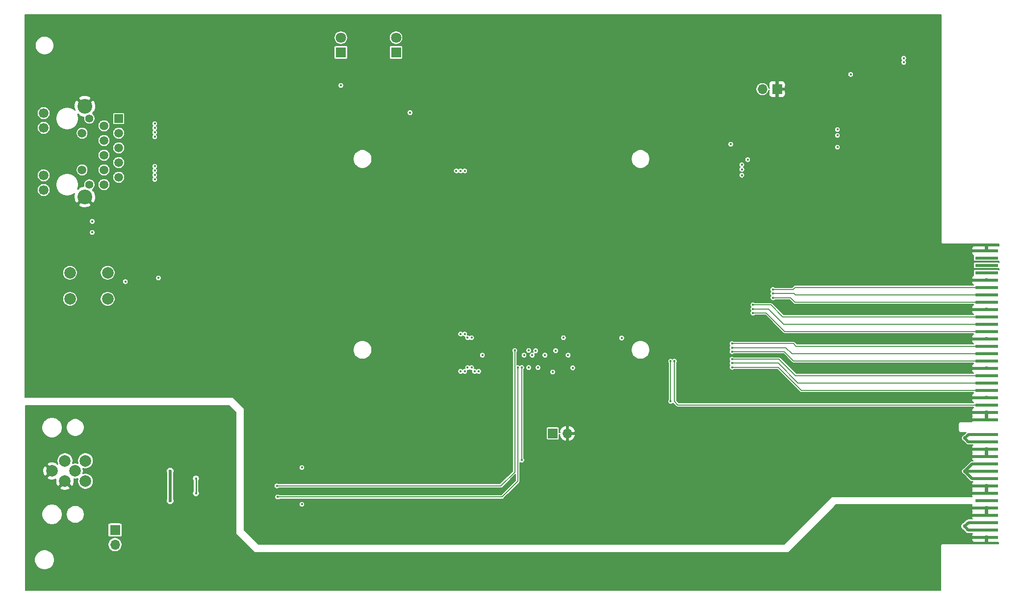
<source format=gbr>
%TF.GenerationSoftware,KiCad,Pcbnew,5.1.9+dfsg1-1~bpo10+1*%
%TF.CreationDate,2021-06-04T12:04:03+02:00*%
%TF.ProjectId,vacctrl_rpi,76616363-7472-46c5-9f72-70692e6b6963,1.0*%
%TF.SameCoordinates,Original*%
%TF.FileFunction,Copper,L4,Bot*%
%TF.FilePolarity,Positive*%
%FSLAX46Y46*%
G04 Gerber Fmt 4.6, Leading zero omitted, Abs format (unit mm)*
G04 Created by KiCad (PCBNEW 5.1.9+dfsg1-1~bpo10+1) date 2021-06-04 12:04:03*
%MOMM*%
%LPD*%
G01*
G04 APERTURE LIST*
%TA.AperFunction,ComponentPad*%
%ADD10C,1.680000*%
%TD*%
%TA.AperFunction,ComponentPad*%
%ADD11C,1.508000*%
%TD*%
%TA.AperFunction,ComponentPad*%
%ADD12C,1.408000*%
%TD*%
%TA.AperFunction,ComponentPad*%
%ADD13R,1.508000X1.508000*%
%TD*%
%TA.AperFunction,ComponentPad*%
%ADD14C,2.550000*%
%TD*%
%TA.AperFunction,ComponentPad*%
%ADD15O,1.700000X1.700000*%
%TD*%
%TA.AperFunction,ComponentPad*%
%ADD16R,1.700000X1.700000*%
%TD*%
%TA.AperFunction,ComponentPad*%
%ADD17C,2.000000*%
%TD*%
%TA.AperFunction,ConnectorPad*%
%ADD18R,4.000000X0.560000*%
%TD*%
%TA.AperFunction,ComponentPad*%
%ADD19C,1.800000*%
%TD*%
%TA.AperFunction,ComponentPad*%
%ADD20R,1.800000X1.800000*%
%TD*%
%TA.AperFunction,ViaPad*%
%ADD21C,0.450000*%
%TD*%
%TA.AperFunction,ViaPad*%
%ADD22C,0.600000*%
%TD*%
%TA.AperFunction,Conductor*%
%ADD23C,0.500000*%
%TD*%
%TA.AperFunction,Conductor*%
%ADD24C,0.200000*%
%TD*%
%TA.AperFunction,Conductor*%
%ADD25C,0.250000*%
%TD*%
%TA.AperFunction,Conductor*%
%ADD26C,0.150000*%
%TD*%
%TA.AperFunction,Conductor*%
%ADD27C,0.100000*%
%TD*%
G04 APERTURE END LIST*
D10*
%TO.P,J7,18*%
%TO.N,Net-(J7-Pad18)*%
X67060000Y-82840000D03*
%TO.P,J7,17*%
%TO.N,+3V3*%
X67060000Y-80300000D03*
%TO.P,J7,16*%
%TO.N,Net-(J7-Pad16)*%
X67060000Y-72100000D03*
%TO.P,J7,15*%
%TO.N,+3V3*%
X67060000Y-69560000D03*
D11*
%TO.P,J7,13*%
%TO.N,/Ethernet I/F/TR2_TAP*%
X73680000Y-79375000D03*
D12*
%TO.P,J7,14*%
%TO.N,/Ethernet I/F/TR3_TAP*%
X74950000Y-81915000D03*
%TO.P,J7,11*%
%TO.N,/Ethernet I/F/TR0_TAP*%
X74950000Y-70485000D03*
D11*
%TO.P,J7,12*%
%TO.N,/Ethernet I/F/TR1_TAP*%
X73680000Y-73025000D03*
%TO.P,J7,10*%
%TO.N,/Ethernet I/F/ETH_3_N*%
X77470000Y-81915000D03*
%TO.P,J7,9*%
%TO.N,/Ethernet I/F/ETH_3_P*%
X80010000Y-80645000D03*
%TO.P,J7,8*%
%TO.N,/Ethernet I/F/ETH_2_N*%
X77470000Y-79375000D03*
%TO.P,J7,7*%
%TO.N,/Ethernet I/F/ETH_2_P*%
X80010000Y-78105000D03*
%TO.P,J7,6*%
%TO.N,/Ethernet I/F/ETH_1_N*%
X77470000Y-76835000D03*
%TO.P,J7,5*%
%TO.N,Net-(C1-Pad2)*%
X80010000Y-75565000D03*
%TO.P,J7,4*%
X77470000Y-74295000D03*
%TO.P,J7,3*%
%TO.N,/Ethernet I/F/ETH_1_P*%
X80010000Y-73025000D03*
%TO.P,J7,2*%
%TO.N,/Ethernet I/F/ETH_0_N*%
X77470000Y-71755000D03*
D13*
%TO.P,J7,1*%
%TO.N,/Ethernet I/F/ETH_0_P*%
X80010000Y-70485000D03*
D14*
%TO.P,J7,S2*%
%TO.N,GND*%
X74170000Y-84050000D03*
%TO.P,J7,S1*%
X74170000Y-68350000D03*
%TD*%
D15*
%TO.P,JP2,2*%
%TO.N,/Raspi_CM4_GPIO/nRPIBOOT*%
X191135000Y-65405000D03*
D16*
%TO.P,JP2,1*%
%TO.N,GND*%
X193675000Y-65405000D03*
%TD*%
D15*
%TO.P,J4,2*%
%TO.N,GND*%
X157480000Y-124904500D03*
D16*
%TO.P,J4,1*%
%TO.N,+5V*%
X154940000Y-124904500D03*
%TD*%
D15*
%TO.P,JP1,2*%
%TO.N,+24V*%
X79375000Y-144145000D03*
D16*
%TO.P,JP1,1*%
%TO.N,Net-(J6-Pad2)*%
X79375000Y-141605000D03*
%TD*%
D17*
%TO.P,J6,S*%
%TO.N,GND1*%
X68500000Y-131400000D03*
%TO.P,J6,5*%
%TO.N,Net-(J6-Pad5)*%
X72500000Y-131400000D03*
%TO.P,J6,4*%
%TO.N,/RS485 I/F/RS485-D-*%
X70732233Y-129632233D03*
%TO.P,J6,3*%
%TO.N,GND1*%
X70732233Y-133167767D03*
%TO.P,J6,2*%
%TO.N,Net-(J6-Pad2)*%
X74267767Y-133167767D03*
%TO.P,J6,1*%
%TO.N,/RS485 I/F/RS485-D+*%
X74267767Y-129632233D03*
%TD*%
D18*
%TO.P,J5,80*%
%TO.N,GND*%
X229830000Y-93335000D03*
%TO.P,J5,78*%
%TO.N,/Backplane I/F/LA.3*%
X229830000Y-94605000D03*
%TO.P,J5,76*%
%TO.N,/Backplane I/F/LA.2*%
X229830000Y-95875000D03*
%TO.P,J5,74*%
%TO.N,/Backplane I/F/LA.1*%
X229830000Y-97145000D03*
%TO.P,J5,72*%
%TO.N,GND*%
X229830000Y-98415000D03*
%TO.P,J5,70*%
%TO.N,/Raspi_CM4_GPIO/GPIO26*%
X229830000Y-99685000D03*
%TO.P,J5,68*%
%TO.N,/Raspi_CM4_GPIO/GPIO19*%
X229830000Y-100955000D03*
%TO.P,J5,66*%
%TO.N,/Raspi_CM4_GPIO/GPIO13*%
X229830000Y-102225000D03*
%TO.P,J5,64*%
%TO.N,GND*%
X229830000Y-103495000D03*
%TO.P,J5,62*%
%TO.N,/Raspi_CM4_GPIO/GPIO06*%
X229830000Y-104765000D03*
%TO.P,J5,60*%
%TO.N,/Raspi_CM4_GPIO/GPIO05*%
X229830000Y-106035000D03*
%TO.P,J5,58*%
%TO.N,/Raspi_CM4_GPIO/GPIO11*%
X229830000Y-107305000D03*
%TO.P,J5,56*%
%TO.N,GND*%
X229830000Y-108575000D03*
%TO.P,J5,54*%
%TO.N,/Raspi_CM4_GPIO/GPIO10*%
X229830000Y-109845000D03*
%TO.P,J5,52*%
%TO.N,/Raspi_CM4_GPIO/GPIO22*%
X229830000Y-111115000D03*
%TO.P,J5,50*%
%TO.N,/Raspi_CM4_GPIO/GPIO27*%
X229830000Y-112385000D03*
%TO.P,J5,48*%
%TO.N,GND*%
X229830000Y-113655000D03*
%TO.P,J5,46*%
%TO.N,/Raspi_CM4_GPIO/GPIO04*%
X229830000Y-114925000D03*
%TO.P,J5,44*%
%TO.N,/Raspi_CM4_GPIO/GPIO03*%
X229830000Y-116195000D03*
%TO.P,J5,42*%
%TO.N,/Raspi_CM4_GPIO/GPIO02*%
X229830000Y-117465000D03*
%TO.P,J5,40*%
%TO.N,GND*%
X229830000Y-118735000D03*
%TO.P,J5,38*%
%TO.N,/Backplane I/F/SCL*%
X229830000Y-120005000D03*
%TO.P,J5,36*%
%TO.N,GND*%
X229830000Y-121275000D03*
%TO.P,J5,34*%
X229830000Y-122545000D03*
%TO.P,J5,30*%
%TO.N,+3V3*%
X229830000Y-125085000D03*
%TO.P,J5,28*%
X229830000Y-126355000D03*
%TO.P,J5,26*%
%TO.N,GND*%
X229830000Y-127625000D03*
%TO.P,J5,24*%
X229830000Y-128895000D03*
%TO.P,J5,22*%
%TO.N,+5V*%
X229830000Y-130165000D03*
%TO.P,J5,20*%
X229830000Y-131435000D03*
%TO.P,J5,18*%
X229830000Y-132705000D03*
%TO.P,J5,16*%
%TO.N,GND*%
X229830000Y-133975000D03*
%TO.P,J5,14*%
X229830000Y-135245000D03*
%TO.P,J5,12*%
%TO.N,Net-(J5-Pad12)*%
X229830000Y-136515000D03*
%TO.P,J5,10*%
%TO.N,GND1*%
X229830000Y-137785000D03*
%TO.P,J5,8*%
X229830000Y-139055000D03*
%TO.P,J5,6*%
%TO.N,+24V*%
X229830000Y-140325000D03*
%TO.P,J5,4*%
X229830000Y-141595000D03*
%TO.P,J5,2*%
%TO.N,GND1*%
X229830000Y-142865000D03*
%TD*%
D17*
%TO.P,SW1,1*%
%TO.N,Net-(SW1-Pad1)*%
X78105000Y-97155000D03*
%TO.P,SW1,2*%
%TO.N,/Raspi_CM4_GPIO/GLOBAL_EN*%
X78105000Y-101655000D03*
%TO.P,SW1,1*%
%TO.N,Net-(SW1-Pad1)*%
X71605000Y-97155000D03*
%TO.P,SW1,2*%
%TO.N,/Raspi_CM4_GPIO/GLOBAL_EN*%
X71605000Y-101655000D03*
%TD*%
D19*
%TO.P,D2,2*%
%TO.N,+3V3*%
X118364000Y-56515000D03*
D20*
%TO.P,D2,1*%
%TO.N,Net-(D2-Pad1)*%
X118364000Y-59055000D03*
%TD*%
D19*
%TO.P,D1,2*%
%TO.N,+3V3*%
X127889000Y-56515000D03*
D20*
%TO.P,D1,1*%
%TO.N,Net-(D1-Pad1)*%
X127889000Y-59055000D03*
%TD*%
D21*
%TO.N,GND*%
X107315000Y-138430000D03*
X107315000Y-139446000D03*
X106172000Y-139446000D03*
X107315000Y-129540000D03*
X107315000Y-128524000D03*
X106172000Y-128524000D03*
X226060000Y-134620000D03*
X226060000Y-121920000D03*
X226060000Y-118745000D03*
X226060000Y-113665000D03*
X226060000Y-108585000D03*
X226060000Y-103505000D03*
X226060000Y-98425000D03*
X226060000Y-93345000D03*
X226060000Y-128270000D03*
X216408000Y-62738000D03*
%TO.N,+3V3*%
X188595000Y-77597000D03*
D22*
X226060000Y-125730000D03*
D21*
X111633000Y-130810000D03*
X111633000Y-137160000D03*
X155448000Y-110617000D03*
%TO.N,GND1*%
X94615000Y-129540000D03*
X94615000Y-128524000D03*
X95504000Y-128524000D03*
X94615000Y-138430000D03*
X94615000Y-139446000D03*
X95758000Y-139446000D03*
X226060000Y-138430000D03*
X226060000Y-142875000D03*
%TO.N,/Raspi_CM4_GPIO/SD_DAT1*%
X151990000Y-110630000D03*
X204089000Y-72390000D03*
%TO.N,/Raspi_CM4_GPIO/SD_DAT0*%
X151390000Y-111380000D03*
X204089000Y-73406000D03*
%TO.N,/Raspi_CM4_GPIO/SD_CLK*%
X149990000Y-111380000D03*
X204089000Y-75438000D03*
%TO.N,/Raspi_CM4_GPIO/SD_CMD*%
X150790000Y-110580000D03*
X187590000Y-78480000D03*
%TO.N,/Raspi_CM4_GPIO/SD_DAT3*%
X150790000Y-113530000D03*
X187590000Y-79280000D03*
%TO.N,/Raspi_CM4_GPIO/SD_DAT2*%
X152390000Y-113530000D03*
X187590000Y-80280000D03*
%TO.N,/Raspi_CM4_GPIO/nRPIBOOT*%
X166840000Y-108430000D03*
%TO.N,/Raspi_CM4_HighSpeed/USB_P*%
X215540000Y-60080000D03*
X139740000Y-79530000D03*
%TO.N,/Raspi_CM4_HighSpeed/USB_N*%
X215540000Y-60780000D03*
X139040000Y-79530000D03*
%TO.N,/Raspi_CM4_GPIO/Pi_nLED_Activity*%
X142790000Y-111380000D03*
X118364000Y-64770000D03*
%TO.N,/Raspi_CM4_HighSpeed/USB_OTG*%
X138290000Y-79530000D03*
X206375000Y-62865000D03*
%TO.N,/Raspi_CM4_GPIO/SD_PWR_ON*%
X153590000Y-111380000D03*
X185674000Y-74930000D03*
%TO.N,/Raspi_CM4_GPIO/GLOBAL_EN*%
X158390000Y-113580000D03*
%TO.N,/Raspi_CM4_GPIO/nPWR_LED*%
X157590000Y-111380000D03*
X130290000Y-69480000D03*
%TO.N,/Raspi_CM4_GPIO/RUN_PG*%
X156790000Y-108380000D03*
X86868000Y-98044000D03*
D22*
%TO.N,+5V*%
X226060000Y-131445000D03*
D21*
X154940000Y-114300000D03*
X81153000Y-98679000D03*
D22*
%TO.N,/RS485 I/F/VISO*%
X88900000Y-131445000D03*
X88900000Y-136525000D03*
D21*
%TO.N,/Backplane I/F/SCL*%
X175940000Y-112430000D03*
%TO.N,/Backplane I/F/SDA*%
X175290000Y-112430000D03*
X175290000Y-119380000D03*
D22*
%TO.N,+24V*%
X226060000Y-140970000D03*
D21*
%TO.N,/RS485 I/F/RS485-D+*%
X93345000Y-132715000D03*
X93345000Y-135255000D03*
%TO.N,/Ethernet I/F/ETH_3_N*%
X139740000Y-114180000D03*
X86233000Y-81026000D03*
%TO.N,/Ethernet I/F/ETH_3_P*%
X139040000Y-114180000D03*
X86233000Y-80264000D03*
%TO.N,/Ethernet I/F/ETH_2_N*%
X86233000Y-79502000D03*
X140240000Y-113530000D03*
%TO.N,/Ethernet I/F/ETH_2_P*%
X86233000Y-78740000D03*
X140940000Y-113530000D03*
%TO.N,/Ethernet I/F/ETH_1_N*%
X139740000Y-107730000D03*
X86233000Y-72898000D03*
%TO.N,/Ethernet I/F/ETH_1_P*%
X86233000Y-73660000D03*
X139040000Y-107730000D03*
%TO.N,/Ethernet I/F/ETH_0_N*%
X86233000Y-72136000D03*
X140240000Y-108380000D03*
%TO.N,/Ethernet I/F/ETH_0_P*%
X86233000Y-71374000D03*
X140940000Y-108380000D03*
%TO.N,/Ethernet I/F/ETH_LEDG*%
X141440000Y-114180000D03*
X75438000Y-88265000D03*
%TO.N,/Ethernet I/F/ETH_LEDY*%
X142140000Y-114180000D03*
X75438000Y-90170000D03*
%TO.N,/RS485 I/F/uart_rts*%
X107315000Y-133985000D03*
X148390000Y-110580000D03*
%TO.N,/RS485 I/F/uart_rx*%
X148890000Y-113530000D03*
X107442000Y-135890000D03*
%TO.N,/RS485 I/F/uart_tx*%
X149590000Y-113530000D03*
X149590000Y-129530000D03*
%TO.N,/Raspi_CM4_GPIO/GPIO26*%
X192950000Y-100050000D03*
%TO.N,/Raspi_CM4_GPIO/GPIO13*%
X192950000Y-101450000D03*
%TO.N,/Raspi_CM4_GPIO/GPIO19*%
X192950000Y-100750000D03*
%TO.N,/Raspi_CM4_GPIO/GPIO06*%
X189500000Y-102700000D03*
%TO.N,/Raspi_CM4_GPIO/GPIO05*%
X189500000Y-103400000D03*
%TO.N,/Raspi_CM4_GPIO/GPIO11*%
X189500000Y-104100000D03*
%TO.N,/Raspi_CM4_GPIO/GPIO10*%
X185890000Y-109380000D03*
%TO.N,/Raspi_CM4_GPIO/GPIO22*%
X185890000Y-110080000D03*
%TO.N,/Raspi_CM4_GPIO/GPIO27*%
X185890000Y-110780000D03*
%TO.N,/Raspi_CM4_GPIO/GPIO04*%
X185890000Y-112080000D03*
%TO.N,/Raspi_CM4_GPIO/GPIO03*%
X185890000Y-112780000D03*
%TO.N,/Raspi_CM4_GPIO/GPIO02*%
X185890000Y-113480000D03*
%TD*%
D23*
%TO.N,+3V3*%
X226705000Y-125085000D02*
X226060000Y-125730000D01*
X229830000Y-125085000D02*
X226705000Y-125085000D01*
X226685000Y-126355000D02*
X226060000Y-125730000D01*
X229830000Y-126355000D02*
X226685000Y-126355000D01*
%TO.N,+5V*%
X227320000Y-132705000D02*
X226060000Y-131445000D01*
X229830000Y-132705000D02*
X227320000Y-132705000D01*
X227340000Y-130165000D02*
X226060000Y-131445000D01*
X229830000Y-130165000D02*
X227340000Y-130165000D01*
X229830000Y-131435000D02*
X227340000Y-131435000D01*
X227330000Y-131445000D02*
X226060000Y-131445000D01*
X227340000Y-131435000D02*
X227330000Y-131445000D01*
%TO.N,/RS485 I/F/VISO*%
X88900000Y-131445000D02*
X88900000Y-136525000D01*
D24*
%TO.N,/Backplane I/F/SCL*%
X229830000Y-120005000D02*
X176565000Y-120005000D01*
X175940000Y-119380000D02*
X175940000Y-112430000D01*
X176565000Y-120005000D02*
X175940000Y-119380000D01*
%TO.N,/Backplane I/F/SDA*%
X175290000Y-119380000D02*
X175290000Y-112430000D01*
D23*
%TO.N,+24V*%
X226705000Y-140325000D02*
X226060000Y-140970000D01*
X229830000Y-140325000D02*
X226705000Y-140325000D01*
X226685000Y-141595000D02*
X226060000Y-140970000D01*
X229830000Y-141595000D02*
X226685000Y-141595000D01*
D25*
%TO.N,/RS485 I/F/RS485-D+*%
X93345000Y-132715000D02*
X93345000Y-135255000D01*
D24*
%TO.N,/RS485 I/F/uart_rts*%
X148390000Y-110580000D02*
X148390000Y-131580000D01*
X145985000Y-133985000D02*
X148390000Y-131580000D01*
X107315000Y-133985000D02*
X145985000Y-133985000D01*
%TO.N,/RS485 I/F/uart_rx*%
X146177000Y-135890000D02*
X107442000Y-135890000D01*
X107442000Y-135890000D02*
X107442000Y-135890000D01*
X148890000Y-133177000D02*
X146177000Y-135890000D01*
X148890000Y-113530000D02*
X148890000Y-133177000D01*
%TO.N,/RS485 I/F/uart_tx*%
X149590000Y-113530000D02*
X149590000Y-129530000D01*
X149590000Y-129530000D02*
X149590000Y-129530000D01*
%TO.N,/Raspi_CM4_GPIO/GPIO26*%
X229830000Y-99685000D02*
X196765000Y-99685000D01*
X196400000Y-100050000D02*
X192950000Y-100050000D01*
X196765000Y-99685000D02*
X196400000Y-100050000D01*
%TO.N,/Raspi_CM4_GPIO/GPIO13*%
X229830000Y-102225000D02*
X196775000Y-102225000D01*
X196000000Y-101450000D02*
X192950000Y-101450000D01*
X196775000Y-102225000D02*
X196000000Y-101450000D01*
%TO.N,/Raspi_CM4_GPIO/GPIO19*%
X229830000Y-100955000D02*
X196805000Y-100955000D01*
X196600000Y-100750000D02*
X192950000Y-100750000D01*
X196805000Y-100955000D02*
X196600000Y-100750000D01*
%TO.N,/Raspi_CM4_GPIO/GPIO06*%
X229830000Y-104765000D02*
X194665000Y-104765000D01*
X192600000Y-102700000D02*
X189500000Y-102700000D01*
X194665000Y-104765000D02*
X192600000Y-102700000D01*
%TO.N,/Raspi_CM4_GPIO/GPIO05*%
X229830000Y-106035000D02*
X194835000Y-106035000D01*
X192200000Y-103400000D02*
X189500000Y-103400000D01*
X194835000Y-106035000D02*
X192200000Y-103400000D01*
%TO.N,/Raspi_CM4_GPIO/GPIO11*%
X229830000Y-107305000D02*
X195005000Y-107305000D01*
X191800000Y-104100000D02*
X189500000Y-104100000D01*
X195005000Y-107305000D02*
X191800000Y-104100000D01*
%TO.N,/Raspi_CM4_GPIO/GPIO10*%
X229830000Y-109845000D02*
X196955000Y-109845000D01*
X196955000Y-109845000D02*
X196490000Y-109380000D01*
X196490000Y-109380000D02*
X185890000Y-109380000D01*
X185890000Y-109380000D02*
X185890000Y-109380000D01*
%TO.N,/Raspi_CM4_GPIO/GPIO22*%
X229830000Y-111115000D02*
X196225000Y-111115000D01*
X196225000Y-111115000D02*
X195190000Y-110080000D01*
X195190000Y-110080000D02*
X185890000Y-110080000D01*
X185890000Y-110080000D02*
X185890000Y-110080000D01*
%TO.N,/Raspi_CM4_GPIO/GPIO27*%
X229830000Y-112385000D02*
X196545000Y-112385000D01*
X196545000Y-112385000D02*
X194940000Y-110780000D01*
X194940000Y-110780000D02*
X185890000Y-110780000D01*
X185890000Y-110780000D02*
X185890000Y-110780000D01*
%TO.N,/Raspi_CM4_GPIO/GPIO04*%
X229830000Y-114925000D02*
X196835000Y-114925000D01*
X193990000Y-112080000D02*
X185890000Y-112080000D01*
X196835000Y-114925000D02*
X193990000Y-112080000D01*
%TO.N,/Raspi_CM4_GPIO/GPIO03*%
X229830000Y-116195000D02*
X197305000Y-116195000D01*
X193890000Y-112780000D02*
X185890000Y-112780000D01*
X197305000Y-116195000D02*
X193890000Y-112780000D01*
%TO.N,/Raspi_CM4_GPIO/GPIO02*%
X229830000Y-117465000D02*
X197875000Y-117465000D01*
X193890000Y-113480000D02*
X185890000Y-113480000D01*
X197875000Y-117465000D02*
X193890000Y-113480000D01*
%TD*%
D26*
%TO.N,GND1*%
X100255000Y-121316066D02*
X100255000Y-142240000D01*
X100256441Y-142254632D01*
X100260709Y-142268701D01*
X100267640Y-142281668D01*
X100276967Y-142293033D01*
X103451967Y-145468033D01*
X103463332Y-145477360D01*
X103476299Y-145484291D01*
X103490368Y-145488559D01*
X103505000Y-145490000D01*
X195580000Y-145490000D01*
X195594632Y-145488559D01*
X195608701Y-145484291D01*
X195621668Y-145477360D01*
X195633033Y-145468033D01*
X197911316Y-143189750D01*
X227247000Y-143189750D01*
X227256579Y-143264893D01*
X227290987Y-143374458D01*
X227346109Y-143475205D01*
X227419826Y-143563263D01*
X227509307Y-143635247D01*
X227611111Y-143688391D01*
X227721327Y-143720653D01*
X227835720Y-143730793D01*
X229505250Y-143728000D01*
X229651000Y-143582250D01*
X229651000Y-143044000D01*
X227392750Y-143044000D01*
X227247000Y-143189750D01*
X197911316Y-143189750D01*
X202991316Y-138109750D01*
X227247000Y-138109750D01*
X227256579Y-138184893D01*
X227290987Y-138294458D01*
X227346109Y-138395205D01*
X227366866Y-138420000D01*
X227346109Y-138444795D01*
X227290987Y-138545542D01*
X227256579Y-138655107D01*
X227247000Y-138730250D01*
X227392750Y-138876000D01*
X229651000Y-138876000D01*
X229651000Y-137964000D01*
X227392750Y-137964000D01*
X227247000Y-138109750D01*
X202991316Y-138109750D01*
X203866066Y-137235000D01*
X227313169Y-137235000D01*
X227290987Y-137275542D01*
X227256579Y-137385107D01*
X227247000Y-137460250D01*
X227392750Y-137606000D01*
X229651000Y-137606000D01*
X229651000Y-137586000D01*
X230009000Y-137586000D01*
X230009000Y-137606000D01*
X230029000Y-137606000D01*
X230029000Y-137964000D01*
X230009000Y-137964000D01*
X230009000Y-138876000D01*
X230029000Y-138876000D01*
X230029000Y-139234000D01*
X230009000Y-139234000D01*
X230009000Y-139254000D01*
X229651000Y-139254000D01*
X229651000Y-139234000D01*
X227392750Y-139234000D01*
X227247000Y-139379750D01*
X227256579Y-139454893D01*
X227290987Y-139564458D01*
X227346109Y-139665205D01*
X227375237Y-139700000D01*
X226735701Y-139700000D01*
X226705000Y-139696976D01*
X226674298Y-139700000D01*
X226674296Y-139700000D01*
X226582479Y-139709043D01*
X226464666Y-139744781D01*
X226356089Y-139802817D01*
X226260920Y-139880920D01*
X226241346Y-139904771D01*
X225798355Y-140347762D01*
X225740268Y-140371823D01*
X225629713Y-140445693D01*
X225535693Y-140539713D01*
X225461823Y-140650268D01*
X225410940Y-140773110D01*
X225385000Y-140903518D01*
X225385000Y-141036482D01*
X225410940Y-141166890D01*
X225461823Y-141289732D01*
X225535693Y-141400287D01*
X225629713Y-141494307D01*
X225740268Y-141568177D01*
X225798355Y-141592237D01*
X226221350Y-142015234D01*
X226240920Y-142039080D01*
X226264765Y-142058649D01*
X226264768Y-142058652D01*
X226336087Y-142117182D01*
X226336089Y-142117183D01*
X226444666Y-142175219D01*
X226562479Y-142210957D01*
X226654296Y-142220000D01*
X226654305Y-142220000D01*
X226684999Y-142223023D01*
X226715693Y-142220000D01*
X227375237Y-142220000D01*
X227346109Y-142254795D01*
X227290987Y-142355542D01*
X227256579Y-142465107D01*
X227247000Y-142540250D01*
X227392750Y-142686000D01*
X229651000Y-142686000D01*
X229651000Y-142666000D01*
X230009000Y-142666000D01*
X230009000Y-142686000D01*
X230029000Y-142686000D01*
X230029000Y-143044000D01*
X230009000Y-143044000D01*
X230009000Y-143582250D01*
X230154750Y-143728000D01*
X231824280Y-143730793D01*
X231895000Y-143724524D01*
X231895000Y-143950000D01*
X222351362Y-143950000D01*
X222330000Y-143947896D01*
X222308638Y-143950000D01*
X222244725Y-143956295D01*
X222162728Y-143981169D01*
X222087158Y-144021561D01*
X222020921Y-144075921D01*
X221966561Y-144142158D01*
X221926169Y-144217728D01*
X221901295Y-144299725D01*
X221892896Y-144385000D01*
X221895001Y-144406371D01*
X221895000Y-144881361D01*
X221901295Y-144945274D01*
X221926169Y-145027271D01*
X221930000Y-145034439D01*
X221930001Y-152000000D01*
X63900000Y-152000000D01*
X63900000Y-146590102D01*
X65475000Y-146590102D01*
X65475000Y-146929898D01*
X65541290Y-147263164D01*
X65671324Y-147577094D01*
X65860105Y-147859624D01*
X66100376Y-148099895D01*
X66382906Y-148288676D01*
X66696836Y-148418710D01*
X67030102Y-148485000D01*
X67369898Y-148485000D01*
X67703164Y-148418710D01*
X68017094Y-148288676D01*
X68299624Y-148099895D01*
X68539895Y-147859624D01*
X68728676Y-147577094D01*
X68858710Y-147263164D01*
X68925000Y-146929898D01*
X68925000Y-146590102D01*
X68858710Y-146256836D01*
X68728676Y-145942906D01*
X68539895Y-145660376D01*
X68299624Y-145420105D01*
X68017094Y-145231324D01*
X67703164Y-145101290D01*
X67369898Y-145035000D01*
X67030102Y-145035000D01*
X66696836Y-145101290D01*
X66382906Y-145231324D01*
X66100376Y-145420105D01*
X65860105Y-145660376D01*
X65671324Y-145942906D01*
X65541290Y-146256836D01*
X65475000Y-146590102D01*
X63900000Y-146590102D01*
X63900000Y-144024348D01*
X78150000Y-144024348D01*
X78150000Y-144265652D01*
X78197076Y-144502319D01*
X78289419Y-144725255D01*
X78423481Y-144925892D01*
X78594108Y-145096519D01*
X78794745Y-145230581D01*
X79017681Y-145322924D01*
X79254348Y-145370000D01*
X79495652Y-145370000D01*
X79732319Y-145322924D01*
X79955255Y-145230581D01*
X80155892Y-145096519D01*
X80326519Y-144925892D01*
X80460581Y-144725255D01*
X80552924Y-144502319D01*
X80600000Y-144265652D01*
X80600000Y-144024348D01*
X80552924Y-143787681D01*
X80460581Y-143564745D01*
X80326519Y-143364108D01*
X80155892Y-143193481D01*
X79955255Y-143059419D01*
X79732319Y-142967076D01*
X79495652Y-142920000D01*
X79254348Y-142920000D01*
X79017681Y-142967076D01*
X78794745Y-143059419D01*
X78594108Y-143193481D01*
X78423481Y-143364108D01*
X78289419Y-143564745D01*
X78197076Y-143787681D01*
X78150000Y-144024348D01*
X63900000Y-144024348D01*
X63900000Y-140755000D01*
X78148186Y-140755000D01*
X78148186Y-142455000D01*
X78155426Y-142528513D01*
X78176869Y-142599200D01*
X78211691Y-142664347D01*
X78258552Y-142721448D01*
X78315653Y-142768309D01*
X78380800Y-142803131D01*
X78451487Y-142824574D01*
X78525000Y-142831814D01*
X80225000Y-142831814D01*
X80298513Y-142824574D01*
X80369200Y-142803131D01*
X80434347Y-142768309D01*
X80491448Y-142721448D01*
X80538309Y-142664347D01*
X80573131Y-142599200D01*
X80594574Y-142528513D01*
X80601814Y-142455000D01*
X80601814Y-140755000D01*
X80594574Y-140681487D01*
X80573131Y-140610800D01*
X80538309Y-140545653D01*
X80491448Y-140488552D01*
X80434347Y-140441691D01*
X80369200Y-140406869D01*
X80298513Y-140385426D01*
X80225000Y-140378186D01*
X78525000Y-140378186D01*
X78451487Y-140385426D01*
X78380800Y-140406869D01*
X78315653Y-140441691D01*
X78258552Y-140488552D01*
X78211691Y-140545653D01*
X78176869Y-140610800D01*
X78155426Y-140681487D01*
X78148186Y-140755000D01*
X63900000Y-140755000D01*
X63900000Y-138725178D01*
X66725000Y-138725178D01*
X66725000Y-139074822D01*
X66793213Y-139417748D01*
X66927016Y-139740778D01*
X67121268Y-140031496D01*
X67368504Y-140278732D01*
X67659222Y-140472984D01*
X67982252Y-140606787D01*
X68325178Y-140675000D01*
X68674822Y-140675000D01*
X69017748Y-140606787D01*
X69340778Y-140472984D01*
X69631496Y-140278732D01*
X69878732Y-140031496D01*
X70072984Y-139740778D01*
X70206787Y-139417748D01*
X70275000Y-139074822D01*
X70275000Y-138747338D01*
X70950000Y-138747338D01*
X70950000Y-139052662D01*
X71009565Y-139352118D01*
X71126408Y-139634200D01*
X71296036Y-139888068D01*
X71511932Y-140103964D01*
X71765800Y-140273592D01*
X72047882Y-140390435D01*
X72347338Y-140450000D01*
X72652662Y-140450000D01*
X72952118Y-140390435D01*
X73234200Y-140273592D01*
X73488068Y-140103964D01*
X73703964Y-139888068D01*
X73873592Y-139634200D01*
X73990435Y-139352118D01*
X74050000Y-139052662D01*
X74050000Y-138747338D01*
X73990435Y-138447882D01*
X73873592Y-138165800D01*
X73703964Y-137911932D01*
X73488068Y-137696036D01*
X73234200Y-137526408D01*
X72952118Y-137409565D01*
X72652662Y-137350000D01*
X72347338Y-137350000D01*
X72047882Y-137409565D01*
X71765800Y-137526408D01*
X71511932Y-137696036D01*
X71296036Y-137911932D01*
X71126408Y-138165800D01*
X71009565Y-138447882D01*
X70950000Y-138747338D01*
X70275000Y-138747338D01*
X70275000Y-138725178D01*
X70206787Y-138382252D01*
X70072984Y-138059222D01*
X69878732Y-137768504D01*
X69631496Y-137521268D01*
X69340778Y-137327016D01*
X69017748Y-137193213D01*
X68674822Y-137125000D01*
X68325178Y-137125000D01*
X67982252Y-137193213D01*
X67659222Y-137327016D01*
X67368504Y-137521268D01*
X67121268Y-137768504D01*
X66927016Y-138059222D01*
X66793213Y-138382252D01*
X66725000Y-138725178D01*
X63900000Y-138725178D01*
X63900000Y-134308174D01*
X69844970Y-134308174D01*
X69948020Y-134551676D01*
X70233076Y-134678077D01*
X70537314Y-134746437D01*
X70849043Y-134754130D01*
X71156283Y-134700860D01*
X71447227Y-134588674D01*
X71516446Y-134551676D01*
X71619496Y-134308174D01*
X70732233Y-133420911D01*
X69844970Y-134308174D01*
X63900000Y-134308174D01*
X63900000Y-131516810D01*
X66913637Y-131516810D01*
X66966907Y-131824050D01*
X67079093Y-132114994D01*
X67116091Y-132184213D01*
X67359593Y-132287263D01*
X68246856Y-131400000D01*
X67359593Y-130512737D01*
X67116091Y-130615787D01*
X66989690Y-130900843D01*
X66921330Y-131205081D01*
X66913637Y-131516810D01*
X63900000Y-131516810D01*
X63900000Y-130259593D01*
X67612737Y-130259593D01*
X68500000Y-131146856D01*
X68514143Y-131132714D01*
X68767287Y-131385858D01*
X68753144Y-131400000D01*
X68767287Y-131414143D01*
X68514143Y-131667287D01*
X68500000Y-131653144D01*
X67612737Y-132540407D01*
X67715787Y-132783909D01*
X68000843Y-132910310D01*
X68305081Y-132978670D01*
X68616810Y-132986363D01*
X68924050Y-132933093D01*
X69185114Y-132832428D01*
X69153563Y-132972848D01*
X69145870Y-133284577D01*
X69199140Y-133591817D01*
X69311326Y-133882761D01*
X69348324Y-133951980D01*
X69591826Y-134055030D01*
X70479089Y-133167767D01*
X70464947Y-133153625D01*
X70718091Y-132900481D01*
X70732233Y-132914623D01*
X70746376Y-132900481D01*
X70999520Y-133153625D01*
X70985377Y-133167767D01*
X71872640Y-134055030D01*
X72116142Y-133951980D01*
X72242543Y-133666924D01*
X72310903Y-133362686D01*
X72318596Y-133050957D01*
X72267399Y-132755670D01*
X72364574Y-132775000D01*
X72635426Y-132775000D01*
X72901073Y-132722159D01*
X72977099Y-132690668D01*
X72945608Y-132766694D01*
X72892767Y-133032341D01*
X72892767Y-133303193D01*
X72945608Y-133568840D01*
X73049258Y-133819074D01*
X73199735Y-134044278D01*
X73391256Y-134235799D01*
X73616460Y-134386276D01*
X73866694Y-134489926D01*
X74132341Y-134542767D01*
X74403193Y-134542767D01*
X74668840Y-134489926D01*
X74919074Y-134386276D01*
X75144278Y-134235799D01*
X75335799Y-134044278D01*
X75486276Y-133819074D01*
X75589926Y-133568840D01*
X75642767Y-133303193D01*
X75642767Y-133032341D01*
X75589926Y-132766694D01*
X75486276Y-132516460D01*
X75335799Y-132291256D01*
X75144278Y-132099735D01*
X74919074Y-131949258D01*
X74668840Y-131845608D01*
X74403193Y-131792767D01*
X74132341Y-131792767D01*
X73866694Y-131845608D01*
X73790668Y-131877099D01*
X73822159Y-131801073D01*
X73875000Y-131535426D01*
X73875000Y-131378518D01*
X88225000Y-131378518D01*
X88225000Y-131511482D01*
X88250940Y-131641890D01*
X88275000Y-131699976D01*
X88275001Y-136270022D01*
X88250940Y-136328110D01*
X88225000Y-136458518D01*
X88225000Y-136591482D01*
X88250940Y-136721890D01*
X88301823Y-136844732D01*
X88375693Y-136955287D01*
X88469713Y-137049307D01*
X88580268Y-137123177D01*
X88703110Y-137174060D01*
X88833518Y-137200000D01*
X88966482Y-137200000D01*
X89096890Y-137174060D01*
X89219732Y-137123177D01*
X89330287Y-137049307D01*
X89424307Y-136955287D01*
X89498177Y-136844732D01*
X89549060Y-136721890D01*
X89575000Y-136591482D01*
X89575000Y-136458518D01*
X89549060Y-136328110D01*
X89525000Y-136270024D01*
X89525000Y-132655905D01*
X92745000Y-132655905D01*
X92745000Y-132774095D01*
X92768058Y-132890014D01*
X92813287Y-132999207D01*
X92845000Y-133046669D01*
X92845001Y-134923330D01*
X92813287Y-134970793D01*
X92768058Y-135079986D01*
X92745000Y-135195905D01*
X92745000Y-135314095D01*
X92768058Y-135430014D01*
X92813287Y-135539207D01*
X92878950Y-135637478D01*
X92962522Y-135721050D01*
X93060793Y-135786713D01*
X93169986Y-135831942D01*
X93285905Y-135855000D01*
X93404095Y-135855000D01*
X93520014Y-135831942D01*
X93629207Y-135786713D01*
X93727478Y-135721050D01*
X93811050Y-135637478D01*
X93876713Y-135539207D01*
X93921942Y-135430014D01*
X93945000Y-135314095D01*
X93945000Y-135195905D01*
X93921942Y-135079986D01*
X93876713Y-134970793D01*
X93845000Y-134923331D01*
X93845000Y-133046669D01*
X93876713Y-132999207D01*
X93921942Y-132890014D01*
X93945000Y-132774095D01*
X93945000Y-132655905D01*
X93921942Y-132539986D01*
X93876713Y-132430793D01*
X93811050Y-132332522D01*
X93727478Y-132248950D01*
X93629207Y-132183287D01*
X93520014Y-132138058D01*
X93404095Y-132115000D01*
X93285905Y-132115000D01*
X93169986Y-132138058D01*
X93060793Y-132183287D01*
X92962522Y-132248950D01*
X92878950Y-132332522D01*
X92813287Y-132430793D01*
X92768058Y-132539986D01*
X92745000Y-132655905D01*
X89525000Y-132655905D01*
X89525000Y-131699976D01*
X89549060Y-131641890D01*
X89575000Y-131511482D01*
X89575000Y-131378518D01*
X89549060Y-131248110D01*
X89498177Y-131125268D01*
X89424307Y-131014713D01*
X89330287Y-130920693D01*
X89219732Y-130846823D01*
X89096890Y-130795940D01*
X88966482Y-130770000D01*
X88833518Y-130770000D01*
X88703110Y-130795940D01*
X88580268Y-130846823D01*
X88469713Y-130920693D01*
X88375693Y-131014713D01*
X88301823Y-131125268D01*
X88250940Y-131248110D01*
X88225000Y-131378518D01*
X73875000Y-131378518D01*
X73875000Y-131264574D01*
X73822159Y-130998927D01*
X73790668Y-130922901D01*
X73866694Y-130954392D01*
X74132341Y-131007233D01*
X74403193Y-131007233D01*
X74668840Y-130954392D01*
X74919074Y-130850742D01*
X75144278Y-130700265D01*
X75335799Y-130508744D01*
X75486276Y-130283540D01*
X75589926Y-130033306D01*
X75642767Y-129767659D01*
X75642767Y-129496807D01*
X75589926Y-129231160D01*
X75486276Y-128980926D01*
X75335799Y-128755722D01*
X75144278Y-128564201D01*
X74919074Y-128413724D01*
X74668840Y-128310074D01*
X74403193Y-128257233D01*
X74132341Y-128257233D01*
X73866694Y-128310074D01*
X73616460Y-128413724D01*
X73391256Y-128564201D01*
X73199735Y-128755722D01*
X73049258Y-128980926D01*
X72945608Y-129231160D01*
X72892767Y-129496807D01*
X72892767Y-129767659D01*
X72945608Y-130033306D01*
X72977099Y-130109332D01*
X72901073Y-130077841D01*
X72635426Y-130025000D01*
X72364574Y-130025000D01*
X72098927Y-130077841D01*
X72022901Y-130109332D01*
X72054392Y-130033306D01*
X72107233Y-129767659D01*
X72107233Y-129496807D01*
X72054392Y-129231160D01*
X71950742Y-128980926D01*
X71800265Y-128755722D01*
X71608744Y-128564201D01*
X71383540Y-128413724D01*
X71133306Y-128310074D01*
X70867659Y-128257233D01*
X70596807Y-128257233D01*
X70331160Y-128310074D01*
X70080926Y-128413724D01*
X69855722Y-128564201D01*
X69664201Y-128755722D01*
X69513724Y-128980926D01*
X69410074Y-129231160D01*
X69357233Y-129496807D01*
X69357233Y-129767659D01*
X69410074Y-130033306D01*
X69469670Y-130177183D01*
X69387262Y-130259591D01*
X69284213Y-130016091D01*
X68999157Y-129889690D01*
X68694919Y-129821330D01*
X68383190Y-129813637D01*
X68075950Y-129866907D01*
X67785006Y-129979093D01*
X67715787Y-130016091D01*
X67612737Y-130259593D01*
X63900000Y-130259593D01*
X63900000Y-123725178D01*
X66725000Y-123725178D01*
X66725000Y-124074822D01*
X66793213Y-124417748D01*
X66927016Y-124740778D01*
X67121268Y-125031496D01*
X67368504Y-125278732D01*
X67659222Y-125472984D01*
X67982252Y-125606787D01*
X68325178Y-125675000D01*
X68674822Y-125675000D01*
X69017748Y-125606787D01*
X69340778Y-125472984D01*
X69631496Y-125278732D01*
X69878732Y-125031496D01*
X70072984Y-124740778D01*
X70206787Y-124417748D01*
X70275000Y-124074822D01*
X70275000Y-123747338D01*
X70950000Y-123747338D01*
X70950000Y-124052662D01*
X71009565Y-124352118D01*
X71126408Y-124634200D01*
X71296036Y-124888068D01*
X71511932Y-125103964D01*
X71765800Y-125273592D01*
X72047882Y-125390435D01*
X72347338Y-125450000D01*
X72652662Y-125450000D01*
X72952118Y-125390435D01*
X73234200Y-125273592D01*
X73488068Y-125103964D01*
X73703964Y-124888068D01*
X73873592Y-124634200D01*
X73990435Y-124352118D01*
X74050000Y-124052662D01*
X74050000Y-123747338D01*
X73990435Y-123447882D01*
X73873592Y-123165800D01*
X73703964Y-122911932D01*
X73488068Y-122696036D01*
X73234200Y-122526408D01*
X72952118Y-122409565D01*
X72652662Y-122350000D01*
X72347338Y-122350000D01*
X72047882Y-122409565D01*
X71765800Y-122526408D01*
X71511932Y-122696036D01*
X71296036Y-122911932D01*
X71126408Y-123165800D01*
X71009565Y-123447882D01*
X70950000Y-123747338D01*
X70275000Y-123747338D01*
X70275000Y-123725178D01*
X70206787Y-123382252D01*
X70072984Y-123059222D01*
X69878732Y-122768504D01*
X69631496Y-122521268D01*
X69340778Y-122327016D01*
X69017748Y-122193213D01*
X68674822Y-122125000D01*
X68325178Y-122125000D01*
X67982252Y-122193213D01*
X67659222Y-122327016D01*
X67368504Y-122521268D01*
X67121268Y-122768504D01*
X66927016Y-123059222D01*
X66793213Y-123382252D01*
X66725000Y-123725178D01*
X63900000Y-123725178D01*
X63900000Y-120090000D01*
X99028934Y-120090000D01*
X100255000Y-121316066D01*
%TA.AperFunction,Conductor*%
D27*
G36*
X100255000Y-121316066D02*
G01*
X100255000Y-142240000D01*
X100256441Y-142254632D01*
X100260709Y-142268701D01*
X100267640Y-142281668D01*
X100276967Y-142293033D01*
X103451967Y-145468033D01*
X103463332Y-145477360D01*
X103476299Y-145484291D01*
X103490368Y-145488559D01*
X103505000Y-145490000D01*
X195580000Y-145490000D01*
X195594632Y-145488559D01*
X195608701Y-145484291D01*
X195621668Y-145477360D01*
X195633033Y-145468033D01*
X197911316Y-143189750D01*
X227247000Y-143189750D01*
X227256579Y-143264893D01*
X227290987Y-143374458D01*
X227346109Y-143475205D01*
X227419826Y-143563263D01*
X227509307Y-143635247D01*
X227611111Y-143688391D01*
X227721327Y-143720653D01*
X227835720Y-143730793D01*
X229505250Y-143728000D01*
X229651000Y-143582250D01*
X229651000Y-143044000D01*
X227392750Y-143044000D01*
X227247000Y-143189750D01*
X197911316Y-143189750D01*
X202991316Y-138109750D01*
X227247000Y-138109750D01*
X227256579Y-138184893D01*
X227290987Y-138294458D01*
X227346109Y-138395205D01*
X227366866Y-138420000D01*
X227346109Y-138444795D01*
X227290987Y-138545542D01*
X227256579Y-138655107D01*
X227247000Y-138730250D01*
X227392750Y-138876000D01*
X229651000Y-138876000D01*
X229651000Y-137964000D01*
X227392750Y-137964000D01*
X227247000Y-138109750D01*
X202991316Y-138109750D01*
X203866066Y-137235000D01*
X227313169Y-137235000D01*
X227290987Y-137275542D01*
X227256579Y-137385107D01*
X227247000Y-137460250D01*
X227392750Y-137606000D01*
X229651000Y-137606000D01*
X229651000Y-137586000D01*
X230009000Y-137586000D01*
X230009000Y-137606000D01*
X230029000Y-137606000D01*
X230029000Y-137964000D01*
X230009000Y-137964000D01*
X230009000Y-138876000D01*
X230029000Y-138876000D01*
X230029000Y-139234000D01*
X230009000Y-139234000D01*
X230009000Y-139254000D01*
X229651000Y-139254000D01*
X229651000Y-139234000D01*
X227392750Y-139234000D01*
X227247000Y-139379750D01*
X227256579Y-139454893D01*
X227290987Y-139564458D01*
X227346109Y-139665205D01*
X227375237Y-139700000D01*
X226735701Y-139700000D01*
X226705000Y-139696976D01*
X226674298Y-139700000D01*
X226674296Y-139700000D01*
X226582479Y-139709043D01*
X226464666Y-139744781D01*
X226356089Y-139802817D01*
X226260920Y-139880920D01*
X226241346Y-139904771D01*
X225798355Y-140347762D01*
X225740268Y-140371823D01*
X225629713Y-140445693D01*
X225535693Y-140539713D01*
X225461823Y-140650268D01*
X225410940Y-140773110D01*
X225385000Y-140903518D01*
X225385000Y-141036482D01*
X225410940Y-141166890D01*
X225461823Y-141289732D01*
X225535693Y-141400287D01*
X225629713Y-141494307D01*
X225740268Y-141568177D01*
X225798355Y-141592237D01*
X226221350Y-142015234D01*
X226240920Y-142039080D01*
X226264765Y-142058649D01*
X226264768Y-142058652D01*
X226336087Y-142117182D01*
X226336089Y-142117183D01*
X226444666Y-142175219D01*
X226562479Y-142210957D01*
X226654296Y-142220000D01*
X226654305Y-142220000D01*
X226684999Y-142223023D01*
X226715693Y-142220000D01*
X227375237Y-142220000D01*
X227346109Y-142254795D01*
X227290987Y-142355542D01*
X227256579Y-142465107D01*
X227247000Y-142540250D01*
X227392750Y-142686000D01*
X229651000Y-142686000D01*
X229651000Y-142666000D01*
X230009000Y-142666000D01*
X230009000Y-142686000D01*
X230029000Y-142686000D01*
X230029000Y-143044000D01*
X230009000Y-143044000D01*
X230009000Y-143582250D01*
X230154750Y-143728000D01*
X231824280Y-143730793D01*
X231895000Y-143724524D01*
X231895000Y-143950000D01*
X222351362Y-143950000D01*
X222330000Y-143947896D01*
X222308638Y-143950000D01*
X222244725Y-143956295D01*
X222162728Y-143981169D01*
X222087158Y-144021561D01*
X222020921Y-144075921D01*
X221966561Y-144142158D01*
X221926169Y-144217728D01*
X221901295Y-144299725D01*
X221892896Y-144385000D01*
X221895001Y-144406371D01*
X221895000Y-144881361D01*
X221901295Y-144945274D01*
X221926169Y-145027271D01*
X221930000Y-145034439D01*
X221930001Y-152000000D01*
X63900000Y-152000000D01*
X63900000Y-146590102D01*
X65475000Y-146590102D01*
X65475000Y-146929898D01*
X65541290Y-147263164D01*
X65671324Y-147577094D01*
X65860105Y-147859624D01*
X66100376Y-148099895D01*
X66382906Y-148288676D01*
X66696836Y-148418710D01*
X67030102Y-148485000D01*
X67369898Y-148485000D01*
X67703164Y-148418710D01*
X68017094Y-148288676D01*
X68299624Y-148099895D01*
X68539895Y-147859624D01*
X68728676Y-147577094D01*
X68858710Y-147263164D01*
X68925000Y-146929898D01*
X68925000Y-146590102D01*
X68858710Y-146256836D01*
X68728676Y-145942906D01*
X68539895Y-145660376D01*
X68299624Y-145420105D01*
X68017094Y-145231324D01*
X67703164Y-145101290D01*
X67369898Y-145035000D01*
X67030102Y-145035000D01*
X66696836Y-145101290D01*
X66382906Y-145231324D01*
X66100376Y-145420105D01*
X65860105Y-145660376D01*
X65671324Y-145942906D01*
X65541290Y-146256836D01*
X65475000Y-146590102D01*
X63900000Y-146590102D01*
X63900000Y-144024348D01*
X78150000Y-144024348D01*
X78150000Y-144265652D01*
X78197076Y-144502319D01*
X78289419Y-144725255D01*
X78423481Y-144925892D01*
X78594108Y-145096519D01*
X78794745Y-145230581D01*
X79017681Y-145322924D01*
X79254348Y-145370000D01*
X79495652Y-145370000D01*
X79732319Y-145322924D01*
X79955255Y-145230581D01*
X80155892Y-145096519D01*
X80326519Y-144925892D01*
X80460581Y-144725255D01*
X80552924Y-144502319D01*
X80600000Y-144265652D01*
X80600000Y-144024348D01*
X80552924Y-143787681D01*
X80460581Y-143564745D01*
X80326519Y-143364108D01*
X80155892Y-143193481D01*
X79955255Y-143059419D01*
X79732319Y-142967076D01*
X79495652Y-142920000D01*
X79254348Y-142920000D01*
X79017681Y-142967076D01*
X78794745Y-143059419D01*
X78594108Y-143193481D01*
X78423481Y-143364108D01*
X78289419Y-143564745D01*
X78197076Y-143787681D01*
X78150000Y-144024348D01*
X63900000Y-144024348D01*
X63900000Y-140755000D01*
X78148186Y-140755000D01*
X78148186Y-142455000D01*
X78155426Y-142528513D01*
X78176869Y-142599200D01*
X78211691Y-142664347D01*
X78258552Y-142721448D01*
X78315653Y-142768309D01*
X78380800Y-142803131D01*
X78451487Y-142824574D01*
X78525000Y-142831814D01*
X80225000Y-142831814D01*
X80298513Y-142824574D01*
X80369200Y-142803131D01*
X80434347Y-142768309D01*
X80491448Y-142721448D01*
X80538309Y-142664347D01*
X80573131Y-142599200D01*
X80594574Y-142528513D01*
X80601814Y-142455000D01*
X80601814Y-140755000D01*
X80594574Y-140681487D01*
X80573131Y-140610800D01*
X80538309Y-140545653D01*
X80491448Y-140488552D01*
X80434347Y-140441691D01*
X80369200Y-140406869D01*
X80298513Y-140385426D01*
X80225000Y-140378186D01*
X78525000Y-140378186D01*
X78451487Y-140385426D01*
X78380800Y-140406869D01*
X78315653Y-140441691D01*
X78258552Y-140488552D01*
X78211691Y-140545653D01*
X78176869Y-140610800D01*
X78155426Y-140681487D01*
X78148186Y-140755000D01*
X63900000Y-140755000D01*
X63900000Y-138725178D01*
X66725000Y-138725178D01*
X66725000Y-139074822D01*
X66793213Y-139417748D01*
X66927016Y-139740778D01*
X67121268Y-140031496D01*
X67368504Y-140278732D01*
X67659222Y-140472984D01*
X67982252Y-140606787D01*
X68325178Y-140675000D01*
X68674822Y-140675000D01*
X69017748Y-140606787D01*
X69340778Y-140472984D01*
X69631496Y-140278732D01*
X69878732Y-140031496D01*
X70072984Y-139740778D01*
X70206787Y-139417748D01*
X70275000Y-139074822D01*
X70275000Y-138747338D01*
X70950000Y-138747338D01*
X70950000Y-139052662D01*
X71009565Y-139352118D01*
X71126408Y-139634200D01*
X71296036Y-139888068D01*
X71511932Y-140103964D01*
X71765800Y-140273592D01*
X72047882Y-140390435D01*
X72347338Y-140450000D01*
X72652662Y-140450000D01*
X72952118Y-140390435D01*
X73234200Y-140273592D01*
X73488068Y-140103964D01*
X73703964Y-139888068D01*
X73873592Y-139634200D01*
X73990435Y-139352118D01*
X74050000Y-139052662D01*
X74050000Y-138747338D01*
X73990435Y-138447882D01*
X73873592Y-138165800D01*
X73703964Y-137911932D01*
X73488068Y-137696036D01*
X73234200Y-137526408D01*
X72952118Y-137409565D01*
X72652662Y-137350000D01*
X72347338Y-137350000D01*
X72047882Y-137409565D01*
X71765800Y-137526408D01*
X71511932Y-137696036D01*
X71296036Y-137911932D01*
X71126408Y-138165800D01*
X71009565Y-138447882D01*
X70950000Y-138747338D01*
X70275000Y-138747338D01*
X70275000Y-138725178D01*
X70206787Y-138382252D01*
X70072984Y-138059222D01*
X69878732Y-137768504D01*
X69631496Y-137521268D01*
X69340778Y-137327016D01*
X69017748Y-137193213D01*
X68674822Y-137125000D01*
X68325178Y-137125000D01*
X67982252Y-137193213D01*
X67659222Y-137327016D01*
X67368504Y-137521268D01*
X67121268Y-137768504D01*
X66927016Y-138059222D01*
X66793213Y-138382252D01*
X66725000Y-138725178D01*
X63900000Y-138725178D01*
X63900000Y-134308174D01*
X69844970Y-134308174D01*
X69948020Y-134551676D01*
X70233076Y-134678077D01*
X70537314Y-134746437D01*
X70849043Y-134754130D01*
X71156283Y-134700860D01*
X71447227Y-134588674D01*
X71516446Y-134551676D01*
X71619496Y-134308174D01*
X70732233Y-133420911D01*
X69844970Y-134308174D01*
X63900000Y-134308174D01*
X63900000Y-131516810D01*
X66913637Y-131516810D01*
X66966907Y-131824050D01*
X67079093Y-132114994D01*
X67116091Y-132184213D01*
X67359593Y-132287263D01*
X68246856Y-131400000D01*
X67359593Y-130512737D01*
X67116091Y-130615787D01*
X66989690Y-130900843D01*
X66921330Y-131205081D01*
X66913637Y-131516810D01*
X63900000Y-131516810D01*
X63900000Y-130259593D01*
X67612737Y-130259593D01*
X68500000Y-131146856D01*
X68514143Y-131132714D01*
X68767287Y-131385858D01*
X68753144Y-131400000D01*
X68767287Y-131414143D01*
X68514143Y-131667287D01*
X68500000Y-131653144D01*
X67612737Y-132540407D01*
X67715787Y-132783909D01*
X68000843Y-132910310D01*
X68305081Y-132978670D01*
X68616810Y-132986363D01*
X68924050Y-132933093D01*
X69185114Y-132832428D01*
X69153563Y-132972848D01*
X69145870Y-133284577D01*
X69199140Y-133591817D01*
X69311326Y-133882761D01*
X69348324Y-133951980D01*
X69591826Y-134055030D01*
X70479089Y-133167767D01*
X70464947Y-133153625D01*
X70718091Y-132900481D01*
X70732233Y-132914623D01*
X70746376Y-132900481D01*
X70999520Y-133153625D01*
X70985377Y-133167767D01*
X71872640Y-134055030D01*
X72116142Y-133951980D01*
X72242543Y-133666924D01*
X72310903Y-133362686D01*
X72318596Y-133050957D01*
X72267399Y-132755670D01*
X72364574Y-132775000D01*
X72635426Y-132775000D01*
X72901073Y-132722159D01*
X72977099Y-132690668D01*
X72945608Y-132766694D01*
X72892767Y-133032341D01*
X72892767Y-133303193D01*
X72945608Y-133568840D01*
X73049258Y-133819074D01*
X73199735Y-134044278D01*
X73391256Y-134235799D01*
X73616460Y-134386276D01*
X73866694Y-134489926D01*
X74132341Y-134542767D01*
X74403193Y-134542767D01*
X74668840Y-134489926D01*
X74919074Y-134386276D01*
X75144278Y-134235799D01*
X75335799Y-134044278D01*
X75486276Y-133819074D01*
X75589926Y-133568840D01*
X75642767Y-133303193D01*
X75642767Y-133032341D01*
X75589926Y-132766694D01*
X75486276Y-132516460D01*
X75335799Y-132291256D01*
X75144278Y-132099735D01*
X74919074Y-131949258D01*
X74668840Y-131845608D01*
X74403193Y-131792767D01*
X74132341Y-131792767D01*
X73866694Y-131845608D01*
X73790668Y-131877099D01*
X73822159Y-131801073D01*
X73875000Y-131535426D01*
X73875000Y-131378518D01*
X88225000Y-131378518D01*
X88225000Y-131511482D01*
X88250940Y-131641890D01*
X88275000Y-131699976D01*
X88275001Y-136270022D01*
X88250940Y-136328110D01*
X88225000Y-136458518D01*
X88225000Y-136591482D01*
X88250940Y-136721890D01*
X88301823Y-136844732D01*
X88375693Y-136955287D01*
X88469713Y-137049307D01*
X88580268Y-137123177D01*
X88703110Y-137174060D01*
X88833518Y-137200000D01*
X88966482Y-137200000D01*
X89096890Y-137174060D01*
X89219732Y-137123177D01*
X89330287Y-137049307D01*
X89424307Y-136955287D01*
X89498177Y-136844732D01*
X89549060Y-136721890D01*
X89575000Y-136591482D01*
X89575000Y-136458518D01*
X89549060Y-136328110D01*
X89525000Y-136270024D01*
X89525000Y-132655905D01*
X92745000Y-132655905D01*
X92745000Y-132774095D01*
X92768058Y-132890014D01*
X92813287Y-132999207D01*
X92845000Y-133046669D01*
X92845001Y-134923330D01*
X92813287Y-134970793D01*
X92768058Y-135079986D01*
X92745000Y-135195905D01*
X92745000Y-135314095D01*
X92768058Y-135430014D01*
X92813287Y-135539207D01*
X92878950Y-135637478D01*
X92962522Y-135721050D01*
X93060793Y-135786713D01*
X93169986Y-135831942D01*
X93285905Y-135855000D01*
X93404095Y-135855000D01*
X93520014Y-135831942D01*
X93629207Y-135786713D01*
X93727478Y-135721050D01*
X93811050Y-135637478D01*
X93876713Y-135539207D01*
X93921942Y-135430014D01*
X93945000Y-135314095D01*
X93945000Y-135195905D01*
X93921942Y-135079986D01*
X93876713Y-134970793D01*
X93845000Y-134923331D01*
X93845000Y-133046669D01*
X93876713Y-132999207D01*
X93921942Y-132890014D01*
X93945000Y-132774095D01*
X93945000Y-132655905D01*
X93921942Y-132539986D01*
X93876713Y-132430793D01*
X93811050Y-132332522D01*
X93727478Y-132248950D01*
X93629207Y-132183287D01*
X93520014Y-132138058D01*
X93404095Y-132115000D01*
X93285905Y-132115000D01*
X93169986Y-132138058D01*
X93060793Y-132183287D01*
X92962522Y-132248950D01*
X92878950Y-132332522D01*
X92813287Y-132430793D01*
X92768058Y-132539986D01*
X92745000Y-132655905D01*
X89525000Y-132655905D01*
X89525000Y-131699976D01*
X89549060Y-131641890D01*
X89575000Y-131511482D01*
X89575000Y-131378518D01*
X89549060Y-131248110D01*
X89498177Y-131125268D01*
X89424307Y-131014713D01*
X89330287Y-130920693D01*
X89219732Y-130846823D01*
X89096890Y-130795940D01*
X88966482Y-130770000D01*
X88833518Y-130770000D01*
X88703110Y-130795940D01*
X88580268Y-130846823D01*
X88469713Y-130920693D01*
X88375693Y-131014713D01*
X88301823Y-131125268D01*
X88250940Y-131248110D01*
X88225000Y-131378518D01*
X73875000Y-131378518D01*
X73875000Y-131264574D01*
X73822159Y-130998927D01*
X73790668Y-130922901D01*
X73866694Y-130954392D01*
X74132341Y-131007233D01*
X74403193Y-131007233D01*
X74668840Y-130954392D01*
X74919074Y-130850742D01*
X75144278Y-130700265D01*
X75335799Y-130508744D01*
X75486276Y-130283540D01*
X75589926Y-130033306D01*
X75642767Y-129767659D01*
X75642767Y-129496807D01*
X75589926Y-129231160D01*
X75486276Y-128980926D01*
X75335799Y-128755722D01*
X75144278Y-128564201D01*
X74919074Y-128413724D01*
X74668840Y-128310074D01*
X74403193Y-128257233D01*
X74132341Y-128257233D01*
X73866694Y-128310074D01*
X73616460Y-128413724D01*
X73391256Y-128564201D01*
X73199735Y-128755722D01*
X73049258Y-128980926D01*
X72945608Y-129231160D01*
X72892767Y-129496807D01*
X72892767Y-129767659D01*
X72945608Y-130033306D01*
X72977099Y-130109332D01*
X72901073Y-130077841D01*
X72635426Y-130025000D01*
X72364574Y-130025000D01*
X72098927Y-130077841D01*
X72022901Y-130109332D01*
X72054392Y-130033306D01*
X72107233Y-129767659D01*
X72107233Y-129496807D01*
X72054392Y-129231160D01*
X71950742Y-128980926D01*
X71800265Y-128755722D01*
X71608744Y-128564201D01*
X71383540Y-128413724D01*
X71133306Y-128310074D01*
X70867659Y-128257233D01*
X70596807Y-128257233D01*
X70331160Y-128310074D01*
X70080926Y-128413724D01*
X69855722Y-128564201D01*
X69664201Y-128755722D01*
X69513724Y-128980926D01*
X69410074Y-129231160D01*
X69357233Y-129496807D01*
X69357233Y-129767659D01*
X69410074Y-130033306D01*
X69469670Y-130177183D01*
X69387262Y-130259591D01*
X69284213Y-130016091D01*
X68999157Y-129889690D01*
X68694919Y-129821330D01*
X68383190Y-129813637D01*
X68075950Y-129866907D01*
X67785006Y-129979093D01*
X67715787Y-130016091D01*
X67612737Y-130259593D01*
X63900000Y-130259593D01*
X63900000Y-123725178D01*
X66725000Y-123725178D01*
X66725000Y-124074822D01*
X66793213Y-124417748D01*
X66927016Y-124740778D01*
X67121268Y-125031496D01*
X67368504Y-125278732D01*
X67659222Y-125472984D01*
X67982252Y-125606787D01*
X68325178Y-125675000D01*
X68674822Y-125675000D01*
X69017748Y-125606787D01*
X69340778Y-125472984D01*
X69631496Y-125278732D01*
X69878732Y-125031496D01*
X70072984Y-124740778D01*
X70206787Y-124417748D01*
X70275000Y-124074822D01*
X70275000Y-123747338D01*
X70950000Y-123747338D01*
X70950000Y-124052662D01*
X71009565Y-124352118D01*
X71126408Y-124634200D01*
X71296036Y-124888068D01*
X71511932Y-125103964D01*
X71765800Y-125273592D01*
X72047882Y-125390435D01*
X72347338Y-125450000D01*
X72652662Y-125450000D01*
X72952118Y-125390435D01*
X73234200Y-125273592D01*
X73488068Y-125103964D01*
X73703964Y-124888068D01*
X73873592Y-124634200D01*
X73990435Y-124352118D01*
X74050000Y-124052662D01*
X74050000Y-123747338D01*
X73990435Y-123447882D01*
X73873592Y-123165800D01*
X73703964Y-122911932D01*
X73488068Y-122696036D01*
X73234200Y-122526408D01*
X72952118Y-122409565D01*
X72652662Y-122350000D01*
X72347338Y-122350000D01*
X72047882Y-122409565D01*
X71765800Y-122526408D01*
X71511932Y-122696036D01*
X71296036Y-122911932D01*
X71126408Y-123165800D01*
X71009565Y-123447882D01*
X70950000Y-123747338D01*
X70275000Y-123747338D01*
X70275000Y-123725178D01*
X70206787Y-123382252D01*
X70072984Y-123059222D01*
X69878732Y-122768504D01*
X69631496Y-122521268D01*
X69340778Y-122327016D01*
X69017748Y-122193213D01*
X68674822Y-122125000D01*
X68325178Y-122125000D01*
X67982252Y-122193213D01*
X67659222Y-122327016D01*
X67368504Y-122521268D01*
X67121268Y-122768504D01*
X66927016Y-123059222D01*
X66793213Y-123382252D01*
X66725000Y-123725178D01*
X63900000Y-123725178D01*
X63900000Y-120090000D01*
X99028934Y-120090000D01*
X100255000Y-121316066D01*
G37*
%TD.AperFunction*%
%TD*%
D26*
%TO.N,GND*%
X222030000Y-91210610D02*
X222019004Y-91231182D01*
X221999848Y-91294330D01*
X221995000Y-91343553D01*
X221995001Y-91818542D01*
X221993380Y-91835000D01*
X221999848Y-91900671D01*
X222019004Y-91963819D01*
X222050111Y-92022016D01*
X222091974Y-92073026D01*
X222142984Y-92114889D01*
X222201181Y-92145996D01*
X222264329Y-92165152D01*
X222313552Y-92170000D01*
X222330000Y-92171620D01*
X222346448Y-92170000D01*
X231995001Y-92170000D01*
X231995001Y-92495835D01*
X231938673Y-92479347D01*
X231824280Y-92469207D01*
X230154750Y-92472000D01*
X230009000Y-92617750D01*
X230009000Y-93156000D01*
X230029000Y-93156000D01*
X230029000Y-93514000D01*
X230009000Y-93514000D01*
X230009000Y-93534000D01*
X229651000Y-93534000D01*
X229651000Y-93514000D01*
X227392750Y-93514000D01*
X227247000Y-93659750D01*
X227256579Y-93734893D01*
X227290987Y-93844458D01*
X227346109Y-93945205D01*
X227419826Y-94033263D01*
X227509307Y-94105247D01*
X227611020Y-94158343D01*
X227600240Y-94171479D01*
X227574704Y-94219253D01*
X227558980Y-94271091D01*
X227553670Y-94325000D01*
X227553670Y-94885000D01*
X227558980Y-94938909D01*
X227574704Y-94990747D01*
X227600240Y-95038521D01*
X227634605Y-95080395D01*
X227676479Y-95114760D01*
X227724253Y-95140296D01*
X227776091Y-95156020D01*
X227830000Y-95161330D01*
X231830000Y-95161330D01*
X231883909Y-95156020D01*
X231935747Y-95140296D01*
X231983521Y-95114760D01*
X231995001Y-95105339D01*
X231995001Y-95374661D01*
X231983521Y-95365240D01*
X231935747Y-95339704D01*
X231883909Y-95323980D01*
X231830000Y-95318670D01*
X227830000Y-95318670D01*
X227776091Y-95323980D01*
X227724253Y-95339704D01*
X227676479Y-95365240D01*
X227634605Y-95399605D01*
X227600240Y-95441479D01*
X227574704Y-95489253D01*
X227558980Y-95541091D01*
X227553670Y-95595000D01*
X227553670Y-96155000D01*
X227558980Y-96208909D01*
X227574704Y-96260747D01*
X227600240Y-96308521D01*
X227634605Y-96350395D01*
X227676479Y-96384760D01*
X227724253Y-96410296D01*
X227776091Y-96426020D01*
X227830000Y-96431330D01*
X231830000Y-96431330D01*
X231883909Y-96426020D01*
X231935747Y-96410296D01*
X231983521Y-96384760D01*
X231995001Y-96375339D01*
X231995001Y-96644661D01*
X231983521Y-96635240D01*
X231935747Y-96609704D01*
X231883909Y-96593980D01*
X231830000Y-96588670D01*
X227830000Y-96588670D01*
X227776091Y-96593980D01*
X227724253Y-96609704D01*
X227676479Y-96635240D01*
X227634605Y-96669605D01*
X227600240Y-96711479D01*
X227574704Y-96759253D01*
X227558980Y-96811091D01*
X227553670Y-96865000D01*
X227553670Y-97425000D01*
X227558980Y-97478909D01*
X227574704Y-97530747D01*
X227600240Y-97578521D01*
X227611020Y-97591657D01*
X227509307Y-97644753D01*
X227419826Y-97716737D01*
X227346109Y-97804795D01*
X227290987Y-97905542D01*
X227256579Y-98015107D01*
X227247000Y-98090250D01*
X227392750Y-98236000D01*
X229651000Y-98236000D01*
X229651000Y-98216000D01*
X230009000Y-98216000D01*
X230009000Y-98236000D01*
X230029000Y-98236000D01*
X230029000Y-98594000D01*
X230009000Y-98594000D01*
X230009000Y-98614000D01*
X229651000Y-98614000D01*
X229651000Y-98594000D01*
X227392750Y-98594000D01*
X227247000Y-98739750D01*
X227256579Y-98814893D01*
X227290987Y-98924458D01*
X227346109Y-99025205D01*
X227419826Y-99113263D01*
X227509307Y-99185247D01*
X227611020Y-99238343D01*
X227600240Y-99251479D01*
X227574704Y-99299253D01*
X227571444Y-99310000D01*
X196783416Y-99310000D01*
X196765000Y-99308186D01*
X196746584Y-99310000D01*
X196746581Y-99310000D01*
X196691487Y-99315426D01*
X196620800Y-99336869D01*
X196555653Y-99371691D01*
X196498552Y-99418552D01*
X196486809Y-99432861D01*
X196244671Y-99675000D01*
X193282106Y-99675000D01*
X193268731Y-99661625D01*
X193186839Y-99606906D01*
X193095845Y-99569215D01*
X192999246Y-99550000D01*
X192900754Y-99550000D01*
X192804155Y-99569215D01*
X192713161Y-99606906D01*
X192631269Y-99661625D01*
X192561625Y-99731269D01*
X192506906Y-99813161D01*
X192469215Y-99904155D01*
X192450000Y-100000754D01*
X192450000Y-100099246D01*
X192469215Y-100195845D01*
X192506906Y-100286839D01*
X192561625Y-100368731D01*
X192592894Y-100400000D01*
X192561625Y-100431269D01*
X192506906Y-100513161D01*
X192469215Y-100604155D01*
X192450000Y-100700754D01*
X192450000Y-100799246D01*
X192469215Y-100895845D01*
X192506906Y-100986839D01*
X192561625Y-101068731D01*
X192592894Y-101100000D01*
X192561625Y-101131269D01*
X192506906Y-101213161D01*
X192469215Y-101304155D01*
X192450000Y-101400754D01*
X192450000Y-101499246D01*
X192469215Y-101595845D01*
X192506906Y-101686839D01*
X192561625Y-101768731D01*
X192631269Y-101838375D01*
X192713161Y-101893094D01*
X192804155Y-101930785D01*
X192900754Y-101950000D01*
X192999246Y-101950000D01*
X193095845Y-101930785D01*
X193186839Y-101893094D01*
X193268731Y-101838375D01*
X193282106Y-101825000D01*
X195844671Y-101825000D01*
X196496809Y-102477139D01*
X196508552Y-102491448D01*
X196532892Y-102511423D01*
X196565653Y-102538310D01*
X196610107Y-102562070D01*
X196630800Y-102573131D01*
X196701487Y-102594574D01*
X196756581Y-102600000D01*
X196756584Y-102600000D01*
X196775000Y-102601814D01*
X196793416Y-102600000D01*
X227571444Y-102600000D01*
X227574704Y-102610747D01*
X227600240Y-102658521D01*
X227611020Y-102671657D01*
X227509307Y-102724753D01*
X227419826Y-102796737D01*
X227346109Y-102884795D01*
X227290987Y-102985542D01*
X227256579Y-103095107D01*
X227247000Y-103170250D01*
X227392750Y-103316000D01*
X229651000Y-103316000D01*
X229651000Y-103296000D01*
X230009000Y-103296000D01*
X230009000Y-103316000D01*
X230029000Y-103316000D01*
X230029000Y-103674000D01*
X230009000Y-103674000D01*
X230009000Y-103694000D01*
X229651000Y-103694000D01*
X229651000Y-103674000D01*
X227392750Y-103674000D01*
X227247000Y-103819750D01*
X227256579Y-103894893D01*
X227290987Y-104004458D01*
X227346109Y-104105205D01*
X227419826Y-104193263D01*
X227509307Y-104265247D01*
X227611020Y-104318343D01*
X227600240Y-104331479D01*
X227574704Y-104379253D01*
X227571444Y-104390000D01*
X194820330Y-104390000D01*
X192878195Y-102447866D01*
X192866448Y-102433552D01*
X192809347Y-102386691D01*
X192744200Y-102351869D01*
X192673513Y-102330426D01*
X192618419Y-102325000D01*
X192618416Y-102325000D01*
X192600000Y-102323186D01*
X192581584Y-102325000D01*
X189832106Y-102325000D01*
X189818731Y-102311625D01*
X189736839Y-102256906D01*
X189645845Y-102219215D01*
X189549246Y-102200000D01*
X189450754Y-102200000D01*
X189354155Y-102219215D01*
X189263161Y-102256906D01*
X189181269Y-102311625D01*
X189111625Y-102381269D01*
X189056906Y-102463161D01*
X189019215Y-102554155D01*
X189000000Y-102650754D01*
X189000000Y-102749246D01*
X189019215Y-102845845D01*
X189056906Y-102936839D01*
X189111625Y-103018731D01*
X189142894Y-103050000D01*
X189111625Y-103081269D01*
X189056906Y-103163161D01*
X189019215Y-103254155D01*
X189000000Y-103350754D01*
X189000000Y-103449246D01*
X189019215Y-103545845D01*
X189056906Y-103636839D01*
X189111625Y-103718731D01*
X189142894Y-103750000D01*
X189111625Y-103781269D01*
X189056906Y-103863161D01*
X189019215Y-103954155D01*
X189000000Y-104050754D01*
X189000000Y-104149246D01*
X189019215Y-104245845D01*
X189056906Y-104336839D01*
X189111625Y-104418731D01*
X189181269Y-104488375D01*
X189263161Y-104543094D01*
X189354155Y-104580785D01*
X189450754Y-104600000D01*
X189549246Y-104600000D01*
X189645845Y-104580785D01*
X189736839Y-104543094D01*
X189818731Y-104488375D01*
X189832106Y-104475000D01*
X191644671Y-104475000D01*
X194726809Y-107557139D01*
X194738552Y-107571448D01*
X194768766Y-107596243D01*
X194795652Y-107618309D01*
X194860798Y-107653130D01*
X194860800Y-107653131D01*
X194931487Y-107674574D01*
X194986581Y-107680000D01*
X194986583Y-107680000D01*
X195004999Y-107681814D01*
X195023415Y-107680000D01*
X227571444Y-107680000D01*
X227574704Y-107690747D01*
X227600240Y-107738521D01*
X227611020Y-107751657D01*
X227509307Y-107804753D01*
X227419826Y-107876737D01*
X227346109Y-107964795D01*
X227290987Y-108065542D01*
X227256579Y-108175107D01*
X227247000Y-108250250D01*
X227392750Y-108396000D01*
X229651000Y-108396000D01*
X229651000Y-108376000D01*
X230009000Y-108376000D01*
X230009000Y-108396000D01*
X230029000Y-108396000D01*
X230029000Y-108754000D01*
X230009000Y-108754000D01*
X230009000Y-108774000D01*
X229651000Y-108774000D01*
X229651000Y-108754000D01*
X227392750Y-108754000D01*
X227247000Y-108899750D01*
X227256579Y-108974893D01*
X227290987Y-109084458D01*
X227346109Y-109185205D01*
X227419826Y-109273263D01*
X227509307Y-109345247D01*
X227611020Y-109398343D01*
X227600240Y-109411479D01*
X227574704Y-109459253D01*
X227571444Y-109470000D01*
X197110330Y-109470000D01*
X196768195Y-109127866D01*
X196756448Y-109113552D01*
X196699347Y-109066691D01*
X196634200Y-109031869D01*
X196563513Y-109010426D01*
X196508419Y-109005000D01*
X196508416Y-109005000D01*
X196490000Y-109003186D01*
X196471584Y-109005000D01*
X186222106Y-109005000D01*
X186208731Y-108991625D01*
X186126839Y-108936906D01*
X186035845Y-108899215D01*
X185939246Y-108880000D01*
X185840754Y-108880000D01*
X185744155Y-108899215D01*
X185653161Y-108936906D01*
X185571269Y-108991625D01*
X185501625Y-109061269D01*
X185446906Y-109143161D01*
X185409215Y-109234155D01*
X185390000Y-109330754D01*
X185390000Y-109429246D01*
X185409215Y-109525845D01*
X185446906Y-109616839D01*
X185501625Y-109698731D01*
X185532894Y-109730000D01*
X185501625Y-109761269D01*
X185446906Y-109843161D01*
X185409215Y-109934155D01*
X185390000Y-110030754D01*
X185390000Y-110129246D01*
X185409215Y-110225845D01*
X185446906Y-110316839D01*
X185501625Y-110398731D01*
X185532894Y-110430000D01*
X185501625Y-110461269D01*
X185446906Y-110543161D01*
X185409215Y-110634155D01*
X185390000Y-110730754D01*
X185390000Y-110829246D01*
X185409215Y-110925845D01*
X185446906Y-111016839D01*
X185501625Y-111098731D01*
X185571269Y-111168375D01*
X185653161Y-111223094D01*
X185744155Y-111260785D01*
X185840754Y-111280000D01*
X185939246Y-111280000D01*
X186035845Y-111260785D01*
X186126839Y-111223094D01*
X186208731Y-111168375D01*
X186222106Y-111155000D01*
X194784671Y-111155000D01*
X196266809Y-112637139D01*
X196278552Y-112651448D01*
X196335653Y-112698309D01*
X196400800Y-112733131D01*
X196471487Y-112754574D01*
X196526581Y-112760000D01*
X196526584Y-112760000D01*
X196545000Y-112761814D01*
X196563416Y-112760000D01*
X227571444Y-112760000D01*
X227574704Y-112770747D01*
X227600240Y-112818521D01*
X227611020Y-112831657D01*
X227509307Y-112884753D01*
X227419826Y-112956737D01*
X227346109Y-113044795D01*
X227290987Y-113145542D01*
X227256579Y-113255107D01*
X227247000Y-113330250D01*
X227392750Y-113476000D01*
X229651000Y-113476000D01*
X229651000Y-113456000D01*
X230009000Y-113456000D01*
X230009000Y-113476000D01*
X230029000Y-113476000D01*
X230029000Y-113834000D01*
X230009000Y-113834000D01*
X230009000Y-113854000D01*
X229651000Y-113854000D01*
X229651000Y-113834000D01*
X227392750Y-113834000D01*
X227247000Y-113979750D01*
X227256579Y-114054893D01*
X227290987Y-114164458D01*
X227346109Y-114265205D01*
X227419826Y-114353263D01*
X227509307Y-114425247D01*
X227611020Y-114478343D01*
X227600240Y-114491479D01*
X227574704Y-114539253D01*
X227571444Y-114550000D01*
X196990330Y-114550000D01*
X194268195Y-111827866D01*
X194256448Y-111813552D01*
X194199347Y-111766691D01*
X194134200Y-111731869D01*
X194063513Y-111710426D01*
X194008419Y-111705000D01*
X194008416Y-111705000D01*
X193990000Y-111703186D01*
X193971584Y-111705000D01*
X186222106Y-111705000D01*
X186208731Y-111691625D01*
X186126839Y-111636906D01*
X186035845Y-111599215D01*
X185939246Y-111580000D01*
X185840754Y-111580000D01*
X185744155Y-111599215D01*
X185653161Y-111636906D01*
X185571269Y-111691625D01*
X185501625Y-111761269D01*
X185446906Y-111843161D01*
X185409215Y-111934155D01*
X185390000Y-112030754D01*
X185390000Y-112129246D01*
X185409215Y-112225845D01*
X185446906Y-112316839D01*
X185501625Y-112398731D01*
X185532894Y-112430000D01*
X185501625Y-112461269D01*
X185446906Y-112543161D01*
X185409215Y-112634155D01*
X185390000Y-112730754D01*
X185390000Y-112829246D01*
X185409215Y-112925845D01*
X185446906Y-113016839D01*
X185501625Y-113098731D01*
X185532894Y-113130000D01*
X185501625Y-113161269D01*
X185446906Y-113243161D01*
X185409215Y-113334155D01*
X185390000Y-113430754D01*
X185390000Y-113529246D01*
X185409215Y-113625845D01*
X185446906Y-113716839D01*
X185501625Y-113798731D01*
X185571269Y-113868375D01*
X185653161Y-113923094D01*
X185744155Y-113960785D01*
X185840754Y-113980000D01*
X185939246Y-113980000D01*
X186035845Y-113960785D01*
X186126839Y-113923094D01*
X186208731Y-113868375D01*
X186222106Y-113855000D01*
X193734671Y-113855000D01*
X197596809Y-117717139D01*
X197608552Y-117731448D01*
X197665653Y-117778309D01*
X197730800Y-117813131D01*
X197801487Y-117834574D01*
X197856581Y-117840000D01*
X197856583Y-117840000D01*
X197874999Y-117841814D01*
X197893415Y-117840000D01*
X227571444Y-117840000D01*
X227574704Y-117850747D01*
X227600240Y-117898521D01*
X227611020Y-117911657D01*
X227509307Y-117964753D01*
X227419826Y-118036737D01*
X227346109Y-118124795D01*
X227290987Y-118225542D01*
X227256579Y-118335107D01*
X227247000Y-118410250D01*
X227392750Y-118556000D01*
X229651000Y-118556000D01*
X229651000Y-118536000D01*
X230009000Y-118536000D01*
X230009000Y-118556000D01*
X230029000Y-118556000D01*
X230029000Y-118914000D01*
X230009000Y-118914000D01*
X230009000Y-118934000D01*
X229651000Y-118934000D01*
X229651000Y-118914000D01*
X227392750Y-118914000D01*
X227247000Y-119059750D01*
X227256579Y-119134893D01*
X227290987Y-119244458D01*
X227346109Y-119345205D01*
X227419826Y-119433263D01*
X227509307Y-119505247D01*
X227611020Y-119558343D01*
X227600240Y-119571479D01*
X227574704Y-119619253D01*
X227571444Y-119630000D01*
X176720330Y-119630000D01*
X176315000Y-119224671D01*
X176315000Y-112762106D01*
X176328375Y-112748731D01*
X176383094Y-112666839D01*
X176420785Y-112575845D01*
X176440000Y-112479246D01*
X176440000Y-112380754D01*
X176420785Y-112284155D01*
X176383094Y-112193161D01*
X176328375Y-112111269D01*
X176258731Y-112041625D01*
X176176839Y-111986906D01*
X176085845Y-111949215D01*
X175989246Y-111930000D01*
X175890754Y-111930000D01*
X175794155Y-111949215D01*
X175703161Y-111986906D01*
X175621269Y-112041625D01*
X175615000Y-112047894D01*
X175608731Y-112041625D01*
X175526839Y-111986906D01*
X175435845Y-111949215D01*
X175339246Y-111930000D01*
X175240754Y-111930000D01*
X175144155Y-111949215D01*
X175053161Y-111986906D01*
X174971269Y-112041625D01*
X174901625Y-112111269D01*
X174846906Y-112193161D01*
X174809215Y-112284155D01*
X174790000Y-112380754D01*
X174790000Y-112479246D01*
X174809215Y-112575845D01*
X174846906Y-112666839D01*
X174901625Y-112748731D01*
X174915001Y-112762107D01*
X174915000Y-119047894D01*
X174901625Y-119061269D01*
X174846906Y-119143161D01*
X174809215Y-119234155D01*
X174790000Y-119330754D01*
X174790000Y-119429246D01*
X174809215Y-119525845D01*
X174846906Y-119616839D01*
X174901625Y-119698731D01*
X174971269Y-119768375D01*
X175053161Y-119823094D01*
X175144155Y-119860785D01*
X175240754Y-119880000D01*
X175339246Y-119880000D01*
X175435845Y-119860785D01*
X175526839Y-119823094D01*
X175608731Y-119768375D01*
X175678375Y-119698731D01*
X175698413Y-119668742D01*
X176286809Y-120257139D01*
X176298552Y-120271448D01*
X176328766Y-120296243D01*
X176355652Y-120318309D01*
X176420798Y-120353130D01*
X176420800Y-120353131D01*
X176491487Y-120374574D01*
X176546581Y-120380000D01*
X176546583Y-120380000D01*
X176564999Y-120381814D01*
X176583415Y-120380000D01*
X227571444Y-120380000D01*
X227574704Y-120390747D01*
X227600240Y-120438521D01*
X227611020Y-120451657D01*
X227509307Y-120504753D01*
X227419826Y-120576737D01*
X227346109Y-120664795D01*
X227290987Y-120765542D01*
X227256579Y-120875107D01*
X227247000Y-120950250D01*
X227392750Y-121096000D01*
X229651000Y-121096000D01*
X229651000Y-121076000D01*
X230009000Y-121076000D01*
X230009000Y-121096000D01*
X230029000Y-121096000D01*
X230029000Y-121454000D01*
X230009000Y-121454000D01*
X230009000Y-122366000D01*
X230029000Y-122366000D01*
X230029000Y-122724000D01*
X230009000Y-122724000D01*
X230009000Y-122744000D01*
X229651000Y-122744000D01*
X229651000Y-122724000D01*
X227392750Y-122724000D01*
X227256750Y-122860000D01*
X225346448Y-122860000D01*
X225330000Y-122858380D01*
X225313552Y-122860000D01*
X225264329Y-122864848D01*
X225201181Y-122884004D01*
X225142984Y-122915111D01*
X225091974Y-122956974D01*
X225050111Y-123007984D01*
X225019004Y-123066181D01*
X224999848Y-123129329D01*
X224993380Y-123195000D01*
X224995001Y-123211458D01*
X224995000Y-124418552D01*
X224993380Y-124435000D01*
X224999848Y-124500671D01*
X225019004Y-124563819D01*
X225050111Y-124622016D01*
X225091974Y-124673026D01*
X225123932Y-124699253D01*
X225142984Y-124714889D01*
X225201181Y-124745996D01*
X225264329Y-124765152D01*
X225330000Y-124771620D01*
X225346448Y-124770000D01*
X226277537Y-124770000D01*
X225855000Y-125192538D01*
X225787635Y-125220442D01*
X225693459Y-125283368D01*
X225613368Y-125363459D01*
X225550442Y-125457635D01*
X225507097Y-125562279D01*
X225485000Y-125673367D01*
X225485000Y-125786633D01*
X225507097Y-125897721D01*
X225550442Y-126002365D01*
X225613368Y-126096541D01*
X225693459Y-126176632D01*
X225787635Y-126239558D01*
X225855000Y-126267462D01*
X226295533Y-126707995D01*
X226311973Y-126728027D01*
X226391914Y-126793633D01*
X226483119Y-126842383D01*
X226582082Y-126872403D01*
X226659212Y-126880000D01*
X226659219Y-126880000D01*
X226684999Y-126882539D01*
X226710779Y-126880000D01*
X227477923Y-126880000D01*
X227419826Y-126926737D01*
X227346109Y-127014795D01*
X227290987Y-127115542D01*
X227256579Y-127225107D01*
X227247000Y-127300250D01*
X227392750Y-127446000D01*
X229651000Y-127446000D01*
X229651000Y-127426000D01*
X230009000Y-127426000D01*
X230009000Y-127446000D01*
X230029000Y-127446000D01*
X230029000Y-127804000D01*
X230009000Y-127804000D01*
X230009000Y-128716000D01*
X230029000Y-128716000D01*
X230029000Y-129074000D01*
X230009000Y-129074000D01*
X230009000Y-129094000D01*
X229651000Y-129094000D01*
X229651000Y-129074000D01*
X227392750Y-129074000D01*
X227247000Y-129219750D01*
X227256579Y-129294893D01*
X227290987Y-129404458D01*
X227346109Y-129505205D01*
X227419826Y-129593263D01*
X227477923Y-129640000D01*
X227365779Y-129640000D01*
X227339999Y-129637461D01*
X227314219Y-129640000D01*
X227314212Y-129640000D01*
X227237082Y-129647597D01*
X227138119Y-129677617D01*
X227046914Y-129726367D01*
X226966973Y-129791973D01*
X226950534Y-129812004D01*
X225855001Y-130907538D01*
X225787635Y-130935442D01*
X225693459Y-130998368D01*
X225613368Y-131078459D01*
X225550442Y-131172635D01*
X225507097Y-131277279D01*
X225485000Y-131388367D01*
X225485000Y-131501633D01*
X225507097Y-131612721D01*
X225550442Y-131717365D01*
X225613368Y-131811541D01*
X225693459Y-131891632D01*
X225787635Y-131954558D01*
X225855001Y-131982462D01*
X226930534Y-133057996D01*
X226946973Y-133078027D01*
X227026914Y-133143633D01*
X227118119Y-133192383D01*
X227217082Y-133222403D01*
X227294212Y-133230000D01*
X227294219Y-133230000D01*
X227319999Y-133232539D01*
X227345779Y-133230000D01*
X227477923Y-133230000D01*
X227419826Y-133276737D01*
X227346109Y-133364795D01*
X227290987Y-133465542D01*
X227256579Y-133575107D01*
X227247000Y-133650250D01*
X227392750Y-133796000D01*
X229651000Y-133796000D01*
X229651000Y-133776000D01*
X230009000Y-133776000D01*
X230009000Y-133796000D01*
X230029000Y-133796000D01*
X230029000Y-134154000D01*
X230009000Y-134154000D01*
X230009000Y-135066000D01*
X230029000Y-135066000D01*
X230029000Y-135424000D01*
X230009000Y-135424000D01*
X230009000Y-135444000D01*
X229651000Y-135444000D01*
X229651000Y-135424000D01*
X227392750Y-135424000D01*
X227247000Y-135569750D01*
X227256579Y-135644893D01*
X227290987Y-135754458D01*
X227324112Y-135815000D01*
X203200000Y-135815000D01*
X203185368Y-135816441D01*
X203171299Y-135820709D01*
X203158332Y-135827640D01*
X203146967Y-135836967D01*
X194913934Y-144070000D01*
X104171066Y-144070000D01*
X101675000Y-141573934D01*
X101675000Y-137110754D01*
X111133000Y-137110754D01*
X111133000Y-137209246D01*
X111152215Y-137305845D01*
X111189906Y-137396839D01*
X111244625Y-137478731D01*
X111314269Y-137548375D01*
X111396161Y-137603094D01*
X111487155Y-137640785D01*
X111583754Y-137660000D01*
X111682246Y-137660000D01*
X111778845Y-137640785D01*
X111869839Y-137603094D01*
X111951731Y-137548375D01*
X112021375Y-137478731D01*
X112076094Y-137396839D01*
X112113785Y-137305845D01*
X112133000Y-137209246D01*
X112133000Y-137110754D01*
X112113785Y-137014155D01*
X112076094Y-136923161D01*
X112021375Y-136841269D01*
X111951731Y-136771625D01*
X111869839Y-136716906D01*
X111778845Y-136679215D01*
X111682246Y-136660000D01*
X111583754Y-136660000D01*
X111487155Y-136679215D01*
X111396161Y-136716906D01*
X111314269Y-136771625D01*
X111244625Y-136841269D01*
X111189906Y-136923161D01*
X111152215Y-137014155D01*
X111133000Y-137110754D01*
X101675000Y-137110754D01*
X101675000Y-133935754D01*
X106815000Y-133935754D01*
X106815000Y-134034246D01*
X106834215Y-134130845D01*
X106871906Y-134221839D01*
X106926625Y-134303731D01*
X106996269Y-134373375D01*
X107078161Y-134428094D01*
X107169155Y-134465785D01*
X107265754Y-134485000D01*
X107364246Y-134485000D01*
X107460845Y-134465785D01*
X107551839Y-134428094D01*
X107633731Y-134373375D01*
X107647106Y-134360000D01*
X145966584Y-134360000D01*
X145985000Y-134361814D01*
X146003416Y-134360000D01*
X146003419Y-134360000D01*
X146058513Y-134354574D01*
X146129200Y-134333131D01*
X146194347Y-134298309D01*
X146251448Y-134251448D01*
X146263195Y-134237134D01*
X148515001Y-131985329D01*
X148515001Y-133021669D01*
X146021671Y-135515000D01*
X107774106Y-135515000D01*
X107760731Y-135501625D01*
X107678839Y-135446906D01*
X107587845Y-135409215D01*
X107491246Y-135390000D01*
X107392754Y-135390000D01*
X107296155Y-135409215D01*
X107205161Y-135446906D01*
X107123269Y-135501625D01*
X107053625Y-135571269D01*
X106998906Y-135653161D01*
X106961215Y-135744155D01*
X106942000Y-135840754D01*
X106942000Y-135939246D01*
X106961215Y-136035845D01*
X106998906Y-136126839D01*
X107053625Y-136208731D01*
X107123269Y-136278375D01*
X107205161Y-136333094D01*
X107296155Y-136370785D01*
X107392754Y-136390000D01*
X107491246Y-136390000D01*
X107587845Y-136370785D01*
X107678839Y-136333094D01*
X107760731Y-136278375D01*
X107774106Y-136265000D01*
X146158584Y-136265000D01*
X146177000Y-136266814D01*
X146195416Y-136265000D01*
X146195419Y-136265000D01*
X146250513Y-136259574D01*
X146321200Y-136238131D01*
X146386347Y-136203309D01*
X146443448Y-136156448D01*
X146455195Y-136142134D01*
X148297579Y-134299750D01*
X227247000Y-134299750D01*
X227256579Y-134374893D01*
X227290987Y-134484458D01*
X227346109Y-134585205D01*
X227366866Y-134610000D01*
X227346109Y-134634795D01*
X227290987Y-134735542D01*
X227256579Y-134845107D01*
X227247000Y-134920250D01*
X227392750Y-135066000D01*
X229651000Y-135066000D01*
X229651000Y-134154000D01*
X227392750Y-134154000D01*
X227247000Y-134299750D01*
X148297579Y-134299750D01*
X149142139Y-133455191D01*
X149156448Y-133443448D01*
X149181243Y-133413234D01*
X149203309Y-133386348D01*
X149238130Y-133321202D01*
X149246581Y-133293344D01*
X149259574Y-133250513D01*
X149265000Y-133195419D01*
X149265000Y-133195417D01*
X149266814Y-133177001D01*
X149265000Y-133158585D01*
X149265000Y-129912106D01*
X149271269Y-129918375D01*
X149353161Y-129973094D01*
X149444155Y-130010785D01*
X149540754Y-130030000D01*
X149639246Y-130030000D01*
X149735845Y-130010785D01*
X149826839Y-129973094D01*
X149908731Y-129918375D01*
X149978375Y-129848731D01*
X150033094Y-129766839D01*
X150070785Y-129675845D01*
X150090000Y-129579246D01*
X150090000Y-129480754D01*
X150070785Y-129384155D01*
X150033094Y-129293161D01*
X149978375Y-129211269D01*
X149965000Y-129197894D01*
X149965000Y-127949750D01*
X227247000Y-127949750D01*
X227256579Y-128024893D01*
X227290987Y-128134458D01*
X227346109Y-128235205D01*
X227366866Y-128260000D01*
X227346109Y-128284795D01*
X227290987Y-128385542D01*
X227256579Y-128495107D01*
X227247000Y-128570250D01*
X227392750Y-128716000D01*
X229651000Y-128716000D01*
X229651000Y-127804000D01*
X227392750Y-127804000D01*
X227247000Y-127949750D01*
X149965000Y-127949750D01*
X149965000Y-124054500D01*
X153813670Y-124054500D01*
X153813670Y-125754500D01*
X153818980Y-125808409D01*
X153834704Y-125860247D01*
X153860240Y-125908021D01*
X153894605Y-125949895D01*
X153936479Y-125984260D01*
X153984253Y-126009796D01*
X154036091Y-126025520D01*
X154090000Y-126030830D01*
X155790000Y-126030830D01*
X155843909Y-126025520D01*
X155895747Y-126009796D01*
X155943521Y-125984260D01*
X155985395Y-125949895D01*
X156019760Y-125908021D01*
X156045296Y-125860247D01*
X156061020Y-125808409D01*
X156066330Y-125754500D01*
X156066330Y-125083502D01*
X156203966Y-125083502D01*
X156103723Y-125303712D01*
X156208050Y-125564540D01*
X156361258Y-125800003D01*
X156557458Y-126001052D01*
X156789111Y-126159961D01*
X157047315Y-126270623D01*
X157080789Y-126280770D01*
X157301000Y-126179244D01*
X157301000Y-125083500D01*
X157659000Y-125083500D01*
X157659000Y-126179244D01*
X157879211Y-126280770D01*
X157912685Y-126270623D01*
X158170889Y-126159961D01*
X158402542Y-126001052D01*
X158598742Y-125800003D01*
X158751950Y-125564540D01*
X158856277Y-125303712D01*
X158756033Y-125083500D01*
X157659000Y-125083500D01*
X157301000Y-125083500D01*
X157281000Y-125083500D01*
X157281000Y-124725500D01*
X157301000Y-124725500D01*
X157301000Y-123629756D01*
X157659000Y-123629756D01*
X157659000Y-124725500D01*
X158756033Y-124725500D01*
X158856277Y-124505288D01*
X158751950Y-124244460D01*
X158598742Y-124008997D01*
X158402542Y-123807948D01*
X158170889Y-123649039D01*
X157912685Y-123538377D01*
X157879211Y-123528230D01*
X157659000Y-123629756D01*
X157301000Y-123629756D01*
X157080789Y-123528230D01*
X157047315Y-123538377D01*
X156789111Y-123649039D01*
X156557458Y-123807948D01*
X156361258Y-124008997D01*
X156208050Y-124244460D01*
X156103723Y-124505288D01*
X156203966Y-124725498D01*
X156066330Y-124725498D01*
X156066330Y-124054500D01*
X156061020Y-124000591D01*
X156045296Y-123948753D01*
X156019760Y-123900979D01*
X155985395Y-123859105D01*
X155943521Y-123824740D01*
X155895747Y-123799204D01*
X155843909Y-123783480D01*
X155790000Y-123778170D01*
X154090000Y-123778170D01*
X154036091Y-123783480D01*
X153984253Y-123799204D01*
X153936479Y-123824740D01*
X153894605Y-123859105D01*
X153860240Y-123900979D01*
X153834704Y-123948753D01*
X153818980Y-124000591D01*
X153813670Y-124054500D01*
X149965000Y-124054500D01*
X149965000Y-121599750D01*
X227247000Y-121599750D01*
X227256579Y-121674893D01*
X227290987Y-121784458D01*
X227346109Y-121885205D01*
X227366866Y-121910000D01*
X227346109Y-121934795D01*
X227290987Y-122035542D01*
X227256579Y-122145107D01*
X227247000Y-122220250D01*
X227392750Y-122366000D01*
X229651000Y-122366000D01*
X229651000Y-121454000D01*
X227392750Y-121454000D01*
X227247000Y-121599750D01*
X149965000Y-121599750D01*
X149965000Y-114250754D01*
X154440000Y-114250754D01*
X154440000Y-114349246D01*
X154459215Y-114445845D01*
X154496906Y-114536839D01*
X154551625Y-114618731D01*
X154621269Y-114688375D01*
X154703161Y-114743094D01*
X154794155Y-114780785D01*
X154890754Y-114800000D01*
X154989246Y-114800000D01*
X155085845Y-114780785D01*
X155176839Y-114743094D01*
X155258731Y-114688375D01*
X155328375Y-114618731D01*
X155383094Y-114536839D01*
X155420785Y-114445845D01*
X155440000Y-114349246D01*
X155440000Y-114250754D01*
X155420785Y-114154155D01*
X155383094Y-114063161D01*
X155328375Y-113981269D01*
X155258731Y-113911625D01*
X155176839Y-113856906D01*
X155085845Y-113819215D01*
X154989246Y-113800000D01*
X154890754Y-113800000D01*
X154794155Y-113819215D01*
X154703161Y-113856906D01*
X154621269Y-113911625D01*
X154551625Y-113981269D01*
X154496906Y-114063161D01*
X154459215Y-114154155D01*
X154440000Y-114250754D01*
X149965000Y-114250754D01*
X149965000Y-113862106D01*
X149978375Y-113848731D01*
X150033094Y-113766839D01*
X150070785Y-113675845D01*
X150090000Y-113579246D01*
X150090000Y-113480754D01*
X150290000Y-113480754D01*
X150290000Y-113579246D01*
X150309215Y-113675845D01*
X150346906Y-113766839D01*
X150401625Y-113848731D01*
X150471269Y-113918375D01*
X150553161Y-113973094D01*
X150644155Y-114010785D01*
X150740754Y-114030000D01*
X150839246Y-114030000D01*
X150935845Y-114010785D01*
X151026839Y-113973094D01*
X151108731Y-113918375D01*
X151178375Y-113848731D01*
X151233094Y-113766839D01*
X151270785Y-113675845D01*
X151290000Y-113579246D01*
X151290000Y-113480754D01*
X151890000Y-113480754D01*
X151890000Y-113579246D01*
X151909215Y-113675845D01*
X151946906Y-113766839D01*
X152001625Y-113848731D01*
X152071269Y-113918375D01*
X152153161Y-113973094D01*
X152244155Y-114010785D01*
X152340754Y-114030000D01*
X152439246Y-114030000D01*
X152535845Y-114010785D01*
X152626839Y-113973094D01*
X152708731Y-113918375D01*
X152778375Y-113848731D01*
X152833094Y-113766839D01*
X152870785Y-113675845D01*
X152890000Y-113579246D01*
X152890000Y-113530754D01*
X157890000Y-113530754D01*
X157890000Y-113629246D01*
X157909215Y-113725845D01*
X157946906Y-113816839D01*
X158001625Y-113898731D01*
X158071269Y-113968375D01*
X158153161Y-114023094D01*
X158244155Y-114060785D01*
X158340754Y-114080000D01*
X158439246Y-114080000D01*
X158535845Y-114060785D01*
X158626839Y-114023094D01*
X158708731Y-113968375D01*
X158778375Y-113898731D01*
X158833094Y-113816839D01*
X158870785Y-113725845D01*
X158890000Y-113629246D01*
X158890000Y-113530754D01*
X158870785Y-113434155D01*
X158833094Y-113343161D01*
X158778375Y-113261269D01*
X158708731Y-113191625D01*
X158626839Y-113136906D01*
X158535845Y-113099215D01*
X158439246Y-113080000D01*
X158340754Y-113080000D01*
X158244155Y-113099215D01*
X158153161Y-113136906D01*
X158071269Y-113191625D01*
X158001625Y-113261269D01*
X157946906Y-113343161D01*
X157909215Y-113434155D01*
X157890000Y-113530754D01*
X152890000Y-113530754D01*
X152890000Y-113480754D01*
X152870785Y-113384155D01*
X152833094Y-113293161D01*
X152778375Y-113211269D01*
X152708731Y-113141625D01*
X152626839Y-113086906D01*
X152535845Y-113049215D01*
X152439246Y-113030000D01*
X152340754Y-113030000D01*
X152244155Y-113049215D01*
X152153161Y-113086906D01*
X152071269Y-113141625D01*
X152001625Y-113211269D01*
X151946906Y-113293161D01*
X151909215Y-113384155D01*
X151890000Y-113480754D01*
X151290000Y-113480754D01*
X151270785Y-113384155D01*
X151233094Y-113293161D01*
X151178375Y-113211269D01*
X151108731Y-113141625D01*
X151026839Y-113086906D01*
X150935845Y-113049215D01*
X150839246Y-113030000D01*
X150740754Y-113030000D01*
X150644155Y-113049215D01*
X150553161Y-113086906D01*
X150471269Y-113141625D01*
X150401625Y-113211269D01*
X150346906Y-113293161D01*
X150309215Y-113384155D01*
X150290000Y-113480754D01*
X150090000Y-113480754D01*
X150070785Y-113384155D01*
X150033094Y-113293161D01*
X149978375Y-113211269D01*
X149908731Y-113141625D01*
X149826839Y-113086906D01*
X149735845Y-113049215D01*
X149639246Y-113030000D01*
X149540754Y-113030000D01*
X149444155Y-113049215D01*
X149353161Y-113086906D01*
X149271269Y-113141625D01*
X149240000Y-113172894D01*
X149208731Y-113141625D01*
X149126839Y-113086906D01*
X149035845Y-113049215D01*
X148939246Y-113030000D01*
X148840754Y-113030000D01*
X148765000Y-113045069D01*
X148765000Y-111330754D01*
X149490000Y-111330754D01*
X149490000Y-111429246D01*
X149509215Y-111525845D01*
X149546906Y-111616839D01*
X149601625Y-111698731D01*
X149671269Y-111768375D01*
X149753161Y-111823094D01*
X149844155Y-111860785D01*
X149940754Y-111880000D01*
X150039246Y-111880000D01*
X150135845Y-111860785D01*
X150226839Y-111823094D01*
X150308731Y-111768375D01*
X150378375Y-111698731D01*
X150433094Y-111616839D01*
X150470785Y-111525845D01*
X150490000Y-111429246D01*
X150490000Y-111330754D01*
X150470785Y-111234155D01*
X150433094Y-111143161D01*
X150378375Y-111061269D01*
X150308731Y-110991625D01*
X150226839Y-110936906D01*
X150135845Y-110899215D01*
X150039246Y-110880000D01*
X149940754Y-110880000D01*
X149844155Y-110899215D01*
X149753161Y-110936906D01*
X149671269Y-110991625D01*
X149601625Y-111061269D01*
X149546906Y-111143161D01*
X149509215Y-111234155D01*
X149490000Y-111330754D01*
X148765000Y-111330754D01*
X148765000Y-110912106D01*
X148778375Y-110898731D01*
X148833094Y-110816839D01*
X148870785Y-110725845D01*
X148890000Y-110629246D01*
X148890000Y-110530754D01*
X150290000Y-110530754D01*
X150290000Y-110629246D01*
X150309215Y-110725845D01*
X150346906Y-110816839D01*
X150401625Y-110898731D01*
X150471269Y-110968375D01*
X150553161Y-111023094D01*
X150644155Y-111060785D01*
X150740754Y-111080000D01*
X150839246Y-111080000D01*
X150935845Y-111060785D01*
X151026839Y-111023094D01*
X151065900Y-110996994D01*
X151001625Y-111061269D01*
X150946906Y-111143161D01*
X150909215Y-111234155D01*
X150890000Y-111330754D01*
X150890000Y-111429246D01*
X150909215Y-111525845D01*
X150946906Y-111616839D01*
X151001625Y-111698731D01*
X151071269Y-111768375D01*
X151153161Y-111823094D01*
X151244155Y-111860785D01*
X151340754Y-111880000D01*
X151439246Y-111880000D01*
X151535845Y-111860785D01*
X151626839Y-111823094D01*
X151708731Y-111768375D01*
X151778375Y-111698731D01*
X151833094Y-111616839D01*
X151870785Y-111525845D01*
X151890000Y-111429246D01*
X151890000Y-111330754D01*
X153090000Y-111330754D01*
X153090000Y-111429246D01*
X153109215Y-111525845D01*
X153146906Y-111616839D01*
X153201625Y-111698731D01*
X153271269Y-111768375D01*
X153353161Y-111823094D01*
X153444155Y-111860785D01*
X153540754Y-111880000D01*
X153639246Y-111880000D01*
X153735845Y-111860785D01*
X153826839Y-111823094D01*
X153908731Y-111768375D01*
X153978375Y-111698731D01*
X154033094Y-111616839D01*
X154070785Y-111525845D01*
X154090000Y-111429246D01*
X154090000Y-111330754D01*
X157090000Y-111330754D01*
X157090000Y-111429246D01*
X157109215Y-111525845D01*
X157146906Y-111616839D01*
X157201625Y-111698731D01*
X157271269Y-111768375D01*
X157353161Y-111823094D01*
X157444155Y-111860785D01*
X157540754Y-111880000D01*
X157639246Y-111880000D01*
X157735845Y-111860785D01*
X157826839Y-111823094D01*
X157908731Y-111768375D01*
X157978375Y-111698731D01*
X158033094Y-111616839D01*
X158070785Y-111525845D01*
X158090000Y-111429246D01*
X158090000Y-111330754D01*
X158070785Y-111234155D01*
X158033094Y-111143161D01*
X157978375Y-111061269D01*
X157908731Y-110991625D01*
X157826839Y-110936906D01*
X157735845Y-110899215D01*
X157639246Y-110880000D01*
X157540754Y-110880000D01*
X157444155Y-110899215D01*
X157353161Y-110936906D01*
X157271269Y-110991625D01*
X157201625Y-111061269D01*
X157146906Y-111143161D01*
X157109215Y-111234155D01*
X157090000Y-111330754D01*
X154090000Y-111330754D01*
X154070785Y-111234155D01*
X154033094Y-111143161D01*
X153978375Y-111061269D01*
X153908731Y-110991625D01*
X153826839Y-110936906D01*
X153735845Y-110899215D01*
X153639246Y-110880000D01*
X153540754Y-110880000D01*
X153444155Y-110899215D01*
X153353161Y-110936906D01*
X153271269Y-110991625D01*
X153201625Y-111061269D01*
X153146906Y-111143161D01*
X153109215Y-111234155D01*
X153090000Y-111330754D01*
X151890000Y-111330754D01*
X151870785Y-111234155D01*
X151833094Y-111143161D01*
X151798949Y-111092060D01*
X151844155Y-111110785D01*
X151940754Y-111130000D01*
X152039246Y-111130000D01*
X152135845Y-111110785D01*
X152226839Y-111073094D01*
X152308731Y-111018375D01*
X152378375Y-110948731D01*
X152433094Y-110866839D01*
X152470785Y-110775845D01*
X152490000Y-110679246D01*
X152490000Y-110580754D01*
X152487415Y-110567754D01*
X154948000Y-110567754D01*
X154948000Y-110666246D01*
X154967215Y-110762845D01*
X155004906Y-110853839D01*
X155059625Y-110935731D01*
X155129269Y-111005375D01*
X155211161Y-111060094D01*
X155302155Y-111097785D01*
X155398754Y-111117000D01*
X155497246Y-111117000D01*
X155593845Y-111097785D01*
X155684839Y-111060094D01*
X155766731Y-111005375D01*
X155836375Y-110935731D01*
X155891094Y-110853839D01*
X155928785Y-110762845D01*
X155948000Y-110666246D01*
X155948000Y-110567754D01*
X155928785Y-110471155D01*
X155891094Y-110380161D01*
X155850863Y-110319951D01*
X168465000Y-110319951D01*
X168465000Y-110640049D01*
X168527448Y-110953995D01*
X168649943Y-111249726D01*
X168827780Y-111515877D01*
X169054123Y-111742220D01*
X169320274Y-111920057D01*
X169616005Y-112042552D01*
X169929951Y-112105000D01*
X170250049Y-112105000D01*
X170563995Y-112042552D01*
X170859726Y-111920057D01*
X171125877Y-111742220D01*
X171352220Y-111515877D01*
X171530057Y-111249726D01*
X171652552Y-110953995D01*
X171715000Y-110640049D01*
X171715000Y-110319951D01*
X171652552Y-110006005D01*
X171530057Y-109710274D01*
X171352220Y-109444123D01*
X171125877Y-109217780D01*
X170859726Y-109039943D01*
X170563995Y-108917448D01*
X170250049Y-108855000D01*
X169929951Y-108855000D01*
X169616005Y-108917448D01*
X169320274Y-109039943D01*
X169054123Y-109217780D01*
X168827780Y-109444123D01*
X168649943Y-109710274D01*
X168527448Y-110006005D01*
X168465000Y-110319951D01*
X155850863Y-110319951D01*
X155836375Y-110298269D01*
X155766731Y-110228625D01*
X155684839Y-110173906D01*
X155593845Y-110136215D01*
X155497246Y-110117000D01*
X155398754Y-110117000D01*
X155302155Y-110136215D01*
X155211161Y-110173906D01*
X155129269Y-110228625D01*
X155059625Y-110298269D01*
X155004906Y-110380161D01*
X154967215Y-110471155D01*
X154948000Y-110567754D01*
X152487415Y-110567754D01*
X152470785Y-110484155D01*
X152433094Y-110393161D01*
X152378375Y-110311269D01*
X152308731Y-110241625D01*
X152226839Y-110186906D01*
X152135845Y-110149215D01*
X152039246Y-110130000D01*
X151940754Y-110130000D01*
X151844155Y-110149215D01*
X151753161Y-110186906D01*
X151671269Y-110241625D01*
X151601625Y-110311269D01*
X151546906Y-110393161D01*
X151509215Y-110484155D01*
X151490000Y-110580754D01*
X151490000Y-110679246D01*
X151509215Y-110775845D01*
X151546906Y-110866839D01*
X151581051Y-110917940D01*
X151535845Y-110899215D01*
X151439246Y-110880000D01*
X151340754Y-110880000D01*
X151244155Y-110899215D01*
X151153161Y-110936906D01*
X151114100Y-110963006D01*
X151178375Y-110898731D01*
X151233094Y-110816839D01*
X151270785Y-110725845D01*
X151290000Y-110629246D01*
X151290000Y-110530754D01*
X151270785Y-110434155D01*
X151233094Y-110343161D01*
X151178375Y-110261269D01*
X151108731Y-110191625D01*
X151026839Y-110136906D01*
X150935845Y-110099215D01*
X150839246Y-110080000D01*
X150740754Y-110080000D01*
X150644155Y-110099215D01*
X150553161Y-110136906D01*
X150471269Y-110191625D01*
X150401625Y-110261269D01*
X150346906Y-110343161D01*
X150309215Y-110434155D01*
X150290000Y-110530754D01*
X148890000Y-110530754D01*
X148870785Y-110434155D01*
X148833094Y-110343161D01*
X148778375Y-110261269D01*
X148708731Y-110191625D01*
X148626839Y-110136906D01*
X148535845Y-110099215D01*
X148439246Y-110080000D01*
X148340754Y-110080000D01*
X148244155Y-110099215D01*
X148153161Y-110136906D01*
X148071269Y-110191625D01*
X148001625Y-110261269D01*
X147946906Y-110343161D01*
X147909215Y-110434155D01*
X147890000Y-110530754D01*
X147890000Y-110629246D01*
X147909215Y-110725845D01*
X147946906Y-110816839D01*
X148001625Y-110898731D01*
X148015000Y-110912106D01*
X148015001Y-131424669D01*
X145829671Y-133610000D01*
X107647106Y-133610000D01*
X107633731Y-133596625D01*
X107551839Y-133541906D01*
X107460845Y-133504215D01*
X107364246Y-133485000D01*
X107265754Y-133485000D01*
X107169155Y-133504215D01*
X107078161Y-133541906D01*
X106996269Y-133596625D01*
X106926625Y-133666269D01*
X106871906Y-133748161D01*
X106834215Y-133839155D01*
X106815000Y-133935754D01*
X101675000Y-133935754D01*
X101675000Y-130760754D01*
X111133000Y-130760754D01*
X111133000Y-130859246D01*
X111152215Y-130955845D01*
X111189906Y-131046839D01*
X111244625Y-131128731D01*
X111314269Y-131198375D01*
X111396161Y-131253094D01*
X111487155Y-131290785D01*
X111583754Y-131310000D01*
X111682246Y-131310000D01*
X111778845Y-131290785D01*
X111869839Y-131253094D01*
X111951731Y-131198375D01*
X112021375Y-131128731D01*
X112076094Y-131046839D01*
X112113785Y-130955845D01*
X112133000Y-130859246D01*
X112133000Y-130760754D01*
X112113785Y-130664155D01*
X112076094Y-130573161D01*
X112021375Y-130491269D01*
X111951731Y-130421625D01*
X111869839Y-130366906D01*
X111778845Y-130329215D01*
X111682246Y-130310000D01*
X111583754Y-130310000D01*
X111487155Y-130329215D01*
X111396161Y-130366906D01*
X111314269Y-130421625D01*
X111244625Y-130491269D01*
X111189906Y-130573161D01*
X111152215Y-130664155D01*
X111133000Y-130760754D01*
X101675000Y-130760754D01*
X101675000Y-120650000D01*
X101673559Y-120635368D01*
X101669291Y-120621299D01*
X101662360Y-120608332D01*
X101653033Y-120596967D01*
X99748033Y-118691967D01*
X99736668Y-118682640D01*
X99723701Y-118675709D01*
X99709632Y-118671441D01*
X99695000Y-118670000D01*
X63800000Y-118670000D01*
X63800000Y-114130754D01*
X138540000Y-114130754D01*
X138540000Y-114229246D01*
X138559215Y-114325845D01*
X138596906Y-114416839D01*
X138651625Y-114498731D01*
X138721269Y-114568375D01*
X138803161Y-114623094D01*
X138894155Y-114660785D01*
X138990754Y-114680000D01*
X139089246Y-114680000D01*
X139185845Y-114660785D01*
X139276839Y-114623094D01*
X139358731Y-114568375D01*
X139390000Y-114537106D01*
X139421269Y-114568375D01*
X139503161Y-114623094D01*
X139594155Y-114660785D01*
X139690754Y-114680000D01*
X139789246Y-114680000D01*
X139885845Y-114660785D01*
X139976839Y-114623094D01*
X140058731Y-114568375D01*
X140128375Y-114498731D01*
X140183094Y-114416839D01*
X140220785Y-114325845D01*
X140240000Y-114229246D01*
X140240000Y-114130754D01*
X140220785Y-114034155D01*
X140219064Y-114030000D01*
X140289246Y-114030000D01*
X140385845Y-114010785D01*
X140476839Y-113973094D01*
X140558731Y-113918375D01*
X140590000Y-113887106D01*
X140621269Y-113918375D01*
X140703161Y-113973094D01*
X140794155Y-114010785D01*
X140890754Y-114030000D01*
X140960936Y-114030000D01*
X140959215Y-114034155D01*
X140940000Y-114130754D01*
X140940000Y-114229246D01*
X140959215Y-114325845D01*
X140996906Y-114416839D01*
X141051625Y-114498731D01*
X141121269Y-114568375D01*
X141203161Y-114623094D01*
X141294155Y-114660785D01*
X141390754Y-114680000D01*
X141489246Y-114680000D01*
X141585845Y-114660785D01*
X141676839Y-114623094D01*
X141758731Y-114568375D01*
X141790000Y-114537106D01*
X141821269Y-114568375D01*
X141903161Y-114623094D01*
X141994155Y-114660785D01*
X142090754Y-114680000D01*
X142189246Y-114680000D01*
X142285845Y-114660785D01*
X142376839Y-114623094D01*
X142458731Y-114568375D01*
X142528375Y-114498731D01*
X142583094Y-114416839D01*
X142620785Y-114325845D01*
X142640000Y-114229246D01*
X142640000Y-114130754D01*
X142620785Y-114034155D01*
X142583094Y-113943161D01*
X142528375Y-113861269D01*
X142458731Y-113791625D01*
X142376839Y-113736906D01*
X142285845Y-113699215D01*
X142189246Y-113680000D01*
X142090754Y-113680000D01*
X141994155Y-113699215D01*
X141903161Y-113736906D01*
X141821269Y-113791625D01*
X141790000Y-113822894D01*
X141758731Y-113791625D01*
X141676839Y-113736906D01*
X141585845Y-113699215D01*
X141489246Y-113680000D01*
X141419064Y-113680000D01*
X141420785Y-113675845D01*
X141440000Y-113579246D01*
X141440000Y-113480754D01*
X141420785Y-113384155D01*
X141383094Y-113293161D01*
X141328375Y-113211269D01*
X141258731Y-113141625D01*
X141176839Y-113086906D01*
X141085845Y-113049215D01*
X140989246Y-113030000D01*
X140890754Y-113030000D01*
X140794155Y-113049215D01*
X140703161Y-113086906D01*
X140621269Y-113141625D01*
X140590000Y-113172894D01*
X140558731Y-113141625D01*
X140476839Y-113086906D01*
X140385845Y-113049215D01*
X140289246Y-113030000D01*
X140190754Y-113030000D01*
X140094155Y-113049215D01*
X140003161Y-113086906D01*
X139921269Y-113141625D01*
X139851625Y-113211269D01*
X139796906Y-113293161D01*
X139759215Y-113384155D01*
X139740000Y-113480754D01*
X139740000Y-113579246D01*
X139759215Y-113675845D01*
X139760936Y-113680000D01*
X139690754Y-113680000D01*
X139594155Y-113699215D01*
X139503161Y-113736906D01*
X139421269Y-113791625D01*
X139390000Y-113822894D01*
X139358731Y-113791625D01*
X139276839Y-113736906D01*
X139185845Y-113699215D01*
X139089246Y-113680000D01*
X138990754Y-113680000D01*
X138894155Y-113699215D01*
X138803161Y-113736906D01*
X138721269Y-113791625D01*
X138651625Y-113861269D01*
X138596906Y-113943161D01*
X138559215Y-114034155D01*
X138540000Y-114130754D01*
X63800000Y-114130754D01*
X63800000Y-110319951D01*
X120465000Y-110319951D01*
X120465000Y-110640049D01*
X120527448Y-110953995D01*
X120649943Y-111249726D01*
X120827780Y-111515877D01*
X121054123Y-111742220D01*
X121320274Y-111920057D01*
X121616005Y-112042552D01*
X121929951Y-112105000D01*
X122250049Y-112105000D01*
X122563995Y-112042552D01*
X122859726Y-111920057D01*
X123125877Y-111742220D01*
X123352220Y-111515877D01*
X123475915Y-111330754D01*
X142290000Y-111330754D01*
X142290000Y-111429246D01*
X142309215Y-111525845D01*
X142346906Y-111616839D01*
X142401625Y-111698731D01*
X142471269Y-111768375D01*
X142553161Y-111823094D01*
X142644155Y-111860785D01*
X142740754Y-111880000D01*
X142839246Y-111880000D01*
X142935845Y-111860785D01*
X143026839Y-111823094D01*
X143108731Y-111768375D01*
X143178375Y-111698731D01*
X143233094Y-111616839D01*
X143270785Y-111525845D01*
X143290000Y-111429246D01*
X143290000Y-111330754D01*
X143270785Y-111234155D01*
X143233094Y-111143161D01*
X143178375Y-111061269D01*
X143108731Y-110991625D01*
X143026839Y-110936906D01*
X142935845Y-110899215D01*
X142839246Y-110880000D01*
X142740754Y-110880000D01*
X142644155Y-110899215D01*
X142553161Y-110936906D01*
X142471269Y-110991625D01*
X142401625Y-111061269D01*
X142346906Y-111143161D01*
X142309215Y-111234155D01*
X142290000Y-111330754D01*
X123475915Y-111330754D01*
X123530057Y-111249726D01*
X123652552Y-110953995D01*
X123715000Y-110640049D01*
X123715000Y-110319951D01*
X123652552Y-110006005D01*
X123530057Y-109710274D01*
X123352220Y-109444123D01*
X123125877Y-109217780D01*
X122859726Y-109039943D01*
X122563995Y-108917448D01*
X122250049Y-108855000D01*
X121929951Y-108855000D01*
X121616005Y-108917448D01*
X121320274Y-109039943D01*
X121054123Y-109217780D01*
X120827780Y-109444123D01*
X120649943Y-109710274D01*
X120527448Y-110006005D01*
X120465000Y-110319951D01*
X63800000Y-110319951D01*
X63800000Y-107680754D01*
X138540000Y-107680754D01*
X138540000Y-107779246D01*
X138559215Y-107875845D01*
X138596906Y-107966839D01*
X138651625Y-108048731D01*
X138721269Y-108118375D01*
X138803161Y-108173094D01*
X138894155Y-108210785D01*
X138990754Y-108230000D01*
X139089246Y-108230000D01*
X139185845Y-108210785D01*
X139276839Y-108173094D01*
X139358731Y-108118375D01*
X139390000Y-108087106D01*
X139421269Y-108118375D01*
X139503161Y-108173094D01*
X139594155Y-108210785D01*
X139690754Y-108230000D01*
X139760936Y-108230000D01*
X139759215Y-108234155D01*
X139740000Y-108330754D01*
X139740000Y-108429246D01*
X139759215Y-108525845D01*
X139796906Y-108616839D01*
X139851625Y-108698731D01*
X139921269Y-108768375D01*
X140003161Y-108823094D01*
X140094155Y-108860785D01*
X140190754Y-108880000D01*
X140289246Y-108880000D01*
X140385845Y-108860785D01*
X140476839Y-108823094D01*
X140558731Y-108768375D01*
X140590000Y-108737106D01*
X140621269Y-108768375D01*
X140703161Y-108823094D01*
X140794155Y-108860785D01*
X140890754Y-108880000D01*
X140989246Y-108880000D01*
X141085845Y-108860785D01*
X141176839Y-108823094D01*
X141258731Y-108768375D01*
X141328375Y-108698731D01*
X141383094Y-108616839D01*
X141420785Y-108525845D01*
X141440000Y-108429246D01*
X141440000Y-108330754D01*
X156290000Y-108330754D01*
X156290000Y-108429246D01*
X156309215Y-108525845D01*
X156346906Y-108616839D01*
X156401625Y-108698731D01*
X156471269Y-108768375D01*
X156553161Y-108823094D01*
X156644155Y-108860785D01*
X156740754Y-108880000D01*
X156839246Y-108880000D01*
X156935845Y-108860785D01*
X157026839Y-108823094D01*
X157108731Y-108768375D01*
X157178375Y-108698731D01*
X157233094Y-108616839D01*
X157270785Y-108525845D01*
X157290000Y-108429246D01*
X157290000Y-108380754D01*
X166340000Y-108380754D01*
X166340000Y-108479246D01*
X166359215Y-108575845D01*
X166396906Y-108666839D01*
X166451625Y-108748731D01*
X166521269Y-108818375D01*
X166603161Y-108873094D01*
X166694155Y-108910785D01*
X166790754Y-108930000D01*
X166889246Y-108930000D01*
X166985845Y-108910785D01*
X167076839Y-108873094D01*
X167158731Y-108818375D01*
X167228375Y-108748731D01*
X167283094Y-108666839D01*
X167320785Y-108575845D01*
X167340000Y-108479246D01*
X167340000Y-108380754D01*
X167320785Y-108284155D01*
X167283094Y-108193161D01*
X167228375Y-108111269D01*
X167158731Y-108041625D01*
X167076839Y-107986906D01*
X166985845Y-107949215D01*
X166889246Y-107930000D01*
X166790754Y-107930000D01*
X166694155Y-107949215D01*
X166603161Y-107986906D01*
X166521269Y-108041625D01*
X166451625Y-108111269D01*
X166396906Y-108193161D01*
X166359215Y-108284155D01*
X166340000Y-108380754D01*
X157290000Y-108380754D01*
X157290000Y-108330754D01*
X157270785Y-108234155D01*
X157233094Y-108143161D01*
X157178375Y-108061269D01*
X157108731Y-107991625D01*
X157026839Y-107936906D01*
X156935845Y-107899215D01*
X156839246Y-107880000D01*
X156740754Y-107880000D01*
X156644155Y-107899215D01*
X156553161Y-107936906D01*
X156471269Y-107991625D01*
X156401625Y-108061269D01*
X156346906Y-108143161D01*
X156309215Y-108234155D01*
X156290000Y-108330754D01*
X141440000Y-108330754D01*
X141420785Y-108234155D01*
X141383094Y-108143161D01*
X141328375Y-108061269D01*
X141258731Y-107991625D01*
X141176839Y-107936906D01*
X141085845Y-107899215D01*
X140989246Y-107880000D01*
X140890754Y-107880000D01*
X140794155Y-107899215D01*
X140703161Y-107936906D01*
X140621269Y-107991625D01*
X140590000Y-108022894D01*
X140558731Y-107991625D01*
X140476839Y-107936906D01*
X140385845Y-107899215D01*
X140289246Y-107880000D01*
X140219064Y-107880000D01*
X140220785Y-107875845D01*
X140240000Y-107779246D01*
X140240000Y-107680754D01*
X140220785Y-107584155D01*
X140183094Y-107493161D01*
X140128375Y-107411269D01*
X140058731Y-107341625D01*
X139976839Y-107286906D01*
X139885845Y-107249215D01*
X139789246Y-107230000D01*
X139690754Y-107230000D01*
X139594155Y-107249215D01*
X139503161Y-107286906D01*
X139421269Y-107341625D01*
X139390000Y-107372894D01*
X139358731Y-107341625D01*
X139276839Y-107286906D01*
X139185845Y-107249215D01*
X139089246Y-107230000D01*
X138990754Y-107230000D01*
X138894155Y-107249215D01*
X138803161Y-107286906D01*
X138721269Y-107341625D01*
X138651625Y-107411269D01*
X138596906Y-107493161D01*
X138559215Y-107584155D01*
X138540000Y-107680754D01*
X63800000Y-107680754D01*
X63800000Y-101529423D01*
X70330000Y-101529423D01*
X70330000Y-101780577D01*
X70378998Y-102026904D01*
X70475110Y-102258939D01*
X70614643Y-102467765D01*
X70792235Y-102645357D01*
X71001061Y-102784890D01*
X71233096Y-102881002D01*
X71479423Y-102930000D01*
X71730577Y-102930000D01*
X71976904Y-102881002D01*
X72208939Y-102784890D01*
X72417765Y-102645357D01*
X72595357Y-102467765D01*
X72734890Y-102258939D01*
X72831002Y-102026904D01*
X72880000Y-101780577D01*
X72880000Y-101529423D01*
X76830000Y-101529423D01*
X76830000Y-101780577D01*
X76878998Y-102026904D01*
X76975110Y-102258939D01*
X77114643Y-102467765D01*
X77292235Y-102645357D01*
X77501061Y-102784890D01*
X77733096Y-102881002D01*
X77979423Y-102930000D01*
X78230577Y-102930000D01*
X78476904Y-102881002D01*
X78708939Y-102784890D01*
X78917765Y-102645357D01*
X79095357Y-102467765D01*
X79234890Y-102258939D01*
X79331002Y-102026904D01*
X79380000Y-101780577D01*
X79380000Y-101529423D01*
X79331002Y-101283096D01*
X79234890Y-101051061D01*
X79095357Y-100842235D01*
X78917765Y-100664643D01*
X78708939Y-100525110D01*
X78476904Y-100428998D01*
X78230577Y-100380000D01*
X77979423Y-100380000D01*
X77733096Y-100428998D01*
X77501061Y-100525110D01*
X77292235Y-100664643D01*
X77114643Y-100842235D01*
X76975110Y-101051061D01*
X76878998Y-101283096D01*
X76830000Y-101529423D01*
X72880000Y-101529423D01*
X72831002Y-101283096D01*
X72734890Y-101051061D01*
X72595357Y-100842235D01*
X72417765Y-100664643D01*
X72208939Y-100525110D01*
X71976904Y-100428998D01*
X71730577Y-100380000D01*
X71479423Y-100380000D01*
X71233096Y-100428998D01*
X71001061Y-100525110D01*
X70792235Y-100664643D01*
X70614643Y-100842235D01*
X70475110Y-101051061D01*
X70378998Y-101283096D01*
X70330000Y-101529423D01*
X63800000Y-101529423D01*
X63800000Y-98629754D01*
X80653000Y-98629754D01*
X80653000Y-98728246D01*
X80672215Y-98824845D01*
X80709906Y-98915839D01*
X80764625Y-98997731D01*
X80834269Y-99067375D01*
X80916161Y-99122094D01*
X81007155Y-99159785D01*
X81103754Y-99179000D01*
X81202246Y-99179000D01*
X81298845Y-99159785D01*
X81389839Y-99122094D01*
X81471731Y-99067375D01*
X81541375Y-98997731D01*
X81596094Y-98915839D01*
X81633785Y-98824845D01*
X81653000Y-98728246D01*
X81653000Y-98629754D01*
X81633785Y-98533155D01*
X81596094Y-98442161D01*
X81541375Y-98360269D01*
X81471731Y-98290625D01*
X81389839Y-98235906D01*
X81298845Y-98198215D01*
X81202246Y-98179000D01*
X81103754Y-98179000D01*
X81007155Y-98198215D01*
X80916161Y-98235906D01*
X80834269Y-98290625D01*
X80764625Y-98360269D01*
X80709906Y-98442161D01*
X80672215Y-98533155D01*
X80653000Y-98629754D01*
X63800000Y-98629754D01*
X63800000Y-97029423D01*
X70330000Y-97029423D01*
X70330000Y-97280577D01*
X70378998Y-97526904D01*
X70475110Y-97758939D01*
X70614643Y-97967765D01*
X70792235Y-98145357D01*
X71001061Y-98284890D01*
X71233096Y-98381002D01*
X71479423Y-98430000D01*
X71730577Y-98430000D01*
X71976904Y-98381002D01*
X72208939Y-98284890D01*
X72417765Y-98145357D01*
X72595357Y-97967765D01*
X72734890Y-97758939D01*
X72831002Y-97526904D01*
X72880000Y-97280577D01*
X72880000Y-97029423D01*
X76830000Y-97029423D01*
X76830000Y-97280577D01*
X76878998Y-97526904D01*
X76975110Y-97758939D01*
X77114643Y-97967765D01*
X77292235Y-98145357D01*
X77501061Y-98284890D01*
X77733096Y-98381002D01*
X77979423Y-98430000D01*
X78230577Y-98430000D01*
X78476904Y-98381002D01*
X78708939Y-98284890D01*
X78917765Y-98145357D01*
X79068368Y-97994754D01*
X86368000Y-97994754D01*
X86368000Y-98093246D01*
X86387215Y-98189845D01*
X86424906Y-98280839D01*
X86479625Y-98362731D01*
X86549269Y-98432375D01*
X86631161Y-98487094D01*
X86722155Y-98524785D01*
X86818754Y-98544000D01*
X86917246Y-98544000D01*
X87013845Y-98524785D01*
X87104839Y-98487094D01*
X87186731Y-98432375D01*
X87256375Y-98362731D01*
X87311094Y-98280839D01*
X87348785Y-98189845D01*
X87368000Y-98093246D01*
X87368000Y-97994754D01*
X87348785Y-97898155D01*
X87311094Y-97807161D01*
X87256375Y-97725269D01*
X87186731Y-97655625D01*
X87104839Y-97600906D01*
X87013845Y-97563215D01*
X86917246Y-97544000D01*
X86818754Y-97544000D01*
X86722155Y-97563215D01*
X86631161Y-97600906D01*
X86549269Y-97655625D01*
X86479625Y-97725269D01*
X86424906Y-97807161D01*
X86387215Y-97898155D01*
X86368000Y-97994754D01*
X79068368Y-97994754D01*
X79095357Y-97967765D01*
X79234890Y-97758939D01*
X79331002Y-97526904D01*
X79380000Y-97280577D01*
X79380000Y-97029423D01*
X79331002Y-96783096D01*
X79234890Y-96551061D01*
X79095357Y-96342235D01*
X78917765Y-96164643D01*
X78708939Y-96025110D01*
X78476904Y-95928998D01*
X78230577Y-95880000D01*
X77979423Y-95880000D01*
X77733096Y-95928998D01*
X77501061Y-96025110D01*
X77292235Y-96164643D01*
X77114643Y-96342235D01*
X76975110Y-96551061D01*
X76878998Y-96783096D01*
X76830000Y-97029423D01*
X72880000Y-97029423D01*
X72831002Y-96783096D01*
X72734890Y-96551061D01*
X72595357Y-96342235D01*
X72417765Y-96164643D01*
X72208939Y-96025110D01*
X71976904Y-95928998D01*
X71730577Y-95880000D01*
X71479423Y-95880000D01*
X71233096Y-95928998D01*
X71001061Y-96025110D01*
X70792235Y-96164643D01*
X70614643Y-96342235D01*
X70475110Y-96551061D01*
X70378998Y-96783096D01*
X70330000Y-97029423D01*
X63800000Y-97029423D01*
X63800000Y-93010250D01*
X227247000Y-93010250D01*
X227392750Y-93156000D01*
X229651000Y-93156000D01*
X229651000Y-92617750D01*
X229505250Y-92472000D01*
X227835720Y-92469207D01*
X227721327Y-92479347D01*
X227611111Y-92511609D01*
X227509307Y-92564753D01*
X227419826Y-92636737D01*
X227346109Y-92724795D01*
X227290987Y-92825542D01*
X227256579Y-92935107D01*
X227247000Y-93010250D01*
X63800000Y-93010250D01*
X63800000Y-90120754D01*
X74938000Y-90120754D01*
X74938000Y-90219246D01*
X74957215Y-90315845D01*
X74994906Y-90406839D01*
X75049625Y-90488731D01*
X75119269Y-90558375D01*
X75201161Y-90613094D01*
X75292155Y-90650785D01*
X75388754Y-90670000D01*
X75487246Y-90670000D01*
X75583845Y-90650785D01*
X75674839Y-90613094D01*
X75756731Y-90558375D01*
X75826375Y-90488731D01*
X75881094Y-90406839D01*
X75918785Y-90315845D01*
X75938000Y-90219246D01*
X75938000Y-90120754D01*
X75918785Y-90024155D01*
X75881094Y-89933161D01*
X75826375Y-89851269D01*
X75756731Y-89781625D01*
X75674839Y-89726906D01*
X75583845Y-89689215D01*
X75487246Y-89670000D01*
X75388754Y-89670000D01*
X75292155Y-89689215D01*
X75201161Y-89726906D01*
X75119269Y-89781625D01*
X75049625Y-89851269D01*
X74994906Y-89933161D01*
X74957215Y-90024155D01*
X74938000Y-90120754D01*
X63800000Y-90120754D01*
X63800000Y-88215754D01*
X74938000Y-88215754D01*
X74938000Y-88314246D01*
X74957215Y-88410845D01*
X74994906Y-88501839D01*
X75049625Y-88583731D01*
X75119269Y-88653375D01*
X75201161Y-88708094D01*
X75292155Y-88745785D01*
X75388754Y-88765000D01*
X75487246Y-88765000D01*
X75583845Y-88745785D01*
X75674839Y-88708094D01*
X75756731Y-88653375D01*
X75826375Y-88583731D01*
X75881094Y-88501839D01*
X75918785Y-88410845D01*
X75938000Y-88314246D01*
X75938000Y-88215754D01*
X75918785Y-88119155D01*
X75881094Y-88028161D01*
X75826375Y-87946269D01*
X75756731Y-87876625D01*
X75674839Y-87821906D01*
X75583845Y-87784215D01*
X75487246Y-87765000D01*
X75388754Y-87765000D01*
X75292155Y-87784215D01*
X75201161Y-87821906D01*
X75119269Y-87876625D01*
X75049625Y-87946269D01*
X74994906Y-88028161D01*
X74957215Y-88119155D01*
X74938000Y-88215754D01*
X63800000Y-88215754D01*
X63800000Y-85387073D01*
X73086071Y-85387073D01*
X73222480Y-85658681D01*
X73554525Y-85812623D01*
X73910222Y-85898828D01*
X74275902Y-85913983D01*
X74637512Y-85857506D01*
X74981155Y-85731569D01*
X75117520Y-85658681D01*
X75253929Y-85387073D01*
X74170000Y-84303144D01*
X73086071Y-85387073D01*
X63800000Y-85387073D01*
X63800000Y-82730182D01*
X65945000Y-82730182D01*
X65945000Y-82949818D01*
X65987849Y-83165234D01*
X66071900Y-83368151D01*
X66193923Y-83550771D01*
X66349229Y-83706077D01*
X66531849Y-83828100D01*
X66734766Y-83912151D01*
X66950182Y-83955000D01*
X67169818Y-83955000D01*
X67385234Y-83912151D01*
X67588151Y-83828100D01*
X67770771Y-83706077D01*
X67926077Y-83550771D01*
X68048100Y-83368151D01*
X68132151Y-83165234D01*
X68175000Y-82949818D01*
X68175000Y-82730182D01*
X68132151Y-82514766D01*
X68048100Y-82311849D01*
X67926077Y-82129229D01*
X67770771Y-81973923D01*
X67588151Y-81851900D01*
X67385234Y-81767849D01*
X67169818Y-81725000D01*
X66950182Y-81725000D01*
X66734766Y-81767849D01*
X66531849Y-81851900D01*
X66349229Y-81973923D01*
X66193923Y-82129229D01*
X66071900Y-82311849D01*
X65987849Y-82514766D01*
X65945000Y-82730182D01*
X63800000Y-82730182D01*
X63800000Y-81722942D01*
X69170000Y-81722942D01*
X69170000Y-82107058D01*
X69244938Y-82483794D01*
X69391933Y-82838671D01*
X69605336Y-83158052D01*
X69876948Y-83429664D01*
X70196329Y-83643067D01*
X70551206Y-83790062D01*
X70927942Y-83865000D01*
X71312058Y-83865000D01*
X71688794Y-83790062D01*
X72043671Y-83643067D01*
X72363052Y-83429664D01*
X72449891Y-83342825D01*
X72407377Y-83434525D01*
X72321172Y-83790222D01*
X72306017Y-84155902D01*
X72362494Y-84517512D01*
X72488431Y-84861155D01*
X72561319Y-84997520D01*
X72832927Y-85133929D01*
X73916856Y-84050000D01*
X73902714Y-84035858D01*
X74155858Y-83782714D01*
X74170000Y-83796856D01*
X74184143Y-83782714D01*
X74437287Y-84035858D01*
X74423144Y-84050000D01*
X75507073Y-85133929D01*
X75778681Y-84997520D01*
X75932623Y-84665475D01*
X76018828Y-84309778D01*
X76033983Y-83944098D01*
X75977506Y-83582488D01*
X75851569Y-83238845D01*
X75778681Y-83102480D01*
X75507075Y-82966072D01*
X75616478Y-82856669D01*
X75490855Y-82731046D01*
X75574076Y-82675439D01*
X75710439Y-82539076D01*
X75817579Y-82378730D01*
X75891378Y-82200564D01*
X75929000Y-82011423D01*
X75929000Y-81818577D01*
X75928021Y-81813652D01*
X76441000Y-81813652D01*
X76441000Y-82016348D01*
X76480544Y-82215148D01*
X76558112Y-82402414D01*
X76670723Y-82570949D01*
X76814051Y-82714277D01*
X76982586Y-82826888D01*
X77169852Y-82904456D01*
X77368652Y-82944000D01*
X77571348Y-82944000D01*
X77770148Y-82904456D01*
X77957414Y-82826888D01*
X78125949Y-82714277D01*
X78269277Y-82570949D01*
X78381888Y-82402414D01*
X78459456Y-82215148D01*
X78499000Y-82016348D01*
X78499000Y-81813652D01*
X78459456Y-81614852D01*
X78381888Y-81427586D01*
X78269277Y-81259051D01*
X78125949Y-81115723D01*
X77957414Y-81003112D01*
X77770148Y-80925544D01*
X77571348Y-80886000D01*
X77368652Y-80886000D01*
X77169852Y-80925544D01*
X76982586Y-81003112D01*
X76814051Y-81115723D01*
X76670723Y-81259051D01*
X76558112Y-81427586D01*
X76480544Y-81614852D01*
X76441000Y-81813652D01*
X75928021Y-81813652D01*
X75891378Y-81629436D01*
X75817579Y-81451270D01*
X75710439Y-81290924D01*
X75574076Y-81154561D01*
X75413730Y-81047421D01*
X75235564Y-80973622D01*
X75046423Y-80936000D01*
X74853577Y-80936000D01*
X74664436Y-80973622D01*
X74486270Y-81047421D01*
X74325924Y-81154561D01*
X74189561Y-81290924D01*
X74082421Y-81451270D01*
X74008622Y-81629436D01*
X73971000Y-81818577D01*
X73971000Y-82011423D01*
X74007487Y-82194859D01*
X73702488Y-82242494D01*
X73358845Y-82368431D01*
X73222480Y-82441319D01*
X73086072Y-82712925D01*
X72976669Y-82603522D01*
X72923407Y-82656784D01*
X72995062Y-82483794D01*
X73070000Y-82107058D01*
X73070000Y-81722942D01*
X72995062Y-81346206D01*
X72848067Y-80991329D01*
X72634664Y-80671948D01*
X72506368Y-80543652D01*
X78981000Y-80543652D01*
X78981000Y-80746348D01*
X79020544Y-80945148D01*
X79098112Y-81132414D01*
X79210723Y-81300949D01*
X79354051Y-81444277D01*
X79522586Y-81556888D01*
X79709852Y-81634456D01*
X79908652Y-81674000D01*
X80111348Y-81674000D01*
X80310148Y-81634456D01*
X80497414Y-81556888D01*
X80665949Y-81444277D01*
X80809277Y-81300949D01*
X80921888Y-81132414D01*
X80999456Y-80945148D01*
X81039000Y-80746348D01*
X81039000Y-80543652D01*
X80999456Y-80344852D01*
X80921888Y-80157586D01*
X80809277Y-79989051D01*
X80665949Y-79845723D01*
X80497414Y-79733112D01*
X80310148Y-79655544D01*
X80111348Y-79616000D01*
X79908652Y-79616000D01*
X79709852Y-79655544D01*
X79522586Y-79733112D01*
X79354051Y-79845723D01*
X79210723Y-79989051D01*
X79098112Y-80157586D01*
X79020544Y-80344852D01*
X78981000Y-80543652D01*
X72506368Y-80543652D01*
X72363052Y-80400336D01*
X72043671Y-80186933D01*
X71688794Y-80039938D01*
X71312058Y-79965000D01*
X70927942Y-79965000D01*
X70551206Y-80039938D01*
X70196329Y-80186933D01*
X69876948Y-80400336D01*
X69605336Y-80671948D01*
X69391933Y-80991329D01*
X69244938Y-81346206D01*
X69170000Y-81722942D01*
X63800000Y-81722942D01*
X63800000Y-80190182D01*
X65945000Y-80190182D01*
X65945000Y-80409818D01*
X65987849Y-80625234D01*
X66071900Y-80828151D01*
X66193923Y-81010771D01*
X66349229Y-81166077D01*
X66531849Y-81288100D01*
X66734766Y-81372151D01*
X66950182Y-81415000D01*
X67169818Y-81415000D01*
X67385234Y-81372151D01*
X67588151Y-81288100D01*
X67770771Y-81166077D01*
X67926077Y-81010771D01*
X68048100Y-80828151D01*
X68132151Y-80625234D01*
X68175000Y-80409818D01*
X68175000Y-80190182D01*
X68132151Y-79974766D01*
X68048100Y-79771849D01*
X67926077Y-79589229D01*
X67770771Y-79433923D01*
X67588151Y-79311900D01*
X67495813Y-79273652D01*
X72651000Y-79273652D01*
X72651000Y-79476348D01*
X72690544Y-79675148D01*
X72768112Y-79862414D01*
X72880723Y-80030949D01*
X73024051Y-80174277D01*
X73192586Y-80286888D01*
X73379852Y-80364456D01*
X73578652Y-80404000D01*
X73781348Y-80404000D01*
X73980148Y-80364456D01*
X74167414Y-80286888D01*
X74335949Y-80174277D01*
X74479277Y-80030949D01*
X74591888Y-79862414D01*
X74669456Y-79675148D01*
X74709000Y-79476348D01*
X74709000Y-79273652D01*
X76441000Y-79273652D01*
X76441000Y-79476348D01*
X76480544Y-79675148D01*
X76558112Y-79862414D01*
X76670723Y-80030949D01*
X76814051Y-80174277D01*
X76982586Y-80286888D01*
X77169852Y-80364456D01*
X77368652Y-80404000D01*
X77571348Y-80404000D01*
X77770148Y-80364456D01*
X77957414Y-80286888D01*
X78125949Y-80174277D01*
X78269277Y-80030949D01*
X78381888Y-79862414D01*
X78459456Y-79675148D01*
X78499000Y-79476348D01*
X78499000Y-79273652D01*
X78459456Y-79074852D01*
X78381888Y-78887586D01*
X78269277Y-78719051D01*
X78125949Y-78575723D01*
X77957414Y-78463112D01*
X77770148Y-78385544D01*
X77571348Y-78346000D01*
X77368652Y-78346000D01*
X77169852Y-78385544D01*
X76982586Y-78463112D01*
X76814051Y-78575723D01*
X76670723Y-78719051D01*
X76558112Y-78887586D01*
X76480544Y-79074852D01*
X76441000Y-79273652D01*
X74709000Y-79273652D01*
X74669456Y-79074852D01*
X74591888Y-78887586D01*
X74479277Y-78719051D01*
X74335949Y-78575723D01*
X74167414Y-78463112D01*
X73980148Y-78385544D01*
X73781348Y-78346000D01*
X73578652Y-78346000D01*
X73379852Y-78385544D01*
X73192586Y-78463112D01*
X73024051Y-78575723D01*
X72880723Y-78719051D01*
X72768112Y-78887586D01*
X72690544Y-79074852D01*
X72651000Y-79273652D01*
X67495813Y-79273652D01*
X67385234Y-79227849D01*
X67169818Y-79185000D01*
X66950182Y-79185000D01*
X66734766Y-79227849D01*
X66531849Y-79311900D01*
X66349229Y-79433923D01*
X66193923Y-79589229D01*
X66071900Y-79771849D01*
X65987849Y-79974766D01*
X65945000Y-80190182D01*
X63800000Y-80190182D01*
X63800000Y-78003652D01*
X78981000Y-78003652D01*
X78981000Y-78206348D01*
X79020544Y-78405148D01*
X79098112Y-78592414D01*
X79210723Y-78760949D01*
X79354051Y-78904277D01*
X79522586Y-79016888D01*
X79709852Y-79094456D01*
X79908652Y-79134000D01*
X80111348Y-79134000D01*
X80310148Y-79094456D01*
X80497414Y-79016888D01*
X80665949Y-78904277D01*
X80809277Y-78760949D01*
X80856179Y-78690754D01*
X85733000Y-78690754D01*
X85733000Y-78789246D01*
X85752215Y-78885845D01*
X85789906Y-78976839D01*
X85844625Y-79058731D01*
X85906894Y-79121000D01*
X85844625Y-79183269D01*
X85789906Y-79265161D01*
X85752215Y-79356155D01*
X85733000Y-79452754D01*
X85733000Y-79551246D01*
X85752215Y-79647845D01*
X85789906Y-79738839D01*
X85844625Y-79820731D01*
X85906894Y-79883000D01*
X85844625Y-79945269D01*
X85789906Y-80027161D01*
X85752215Y-80118155D01*
X85733000Y-80214754D01*
X85733000Y-80313246D01*
X85752215Y-80409845D01*
X85789906Y-80500839D01*
X85844625Y-80582731D01*
X85906894Y-80645000D01*
X85844625Y-80707269D01*
X85789906Y-80789161D01*
X85752215Y-80880155D01*
X85733000Y-80976754D01*
X85733000Y-81075246D01*
X85752215Y-81171845D01*
X85789906Y-81262839D01*
X85844625Y-81344731D01*
X85914269Y-81414375D01*
X85996161Y-81469094D01*
X86087155Y-81506785D01*
X86183754Y-81526000D01*
X86282246Y-81526000D01*
X86378845Y-81506785D01*
X86469839Y-81469094D01*
X86551731Y-81414375D01*
X86621375Y-81344731D01*
X86676094Y-81262839D01*
X86713785Y-81171845D01*
X86733000Y-81075246D01*
X86733000Y-80976754D01*
X86713785Y-80880155D01*
X86676094Y-80789161D01*
X86621375Y-80707269D01*
X86559106Y-80645000D01*
X86621375Y-80582731D01*
X86676094Y-80500839D01*
X86713785Y-80409845D01*
X86733000Y-80313246D01*
X86733000Y-80214754D01*
X86713785Y-80118155D01*
X86676094Y-80027161D01*
X86621375Y-79945269D01*
X86559106Y-79883000D01*
X86621375Y-79820731D01*
X86676094Y-79738839D01*
X86713785Y-79647845D01*
X86733000Y-79551246D01*
X86733000Y-79480754D01*
X137790000Y-79480754D01*
X137790000Y-79579246D01*
X137809215Y-79675845D01*
X137846906Y-79766839D01*
X137901625Y-79848731D01*
X137971269Y-79918375D01*
X138053161Y-79973094D01*
X138144155Y-80010785D01*
X138240754Y-80030000D01*
X138339246Y-80030000D01*
X138435845Y-80010785D01*
X138526839Y-79973094D01*
X138608731Y-79918375D01*
X138665000Y-79862106D01*
X138721269Y-79918375D01*
X138803161Y-79973094D01*
X138894155Y-80010785D01*
X138990754Y-80030000D01*
X139089246Y-80030000D01*
X139185845Y-80010785D01*
X139276839Y-79973094D01*
X139358731Y-79918375D01*
X139390000Y-79887106D01*
X139421269Y-79918375D01*
X139503161Y-79973094D01*
X139594155Y-80010785D01*
X139690754Y-80030000D01*
X139789246Y-80030000D01*
X139885845Y-80010785D01*
X139976839Y-79973094D01*
X140058731Y-79918375D01*
X140128375Y-79848731D01*
X140183094Y-79766839D01*
X140220785Y-79675845D01*
X140240000Y-79579246D01*
X140240000Y-79480754D01*
X140220785Y-79384155D01*
X140183094Y-79293161D01*
X140128375Y-79211269D01*
X140058731Y-79141625D01*
X139976839Y-79086906D01*
X139885845Y-79049215D01*
X139789246Y-79030000D01*
X139690754Y-79030000D01*
X139594155Y-79049215D01*
X139503161Y-79086906D01*
X139421269Y-79141625D01*
X139390000Y-79172894D01*
X139358731Y-79141625D01*
X139276839Y-79086906D01*
X139185845Y-79049215D01*
X139089246Y-79030000D01*
X138990754Y-79030000D01*
X138894155Y-79049215D01*
X138803161Y-79086906D01*
X138721269Y-79141625D01*
X138665000Y-79197894D01*
X138608731Y-79141625D01*
X138526839Y-79086906D01*
X138435845Y-79049215D01*
X138339246Y-79030000D01*
X138240754Y-79030000D01*
X138144155Y-79049215D01*
X138053161Y-79086906D01*
X137971269Y-79141625D01*
X137901625Y-79211269D01*
X137846906Y-79293161D01*
X137809215Y-79384155D01*
X137790000Y-79480754D01*
X86733000Y-79480754D01*
X86733000Y-79452754D01*
X86713785Y-79356155D01*
X86676094Y-79265161D01*
X86621375Y-79183269D01*
X86559106Y-79121000D01*
X86621375Y-79058731D01*
X86676094Y-78976839D01*
X86713785Y-78885845D01*
X86733000Y-78789246D01*
X86733000Y-78690754D01*
X86713785Y-78594155D01*
X86676094Y-78503161D01*
X86621375Y-78421269D01*
X86551731Y-78351625D01*
X86469839Y-78296906D01*
X86378845Y-78259215D01*
X86282246Y-78240000D01*
X86183754Y-78240000D01*
X86087155Y-78259215D01*
X85996161Y-78296906D01*
X85914269Y-78351625D01*
X85844625Y-78421269D01*
X85789906Y-78503161D01*
X85752215Y-78594155D01*
X85733000Y-78690754D01*
X80856179Y-78690754D01*
X80921888Y-78592414D01*
X80999456Y-78405148D01*
X81039000Y-78206348D01*
X81039000Y-78003652D01*
X80999456Y-77804852D01*
X80921888Y-77617586D01*
X80809277Y-77449051D01*
X80680177Y-77319951D01*
X120465000Y-77319951D01*
X120465000Y-77640049D01*
X120527448Y-77953995D01*
X120649943Y-78249726D01*
X120827780Y-78515877D01*
X121054123Y-78742220D01*
X121320274Y-78920057D01*
X121616005Y-79042552D01*
X121929951Y-79105000D01*
X122250049Y-79105000D01*
X122563995Y-79042552D01*
X122859726Y-78920057D01*
X123125877Y-78742220D01*
X123352220Y-78515877D01*
X123530057Y-78249726D01*
X123652552Y-77953995D01*
X123715000Y-77640049D01*
X123715000Y-77319951D01*
X168465000Y-77319951D01*
X168465000Y-77640049D01*
X168527448Y-77953995D01*
X168649943Y-78249726D01*
X168827780Y-78515877D01*
X169054123Y-78742220D01*
X169320274Y-78920057D01*
X169616005Y-79042552D01*
X169929951Y-79105000D01*
X170250049Y-79105000D01*
X170563995Y-79042552D01*
X170859726Y-78920057D01*
X171125877Y-78742220D01*
X171352220Y-78515877D01*
X171409097Y-78430754D01*
X187090000Y-78430754D01*
X187090000Y-78529246D01*
X187109215Y-78625845D01*
X187146906Y-78716839D01*
X187201625Y-78798731D01*
X187271269Y-78868375D01*
X187288667Y-78880000D01*
X187271269Y-78891625D01*
X187201625Y-78961269D01*
X187146906Y-79043161D01*
X187109215Y-79134155D01*
X187090000Y-79230754D01*
X187090000Y-79329246D01*
X187109215Y-79425845D01*
X187146906Y-79516839D01*
X187201625Y-79598731D01*
X187271269Y-79668375D01*
X187353161Y-79723094D01*
X187444155Y-79760785D01*
X187540754Y-79780000D01*
X187444155Y-79799215D01*
X187353161Y-79836906D01*
X187271269Y-79891625D01*
X187201625Y-79961269D01*
X187146906Y-80043161D01*
X187109215Y-80134155D01*
X187090000Y-80230754D01*
X187090000Y-80329246D01*
X187109215Y-80425845D01*
X187146906Y-80516839D01*
X187201625Y-80598731D01*
X187271269Y-80668375D01*
X187353161Y-80723094D01*
X187444155Y-80760785D01*
X187540754Y-80780000D01*
X187639246Y-80780000D01*
X187735845Y-80760785D01*
X187826839Y-80723094D01*
X187908731Y-80668375D01*
X187978375Y-80598731D01*
X188033094Y-80516839D01*
X188070785Y-80425845D01*
X188090000Y-80329246D01*
X188090000Y-80230754D01*
X188070785Y-80134155D01*
X188033094Y-80043161D01*
X187978375Y-79961269D01*
X187908731Y-79891625D01*
X187826839Y-79836906D01*
X187735845Y-79799215D01*
X187639246Y-79780000D01*
X187735845Y-79760785D01*
X187826839Y-79723094D01*
X187908731Y-79668375D01*
X187978375Y-79598731D01*
X188033094Y-79516839D01*
X188070785Y-79425845D01*
X188090000Y-79329246D01*
X188090000Y-79230754D01*
X188070785Y-79134155D01*
X188033094Y-79043161D01*
X187978375Y-78961269D01*
X187908731Y-78891625D01*
X187891333Y-78880000D01*
X187908731Y-78868375D01*
X187978375Y-78798731D01*
X188033094Y-78716839D01*
X188070785Y-78625845D01*
X188090000Y-78529246D01*
X188090000Y-78430754D01*
X188070785Y-78334155D01*
X188033094Y-78243161D01*
X187978375Y-78161269D01*
X187908731Y-78091625D01*
X187826839Y-78036906D01*
X187735845Y-77999215D01*
X187639246Y-77980000D01*
X187540754Y-77980000D01*
X187444155Y-77999215D01*
X187353161Y-78036906D01*
X187271269Y-78091625D01*
X187201625Y-78161269D01*
X187146906Y-78243161D01*
X187109215Y-78334155D01*
X187090000Y-78430754D01*
X171409097Y-78430754D01*
X171530057Y-78249726D01*
X171652552Y-77953995D01*
X171715000Y-77640049D01*
X171715000Y-77547754D01*
X188095000Y-77547754D01*
X188095000Y-77646246D01*
X188114215Y-77742845D01*
X188151906Y-77833839D01*
X188206625Y-77915731D01*
X188276269Y-77985375D01*
X188358161Y-78040094D01*
X188449155Y-78077785D01*
X188545754Y-78097000D01*
X188644246Y-78097000D01*
X188740845Y-78077785D01*
X188831839Y-78040094D01*
X188913731Y-77985375D01*
X188983375Y-77915731D01*
X189038094Y-77833839D01*
X189075785Y-77742845D01*
X189095000Y-77646246D01*
X189095000Y-77547754D01*
X189075785Y-77451155D01*
X189038094Y-77360161D01*
X188983375Y-77278269D01*
X188913731Y-77208625D01*
X188831839Y-77153906D01*
X188740845Y-77116215D01*
X188644246Y-77097000D01*
X188545754Y-77097000D01*
X188449155Y-77116215D01*
X188358161Y-77153906D01*
X188276269Y-77208625D01*
X188206625Y-77278269D01*
X188151906Y-77360161D01*
X188114215Y-77451155D01*
X188095000Y-77547754D01*
X171715000Y-77547754D01*
X171715000Y-77319951D01*
X171652552Y-77006005D01*
X171530057Y-76710274D01*
X171352220Y-76444123D01*
X171125877Y-76217780D01*
X170859726Y-76039943D01*
X170563995Y-75917448D01*
X170250049Y-75855000D01*
X169929951Y-75855000D01*
X169616005Y-75917448D01*
X169320274Y-76039943D01*
X169054123Y-76217780D01*
X168827780Y-76444123D01*
X168649943Y-76710274D01*
X168527448Y-77006005D01*
X168465000Y-77319951D01*
X123715000Y-77319951D01*
X123652552Y-77006005D01*
X123530057Y-76710274D01*
X123352220Y-76444123D01*
X123125877Y-76217780D01*
X122859726Y-76039943D01*
X122563995Y-75917448D01*
X122250049Y-75855000D01*
X121929951Y-75855000D01*
X121616005Y-75917448D01*
X121320274Y-76039943D01*
X121054123Y-76217780D01*
X120827780Y-76444123D01*
X120649943Y-76710274D01*
X120527448Y-77006005D01*
X120465000Y-77319951D01*
X80680177Y-77319951D01*
X80665949Y-77305723D01*
X80497414Y-77193112D01*
X80310148Y-77115544D01*
X80111348Y-77076000D01*
X79908652Y-77076000D01*
X79709852Y-77115544D01*
X79522586Y-77193112D01*
X79354051Y-77305723D01*
X79210723Y-77449051D01*
X79098112Y-77617586D01*
X79020544Y-77804852D01*
X78981000Y-78003652D01*
X63800000Y-78003652D01*
X63800000Y-76733652D01*
X76441000Y-76733652D01*
X76441000Y-76936348D01*
X76480544Y-77135148D01*
X76558112Y-77322414D01*
X76670723Y-77490949D01*
X76814051Y-77634277D01*
X76982586Y-77746888D01*
X77169852Y-77824456D01*
X77368652Y-77864000D01*
X77571348Y-77864000D01*
X77770148Y-77824456D01*
X77957414Y-77746888D01*
X78125949Y-77634277D01*
X78269277Y-77490949D01*
X78381888Y-77322414D01*
X78459456Y-77135148D01*
X78499000Y-76936348D01*
X78499000Y-76733652D01*
X78459456Y-76534852D01*
X78381888Y-76347586D01*
X78269277Y-76179051D01*
X78125949Y-76035723D01*
X77957414Y-75923112D01*
X77770148Y-75845544D01*
X77571348Y-75806000D01*
X77368652Y-75806000D01*
X77169852Y-75845544D01*
X76982586Y-75923112D01*
X76814051Y-76035723D01*
X76670723Y-76179051D01*
X76558112Y-76347586D01*
X76480544Y-76534852D01*
X76441000Y-76733652D01*
X63800000Y-76733652D01*
X63800000Y-75463652D01*
X78981000Y-75463652D01*
X78981000Y-75666348D01*
X79020544Y-75865148D01*
X79098112Y-76052414D01*
X79210723Y-76220949D01*
X79354051Y-76364277D01*
X79522586Y-76476888D01*
X79709852Y-76554456D01*
X79908652Y-76594000D01*
X80111348Y-76594000D01*
X80310148Y-76554456D01*
X80497414Y-76476888D01*
X80665949Y-76364277D01*
X80809277Y-76220949D01*
X80921888Y-76052414D01*
X80999456Y-75865148D01*
X81039000Y-75666348D01*
X81039000Y-75463652D01*
X80999456Y-75264852D01*
X80921888Y-75077586D01*
X80809277Y-74909051D01*
X80780980Y-74880754D01*
X185174000Y-74880754D01*
X185174000Y-74979246D01*
X185193215Y-75075845D01*
X185230906Y-75166839D01*
X185285625Y-75248731D01*
X185355269Y-75318375D01*
X185437161Y-75373094D01*
X185528155Y-75410785D01*
X185624754Y-75430000D01*
X185723246Y-75430000D01*
X185819845Y-75410785D01*
X185873032Y-75388754D01*
X203589000Y-75388754D01*
X203589000Y-75487246D01*
X203608215Y-75583845D01*
X203645906Y-75674839D01*
X203700625Y-75756731D01*
X203770269Y-75826375D01*
X203852161Y-75881094D01*
X203943155Y-75918785D01*
X204039754Y-75938000D01*
X204138246Y-75938000D01*
X204234845Y-75918785D01*
X204325839Y-75881094D01*
X204407731Y-75826375D01*
X204477375Y-75756731D01*
X204532094Y-75674839D01*
X204569785Y-75583845D01*
X204589000Y-75487246D01*
X204589000Y-75388754D01*
X204569785Y-75292155D01*
X204532094Y-75201161D01*
X204477375Y-75119269D01*
X204407731Y-75049625D01*
X204325839Y-74994906D01*
X204234845Y-74957215D01*
X204138246Y-74938000D01*
X204039754Y-74938000D01*
X203943155Y-74957215D01*
X203852161Y-74994906D01*
X203770269Y-75049625D01*
X203700625Y-75119269D01*
X203645906Y-75201161D01*
X203608215Y-75292155D01*
X203589000Y-75388754D01*
X185873032Y-75388754D01*
X185910839Y-75373094D01*
X185992731Y-75318375D01*
X186062375Y-75248731D01*
X186117094Y-75166839D01*
X186154785Y-75075845D01*
X186174000Y-74979246D01*
X186174000Y-74880754D01*
X186154785Y-74784155D01*
X186117094Y-74693161D01*
X186062375Y-74611269D01*
X185992731Y-74541625D01*
X185910839Y-74486906D01*
X185819845Y-74449215D01*
X185723246Y-74430000D01*
X185624754Y-74430000D01*
X185528155Y-74449215D01*
X185437161Y-74486906D01*
X185355269Y-74541625D01*
X185285625Y-74611269D01*
X185230906Y-74693161D01*
X185193215Y-74784155D01*
X185174000Y-74880754D01*
X80780980Y-74880754D01*
X80665949Y-74765723D01*
X80497414Y-74653112D01*
X80310148Y-74575544D01*
X80111348Y-74536000D01*
X79908652Y-74536000D01*
X79709852Y-74575544D01*
X79522586Y-74653112D01*
X79354051Y-74765723D01*
X79210723Y-74909051D01*
X79098112Y-75077586D01*
X79020544Y-75264852D01*
X78981000Y-75463652D01*
X63800000Y-75463652D01*
X63800000Y-74193652D01*
X76441000Y-74193652D01*
X76441000Y-74396348D01*
X76480544Y-74595148D01*
X76558112Y-74782414D01*
X76670723Y-74950949D01*
X76814051Y-75094277D01*
X76982586Y-75206888D01*
X77169852Y-75284456D01*
X77368652Y-75324000D01*
X77571348Y-75324000D01*
X77770148Y-75284456D01*
X77957414Y-75206888D01*
X78125949Y-75094277D01*
X78269277Y-74950949D01*
X78381888Y-74782414D01*
X78459456Y-74595148D01*
X78499000Y-74396348D01*
X78499000Y-74193652D01*
X78459456Y-73994852D01*
X78381888Y-73807586D01*
X78269277Y-73639051D01*
X78125949Y-73495723D01*
X77957414Y-73383112D01*
X77770148Y-73305544D01*
X77571348Y-73266000D01*
X77368652Y-73266000D01*
X77169852Y-73305544D01*
X76982586Y-73383112D01*
X76814051Y-73495723D01*
X76670723Y-73639051D01*
X76558112Y-73807586D01*
X76480544Y-73994852D01*
X76441000Y-74193652D01*
X63800000Y-74193652D01*
X63800000Y-71990182D01*
X65945000Y-71990182D01*
X65945000Y-72209818D01*
X65987849Y-72425234D01*
X66071900Y-72628151D01*
X66193923Y-72810771D01*
X66349229Y-72966077D01*
X66531849Y-73088100D01*
X66734766Y-73172151D01*
X66950182Y-73215000D01*
X67169818Y-73215000D01*
X67385234Y-73172151D01*
X67588151Y-73088100D01*
X67770771Y-72966077D01*
X67813196Y-72923652D01*
X72651000Y-72923652D01*
X72651000Y-73126348D01*
X72690544Y-73325148D01*
X72768112Y-73512414D01*
X72880723Y-73680949D01*
X73024051Y-73824277D01*
X73192586Y-73936888D01*
X73379852Y-74014456D01*
X73578652Y-74054000D01*
X73781348Y-74054000D01*
X73980148Y-74014456D01*
X74167414Y-73936888D01*
X74335949Y-73824277D01*
X74479277Y-73680949D01*
X74591888Y-73512414D01*
X74669456Y-73325148D01*
X74709000Y-73126348D01*
X74709000Y-72923652D01*
X78981000Y-72923652D01*
X78981000Y-73126348D01*
X79020544Y-73325148D01*
X79098112Y-73512414D01*
X79210723Y-73680949D01*
X79354051Y-73824277D01*
X79522586Y-73936888D01*
X79709852Y-74014456D01*
X79908652Y-74054000D01*
X80111348Y-74054000D01*
X80310148Y-74014456D01*
X80497414Y-73936888D01*
X80665949Y-73824277D01*
X80809277Y-73680949D01*
X80921888Y-73512414D01*
X80999456Y-73325148D01*
X81039000Y-73126348D01*
X81039000Y-72923652D01*
X80999456Y-72724852D01*
X80921888Y-72537586D01*
X80809277Y-72369051D01*
X80665949Y-72225723D01*
X80497414Y-72113112D01*
X80310148Y-72035544D01*
X80111348Y-71996000D01*
X79908652Y-71996000D01*
X79709852Y-72035544D01*
X79522586Y-72113112D01*
X79354051Y-72225723D01*
X79210723Y-72369051D01*
X79098112Y-72537586D01*
X79020544Y-72724852D01*
X78981000Y-72923652D01*
X74709000Y-72923652D01*
X74669456Y-72724852D01*
X74591888Y-72537586D01*
X74479277Y-72369051D01*
X74335949Y-72225723D01*
X74167414Y-72113112D01*
X73980148Y-72035544D01*
X73781348Y-71996000D01*
X73578652Y-71996000D01*
X73379852Y-72035544D01*
X73192586Y-72113112D01*
X73024051Y-72225723D01*
X72880723Y-72369051D01*
X72768112Y-72537586D01*
X72690544Y-72724852D01*
X72651000Y-72923652D01*
X67813196Y-72923652D01*
X67926077Y-72810771D01*
X68048100Y-72628151D01*
X68132151Y-72425234D01*
X68175000Y-72209818D01*
X68175000Y-71990182D01*
X68132151Y-71774766D01*
X68048100Y-71571849D01*
X67926077Y-71389229D01*
X67770771Y-71233923D01*
X67588151Y-71111900D01*
X67385234Y-71027849D01*
X67169818Y-70985000D01*
X66950182Y-70985000D01*
X66734766Y-71027849D01*
X66531849Y-71111900D01*
X66349229Y-71233923D01*
X66193923Y-71389229D01*
X66071900Y-71571849D01*
X65987849Y-71774766D01*
X65945000Y-71990182D01*
X63800000Y-71990182D01*
X63800000Y-69450182D01*
X65945000Y-69450182D01*
X65945000Y-69669818D01*
X65987849Y-69885234D01*
X66071900Y-70088151D01*
X66193923Y-70270771D01*
X66349229Y-70426077D01*
X66531849Y-70548100D01*
X66734766Y-70632151D01*
X66950182Y-70675000D01*
X67169818Y-70675000D01*
X67385234Y-70632151D01*
X67588151Y-70548100D01*
X67770771Y-70426077D01*
X67903906Y-70292942D01*
X69170000Y-70292942D01*
X69170000Y-70677058D01*
X69244938Y-71053794D01*
X69391933Y-71408671D01*
X69605336Y-71728052D01*
X69876948Y-71999664D01*
X70196329Y-72213067D01*
X70551206Y-72360062D01*
X70927942Y-72435000D01*
X71312058Y-72435000D01*
X71688794Y-72360062D01*
X72043671Y-72213067D01*
X72363052Y-71999664D01*
X72634664Y-71728052D01*
X72684376Y-71653652D01*
X76441000Y-71653652D01*
X76441000Y-71856348D01*
X76480544Y-72055148D01*
X76558112Y-72242414D01*
X76670723Y-72410949D01*
X76814051Y-72554277D01*
X76982586Y-72666888D01*
X77169852Y-72744456D01*
X77368652Y-72784000D01*
X77571348Y-72784000D01*
X77770148Y-72744456D01*
X77957414Y-72666888D01*
X78125949Y-72554277D01*
X78269277Y-72410949D01*
X78381888Y-72242414D01*
X78459456Y-72055148D01*
X78499000Y-71856348D01*
X78499000Y-71653652D01*
X78459456Y-71454852D01*
X78381888Y-71267586D01*
X78269277Y-71099051D01*
X78125949Y-70955723D01*
X77957414Y-70843112D01*
X77770148Y-70765544D01*
X77571348Y-70726000D01*
X77368652Y-70726000D01*
X77169852Y-70765544D01*
X76982586Y-70843112D01*
X76814051Y-70955723D01*
X76670723Y-71099051D01*
X76558112Y-71267586D01*
X76480544Y-71454852D01*
X76441000Y-71653652D01*
X72684376Y-71653652D01*
X72848067Y-71408671D01*
X72995062Y-71053794D01*
X73070000Y-70677058D01*
X73070000Y-70292942D01*
X72995062Y-69916206D01*
X72923407Y-69743216D01*
X72976669Y-69796478D01*
X73086072Y-69687075D01*
X73222480Y-69958681D01*
X73554525Y-70112623D01*
X73910222Y-70198828D01*
X74007937Y-70202878D01*
X73971000Y-70388577D01*
X73971000Y-70581423D01*
X74008622Y-70770564D01*
X74082421Y-70948730D01*
X74189561Y-71109076D01*
X74325924Y-71245439D01*
X74486270Y-71352579D01*
X74664436Y-71426378D01*
X74853577Y-71464000D01*
X75046423Y-71464000D01*
X75235564Y-71426378D01*
X75413730Y-71352579D01*
X75574076Y-71245439D01*
X75710439Y-71109076D01*
X75817579Y-70948730D01*
X75891378Y-70770564D01*
X75929000Y-70581423D01*
X75929000Y-70388577D01*
X75891378Y-70199436D01*
X75817579Y-70021270D01*
X75710439Y-69860924D01*
X75580515Y-69731000D01*
X78979670Y-69731000D01*
X78979670Y-71239000D01*
X78984980Y-71292909D01*
X79000704Y-71344747D01*
X79026240Y-71392521D01*
X79060605Y-71434395D01*
X79102479Y-71468760D01*
X79150253Y-71494296D01*
X79202091Y-71510020D01*
X79256000Y-71515330D01*
X80764000Y-71515330D01*
X80817909Y-71510020D01*
X80869747Y-71494296D01*
X80917521Y-71468760D01*
X80959395Y-71434395D01*
X80993760Y-71392521D01*
X81019296Y-71344747D01*
X81025360Y-71324754D01*
X85733000Y-71324754D01*
X85733000Y-71423246D01*
X85752215Y-71519845D01*
X85789906Y-71610839D01*
X85844625Y-71692731D01*
X85906894Y-71755000D01*
X85844625Y-71817269D01*
X85789906Y-71899161D01*
X85752215Y-71990155D01*
X85733000Y-72086754D01*
X85733000Y-72185246D01*
X85752215Y-72281845D01*
X85789906Y-72372839D01*
X85844625Y-72454731D01*
X85906894Y-72517000D01*
X85844625Y-72579269D01*
X85789906Y-72661161D01*
X85752215Y-72752155D01*
X85733000Y-72848754D01*
X85733000Y-72947246D01*
X85752215Y-73043845D01*
X85789906Y-73134839D01*
X85844625Y-73216731D01*
X85906894Y-73279000D01*
X85844625Y-73341269D01*
X85789906Y-73423161D01*
X85752215Y-73514155D01*
X85733000Y-73610754D01*
X85733000Y-73709246D01*
X85752215Y-73805845D01*
X85789906Y-73896839D01*
X85844625Y-73978731D01*
X85914269Y-74048375D01*
X85996161Y-74103094D01*
X86087155Y-74140785D01*
X86183754Y-74160000D01*
X86282246Y-74160000D01*
X86378845Y-74140785D01*
X86469839Y-74103094D01*
X86551731Y-74048375D01*
X86621375Y-73978731D01*
X86676094Y-73896839D01*
X86713785Y-73805845D01*
X86733000Y-73709246D01*
X86733000Y-73610754D01*
X86713785Y-73514155D01*
X86676094Y-73423161D01*
X86631722Y-73356754D01*
X203589000Y-73356754D01*
X203589000Y-73455246D01*
X203608215Y-73551845D01*
X203645906Y-73642839D01*
X203700625Y-73724731D01*
X203770269Y-73794375D01*
X203852161Y-73849094D01*
X203943155Y-73886785D01*
X204039754Y-73906000D01*
X204138246Y-73906000D01*
X204234845Y-73886785D01*
X204325839Y-73849094D01*
X204407731Y-73794375D01*
X204477375Y-73724731D01*
X204532094Y-73642839D01*
X204569785Y-73551845D01*
X204589000Y-73455246D01*
X204589000Y-73356754D01*
X204569785Y-73260155D01*
X204532094Y-73169161D01*
X204477375Y-73087269D01*
X204407731Y-73017625D01*
X204325839Y-72962906D01*
X204234845Y-72925215D01*
X204138246Y-72906000D01*
X204039754Y-72906000D01*
X203943155Y-72925215D01*
X203852161Y-72962906D01*
X203770269Y-73017625D01*
X203700625Y-73087269D01*
X203645906Y-73169161D01*
X203608215Y-73260155D01*
X203589000Y-73356754D01*
X86631722Y-73356754D01*
X86621375Y-73341269D01*
X86559106Y-73279000D01*
X86621375Y-73216731D01*
X86676094Y-73134839D01*
X86713785Y-73043845D01*
X86733000Y-72947246D01*
X86733000Y-72848754D01*
X86713785Y-72752155D01*
X86676094Y-72661161D01*
X86621375Y-72579269D01*
X86559106Y-72517000D01*
X86621375Y-72454731D01*
X86676094Y-72372839D01*
X86689384Y-72340754D01*
X203589000Y-72340754D01*
X203589000Y-72439246D01*
X203608215Y-72535845D01*
X203645906Y-72626839D01*
X203700625Y-72708731D01*
X203770269Y-72778375D01*
X203852161Y-72833094D01*
X203943155Y-72870785D01*
X204039754Y-72890000D01*
X204138246Y-72890000D01*
X204234845Y-72870785D01*
X204325839Y-72833094D01*
X204407731Y-72778375D01*
X204477375Y-72708731D01*
X204532094Y-72626839D01*
X204569785Y-72535845D01*
X204589000Y-72439246D01*
X204589000Y-72340754D01*
X204569785Y-72244155D01*
X204532094Y-72153161D01*
X204477375Y-72071269D01*
X204407731Y-72001625D01*
X204325839Y-71946906D01*
X204234845Y-71909215D01*
X204138246Y-71890000D01*
X204039754Y-71890000D01*
X203943155Y-71909215D01*
X203852161Y-71946906D01*
X203770269Y-72001625D01*
X203700625Y-72071269D01*
X203645906Y-72153161D01*
X203608215Y-72244155D01*
X203589000Y-72340754D01*
X86689384Y-72340754D01*
X86713785Y-72281845D01*
X86733000Y-72185246D01*
X86733000Y-72086754D01*
X86713785Y-71990155D01*
X86676094Y-71899161D01*
X86621375Y-71817269D01*
X86559106Y-71755000D01*
X86621375Y-71692731D01*
X86676094Y-71610839D01*
X86713785Y-71519845D01*
X86733000Y-71423246D01*
X86733000Y-71324754D01*
X86713785Y-71228155D01*
X86676094Y-71137161D01*
X86621375Y-71055269D01*
X86551731Y-70985625D01*
X86469839Y-70930906D01*
X86378845Y-70893215D01*
X86282246Y-70874000D01*
X86183754Y-70874000D01*
X86087155Y-70893215D01*
X85996161Y-70930906D01*
X85914269Y-70985625D01*
X85844625Y-71055269D01*
X85789906Y-71137161D01*
X85752215Y-71228155D01*
X85733000Y-71324754D01*
X81025360Y-71324754D01*
X81035020Y-71292909D01*
X81040330Y-71239000D01*
X81040330Y-69731000D01*
X81035020Y-69677091D01*
X81019296Y-69625253D01*
X80993760Y-69577479D01*
X80959395Y-69535605D01*
X80917521Y-69501240D01*
X80869747Y-69475704D01*
X80817909Y-69459980D01*
X80764000Y-69454670D01*
X79256000Y-69454670D01*
X79202091Y-69459980D01*
X79150253Y-69475704D01*
X79102479Y-69501240D01*
X79060605Y-69535605D01*
X79026240Y-69577479D01*
X79000704Y-69625253D01*
X78984980Y-69677091D01*
X78979670Y-69731000D01*
X75580515Y-69731000D01*
X75574076Y-69724561D01*
X75490855Y-69668954D01*
X75616478Y-69543331D01*
X75507075Y-69433928D01*
X75513394Y-69430754D01*
X129790000Y-69430754D01*
X129790000Y-69529246D01*
X129809215Y-69625845D01*
X129846906Y-69716839D01*
X129901625Y-69798731D01*
X129971269Y-69868375D01*
X130053161Y-69923094D01*
X130144155Y-69960785D01*
X130240754Y-69980000D01*
X130339246Y-69980000D01*
X130435845Y-69960785D01*
X130526839Y-69923094D01*
X130608731Y-69868375D01*
X130678375Y-69798731D01*
X130733094Y-69716839D01*
X130770785Y-69625845D01*
X130790000Y-69529246D01*
X130790000Y-69430754D01*
X130770785Y-69334155D01*
X130733094Y-69243161D01*
X130678375Y-69161269D01*
X130608731Y-69091625D01*
X130526839Y-69036906D01*
X130435845Y-68999215D01*
X130339246Y-68980000D01*
X130240754Y-68980000D01*
X130144155Y-68999215D01*
X130053161Y-69036906D01*
X129971269Y-69091625D01*
X129901625Y-69161269D01*
X129846906Y-69243161D01*
X129809215Y-69334155D01*
X129790000Y-69430754D01*
X75513394Y-69430754D01*
X75778681Y-69297520D01*
X75932623Y-68965475D01*
X76018828Y-68609778D01*
X76033983Y-68244098D01*
X75977506Y-67882488D01*
X75851569Y-67538845D01*
X75778681Y-67402480D01*
X75507073Y-67266071D01*
X74423144Y-68350000D01*
X74437287Y-68364143D01*
X74184143Y-68617287D01*
X74170000Y-68603144D01*
X74155858Y-68617287D01*
X73902714Y-68364143D01*
X73916856Y-68350000D01*
X72832927Y-67266071D01*
X72561319Y-67402480D01*
X72407377Y-67734525D01*
X72321172Y-68090222D01*
X72306017Y-68455902D01*
X72362494Y-68817512D01*
X72450576Y-69057860D01*
X72363052Y-68970336D01*
X72043671Y-68756933D01*
X71688794Y-68609938D01*
X71312058Y-68535000D01*
X70927942Y-68535000D01*
X70551206Y-68609938D01*
X70196329Y-68756933D01*
X69876948Y-68970336D01*
X69605336Y-69241948D01*
X69391933Y-69561329D01*
X69244938Y-69916206D01*
X69170000Y-70292942D01*
X67903906Y-70292942D01*
X67926077Y-70270771D01*
X68048100Y-70088151D01*
X68132151Y-69885234D01*
X68175000Y-69669818D01*
X68175000Y-69450182D01*
X68132151Y-69234766D01*
X68048100Y-69031849D01*
X67926077Y-68849229D01*
X67770771Y-68693923D01*
X67588151Y-68571900D01*
X67385234Y-68487849D01*
X67169818Y-68445000D01*
X66950182Y-68445000D01*
X66734766Y-68487849D01*
X66531849Y-68571900D01*
X66349229Y-68693923D01*
X66193923Y-68849229D01*
X66071900Y-69031849D01*
X65987849Y-69234766D01*
X65945000Y-69450182D01*
X63800000Y-69450182D01*
X63800000Y-67012927D01*
X73086071Y-67012927D01*
X74170000Y-68096856D01*
X75253929Y-67012927D01*
X75117520Y-66741319D01*
X74785475Y-66587377D01*
X74429778Y-66501172D01*
X74064098Y-66486017D01*
X73702488Y-66542494D01*
X73358845Y-66668431D01*
X73222480Y-66741319D01*
X73086071Y-67012927D01*
X63800000Y-67012927D01*
X63800000Y-65294197D01*
X190010000Y-65294197D01*
X190010000Y-65515803D01*
X190053233Y-65733150D01*
X190138038Y-65937887D01*
X190261156Y-66122145D01*
X190417855Y-66278844D01*
X190602113Y-66401962D01*
X190806850Y-66486767D01*
X191024197Y-66530000D01*
X191245803Y-66530000D01*
X191463150Y-66486767D01*
X191667887Y-66401962D01*
X191852145Y-66278844D01*
X192008844Y-66122145D01*
X192131962Y-65937887D01*
X192216767Y-65733150D01*
X192246434Y-65584002D01*
X192387748Y-65584002D01*
X192242000Y-65729750D01*
X192239179Y-66255000D01*
X192250435Y-66369288D01*
X192283772Y-66479184D01*
X192337908Y-66580465D01*
X192410762Y-66669238D01*
X192499535Y-66742092D01*
X192600816Y-66796228D01*
X192710712Y-66829565D01*
X192825000Y-66840821D01*
X193350250Y-66838000D01*
X193496000Y-66692250D01*
X193496000Y-65584000D01*
X193854000Y-65584000D01*
X193854000Y-66692250D01*
X193999750Y-66838000D01*
X194525000Y-66840821D01*
X194639288Y-66829565D01*
X194749184Y-66796228D01*
X194850465Y-66742092D01*
X194939238Y-66669238D01*
X195012092Y-66580465D01*
X195066228Y-66479184D01*
X195099565Y-66369288D01*
X195110821Y-66255000D01*
X195108000Y-65729750D01*
X194962250Y-65584000D01*
X193854000Y-65584000D01*
X193496000Y-65584000D01*
X193476000Y-65584000D01*
X193476000Y-65226000D01*
X193496000Y-65226000D01*
X193496000Y-64117750D01*
X193854000Y-64117750D01*
X193854000Y-65226000D01*
X194962250Y-65226000D01*
X195108000Y-65080250D01*
X195110821Y-64555000D01*
X195099565Y-64440712D01*
X195066228Y-64330816D01*
X195012092Y-64229535D01*
X194939238Y-64140762D01*
X194850465Y-64067908D01*
X194749184Y-64013772D01*
X194639288Y-63980435D01*
X194525000Y-63969179D01*
X193999750Y-63972000D01*
X193854000Y-64117750D01*
X193496000Y-64117750D01*
X193350250Y-63972000D01*
X192825000Y-63969179D01*
X192710712Y-63980435D01*
X192600816Y-64013772D01*
X192499535Y-64067908D01*
X192410762Y-64140762D01*
X192337908Y-64229535D01*
X192283772Y-64330816D01*
X192250435Y-64440712D01*
X192239179Y-64555000D01*
X192242000Y-65080250D01*
X192387748Y-65225998D01*
X192246434Y-65225998D01*
X192216767Y-65076850D01*
X192131962Y-64872113D01*
X192008844Y-64687855D01*
X191852145Y-64531156D01*
X191667887Y-64408038D01*
X191463150Y-64323233D01*
X191245803Y-64280000D01*
X191024197Y-64280000D01*
X190806850Y-64323233D01*
X190602113Y-64408038D01*
X190417855Y-64531156D01*
X190261156Y-64687855D01*
X190138038Y-64872113D01*
X190053233Y-65076850D01*
X190010000Y-65294197D01*
X63800000Y-65294197D01*
X63800000Y-64720754D01*
X117864000Y-64720754D01*
X117864000Y-64819246D01*
X117883215Y-64915845D01*
X117920906Y-65006839D01*
X117975625Y-65088731D01*
X118045269Y-65158375D01*
X118127161Y-65213094D01*
X118218155Y-65250785D01*
X118314754Y-65270000D01*
X118413246Y-65270000D01*
X118509845Y-65250785D01*
X118600839Y-65213094D01*
X118682731Y-65158375D01*
X118752375Y-65088731D01*
X118807094Y-65006839D01*
X118844785Y-64915845D01*
X118864000Y-64819246D01*
X118864000Y-64720754D01*
X118844785Y-64624155D01*
X118807094Y-64533161D01*
X118752375Y-64451269D01*
X118682731Y-64381625D01*
X118600839Y-64326906D01*
X118509845Y-64289215D01*
X118413246Y-64270000D01*
X118314754Y-64270000D01*
X118218155Y-64289215D01*
X118127161Y-64326906D01*
X118045269Y-64381625D01*
X117975625Y-64451269D01*
X117920906Y-64533161D01*
X117883215Y-64624155D01*
X117864000Y-64720754D01*
X63800000Y-64720754D01*
X63800000Y-62815754D01*
X205875000Y-62815754D01*
X205875000Y-62914246D01*
X205894215Y-63010845D01*
X205931906Y-63101839D01*
X205986625Y-63183731D01*
X206056269Y-63253375D01*
X206138161Y-63308094D01*
X206229155Y-63345785D01*
X206325754Y-63365000D01*
X206424246Y-63365000D01*
X206520845Y-63345785D01*
X206611839Y-63308094D01*
X206693731Y-63253375D01*
X206763375Y-63183731D01*
X206818094Y-63101839D01*
X206855785Y-63010845D01*
X206875000Y-62914246D01*
X206875000Y-62815754D01*
X206855785Y-62719155D01*
X206818094Y-62628161D01*
X206763375Y-62546269D01*
X206693731Y-62476625D01*
X206611839Y-62421906D01*
X206520845Y-62384215D01*
X206424246Y-62365000D01*
X206325754Y-62365000D01*
X206229155Y-62384215D01*
X206138161Y-62421906D01*
X206056269Y-62476625D01*
X205986625Y-62546269D01*
X205931906Y-62628161D01*
X205894215Y-62719155D01*
X205875000Y-62815754D01*
X63800000Y-62815754D01*
X63800000Y-57699951D01*
X65575000Y-57699951D01*
X65575000Y-58020049D01*
X65637448Y-58333995D01*
X65759943Y-58629726D01*
X65937780Y-58895877D01*
X66164123Y-59122220D01*
X66430274Y-59300057D01*
X66726005Y-59422552D01*
X67039951Y-59485000D01*
X67360049Y-59485000D01*
X67673995Y-59422552D01*
X67969726Y-59300057D01*
X68235877Y-59122220D01*
X68462220Y-58895877D01*
X68640057Y-58629726D01*
X68762552Y-58333995D01*
X68798156Y-58155000D01*
X117187670Y-58155000D01*
X117187670Y-59955000D01*
X117192980Y-60008909D01*
X117208704Y-60060747D01*
X117234240Y-60108521D01*
X117268605Y-60150395D01*
X117310479Y-60184760D01*
X117358253Y-60210296D01*
X117410091Y-60226020D01*
X117464000Y-60231330D01*
X119264000Y-60231330D01*
X119317909Y-60226020D01*
X119369747Y-60210296D01*
X119417521Y-60184760D01*
X119459395Y-60150395D01*
X119493760Y-60108521D01*
X119519296Y-60060747D01*
X119535020Y-60008909D01*
X119540330Y-59955000D01*
X119540330Y-58155000D01*
X126712670Y-58155000D01*
X126712670Y-59955000D01*
X126717980Y-60008909D01*
X126733704Y-60060747D01*
X126759240Y-60108521D01*
X126793605Y-60150395D01*
X126835479Y-60184760D01*
X126883253Y-60210296D01*
X126935091Y-60226020D01*
X126989000Y-60231330D01*
X128789000Y-60231330D01*
X128842909Y-60226020D01*
X128894747Y-60210296D01*
X128942521Y-60184760D01*
X128984395Y-60150395D01*
X129018760Y-60108521D01*
X129044296Y-60060747D01*
X129053393Y-60030754D01*
X215040000Y-60030754D01*
X215040000Y-60129246D01*
X215059215Y-60225845D01*
X215096906Y-60316839D01*
X215151625Y-60398731D01*
X215182894Y-60430000D01*
X215151625Y-60461269D01*
X215096906Y-60543161D01*
X215059215Y-60634155D01*
X215040000Y-60730754D01*
X215040000Y-60829246D01*
X215059215Y-60925845D01*
X215096906Y-61016839D01*
X215151625Y-61098731D01*
X215221269Y-61168375D01*
X215303161Y-61223094D01*
X215394155Y-61260785D01*
X215490754Y-61280000D01*
X215589246Y-61280000D01*
X215685845Y-61260785D01*
X215776839Y-61223094D01*
X215858731Y-61168375D01*
X215928375Y-61098731D01*
X215983094Y-61016839D01*
X216020785Y-60925845D01*
X216040000Y-60829246D01*
X216040000Y-60730754D01*
X216020785Y-60634155D01*
X215983094Y-60543161D01*
X215928375Y-60461269D01*
X215897106Y-60430000D01*
X215928375Y-60398731D01*
X215983094Y-60316839D01*
X216020785Y-60225845D01*
X216040000Y-60129246D01*
X216040000Y-60030754D01*
X216020785Y-59934155D01*
X215983094Y-59843161D01*
X215928375Y-59761269D01*
X215858731Y-59691625D01*
X215776839Y-59636906D01*
X215685845Y-59599215D01*
X215589246Y-59580000D01*
X215490754Y-59580000D01*
X215394155Y-59599215D01*
X215303161Y-59636906D01*
X215221269Y-59691625D01*
X215151625Y-59761269D01*
X215096906Y-59843161D01*
X215059215Y-59934155D01*
X215040000Y-60030754D01*
X129053393Y-60030754D01*
X129060020Y-60008909D01*
X129065330Y-59955000D01*
X129065330Y-58155000D01*
X129060020Y-58101091D01*
X129044296Y-58049253D01*
X129018760Y-58001479D01*
X128984395Y-57959605D01*
X128942521Y-57925240D01*
X128894747Y-57899704D01*
X128842909Y-57883980D01*
X128789000Y-57878670D01*
X126989000Y-57878670D01*
X126935091Y-57883980D01*
X126883253Y-57899704D01*
X126835479Y-57925240D01*
X126793605Y-57959605D01*
X126759240Y-58001479D01*
X126733704Y-58049253D01*
X126717980Y-58101091D01*
X126712670Y-58155000D01*
X119540330Y-58155000D01*
X119535020Y-58101091D01*
X119519296Y-58049253D01*
X119493760Y-58001479D01*
X119459395Y-57959605D01*
X119417521Y-57925240D01*
X119369747Y-57899704D01*
X119317909Y-57883980D01*
X119264000Y-57878670D01*
X117464000Y-57878670D01*
X117410091Y-57883980D01*
X117358253Y-57899704D01*
X117310479Y-57925240D01*
X117268605Y-57959605D01*
X117234240Y-58001479D01*
X117208704Y-58049253D01*
X117192980Y-58101091D01*
X117187670Y-58155000D01*
X68798156Y-58155000D01*
X68825000Y-58020049D01*
X68825000Y-57699951D01*
X68762552Y-57386005D01*
X68640057Y-57090274D01*
X68462220Y-56824123D01*
X68235877Y-56597780D01*
X67969726Y-56419943D01*
X67919824Y-56399273D01*
X117189000Y-56399273D01*
X117189000Y-56630727D01*
X117234155Y-56857735D01*
X117322729Y-57071571D01*
X117451318Y-57264019D01*
X117614981Y-57427682D01*
X117807429Y-57556271D01*
X118021265Y-57644845D01*
X118248273Y-57690000D01*
X118479727Y-57690000D01*
X118706735Y-57644845D01*
X118920571Y-57556271D01*
X119113019Y-57427682D01*
X119276682Y-57264019D01*
X119405271Y-57071571D01*
X119493845Y-56857735D01*
X119539000Y-56630727D01*
X119539000Y-56399273D01*
X126714000Y-56399273D01*
X126714000Y-56630727D01*
X126759155Y-56857735D01*
X126847729Y-57071571D01*
X126976318Y-57264019D01*
X127139981Y-57427682D01*
X127332429Y-57556271D01*
X127546265Y-57644845D01*
X127773273Y-57690000D01*
X128004727Y-57690000D01*
X128231735Y-57644845D01*
X128445571Y-57556271D01*
X128638019Y-57427682D01*
X128801682Y-57264019D01*
X128930271Y-57071571D01*
X129018845Y-56857735D01*
X129064000Y-56630727D01*
X129064000Y-56399273D01*
X129018845Y-56172265D01*
X128930271Y-55958429D01*
X128801682Y-55765981D01*
X128638019Y-55602318D01*
X128445571Y-55473729D01*
X128231735Y-55385155D01*
X128004727Y-55340000D01*
X127773273Y-55340000D01*
X127546265Y-55385155D01*
X127332429Y-55473729D01*
X127139981Y-55602318D01*
X126976318Y-55765981D01*
X126847729Y-55958429D01*
X126759155Y-56172265D01*
X126714000Y-56399273D01*
X119539000Y-56399273D01*
X119493845Y-56172265D01*
X119405271Y-55958429D01*
X119276682Y-55765981D01*
X119113019Y-55602318D01*
X118920571Y-55473729D01*
X118706735Y-55385155D01*
X118479727Y-55340000D01*
X118248273Y-55340000D01*
X118021265Y-55385155D01*
X117807429Y-55473729D01*
X117614981Y-55602318D01*
X117451318Y-55765981D01*
X117322729Y-55958429D01*
X117234155Y-56172265D01*
X117189000Y-56399273D01*
X67919824Y-56399273D01*
X67673995Y-56297448D01*
X67360049Y-56235000D01*
X67039951Y-56235000D01*
X66726005Y-56297448D01*
X66430274Y-56419943D01*
X66164123Y-56597780D01*
X65937780Y-56824123D01*
X65759943Y-57090274D01*
X65637448Y-57386005D01*
X65575000Y-57699951D01*
X63800000Y-57699951D01*
X63800000Y-52520000D01*
X222030001Y-52520000D01*
X222030000Y-91210610D01*
%TA.AperFunction,Conductor*%
D27*
G36*
X222030000Y-91210610D02*
G01*
X222019004Y-91231182D01*
X221999848Y-91294330D01*
X221995000Y-91343553D01*
X221995001Y-91818542D01*
X221993380Y-91835000D01*
X221999848Y-91900671D01*
X222019004Y-91963819D01*
X222050111Y-92022016D01*
X222091974Y-92073026D01*
X222142984Y-92114889D01*
X222201181Y-92145996D01*
X222264329Y-92165152D01*
X222313552Y-92170000D01*
X222330000Y-92171620D01*
X222346448Y-92170000D01*
X231995001Y-92170000D01*
X231995001Y-92495835D01*
X231938673Y-92479347D01*
X231824280Y-92469207D01*
X230154750Y-92472000D01*
X230009000Y-92617750D01*
X230009000Y-93156000D01*
X230029000Y-93156000D01*
X230029000Y-93514000D01*
X230009000Y-93514000D01*
X230009000Y-93534000D01*
X229651000Y-93534000D01*
X229651000Y-93514000D01*
X227392750Y-93514000D01*
X227247000Y-93659750D01*
X227256579Y-93734893D01*
X227290987Y-93844458D01*
X227346109Y-93945205D01*
X227419826Y-94033263D01*
X227509307Y-94105247D01*
X227611020Y-94158343D01*
X227600240Y-94171479D01*
X227574704Y-94219253D01*
X227558980Y-94271091D01*
X227553670Y-94325000D01*
X227553670Y-94885000D01*
X227558980Y-94938909D01*
X227574704Y-94990747D01*
X227600240Y-95038521D01*
X227634605Y-95080395D01*
X227676479Y-95114760D01*
X227724253Y-95140296D01*
X227776091Y-95156020D01*
X227830000Y-95161330D01*
X231830000Y-95161330D01*
X231883909Y-95156020D01*
X231935747Y-95140296D01*
X231983521Y-95114760D01*
X231995001Y-95105339D01*
X231995001Y-95374661D01*
X231983521Y-95365240D01*
X231935747Y-95339704D01*
X231883909Y-95323980D01*
X231830000Y-95318670D01*
X227830000Y-95318670D01*
X227776091Y-95323980D01*
X227724253Y-95339704D01*
X227676479Y-95365240D01*
X227634605Y-95399605D01*
X227600240Y-95441479D01*
X227574704Y-95489253D01*
X227558980Y-95541091D01*
X227553670Y-95595000D01*
X227553670Y-96155000D01*
X227558980Y-96208909D01*
X227574704Y-96260747D01*
X227600240Y-96308521D01*
X227634605Y-96350395D01*
X227676479Y-96384760D01*
X227724253Y-96410296D01*
X227776091Y-96426020D01*
X227830000Y-96431330D01*
X231830000Y-96431330D01*
X231883909Y-96426020D01*
X231935747Y-96410296D01*
X231983521Y-96384760D01*
X231995001Y-96375339D01*
X231995001Y-96644661D01*
X231983521Y-96635240D01*
X231935747Y-96609704D01*
X231883909Y-96593980D01*
X231830000Y-96588670D01*
X227830000Y-96588670D01*
X227776091Y-96593980D01*
X227724253Y-96609704D01*
X227676479Y-96635240D01*
X227634605Y-96669605D01*
X227600240Y-96711479D01*
X227574704Y-96759253D01*
X227558980Y-96811091D01*
X227553670Y-96865000D01*
X227553670Y-97425000D01*
X227558980Y-97478909D01*
X227574704Y-97530747D01*
X227600240Y-97578521D01*
X227611020Y-97591657D01*
X227509307Y-97644753D01*
X227419826Y-97716737D01*
X227346109Y-97804795D01*
X227290987Y-97905542D01*
X227256579Y-98015107D01*
X227247000Y-98090250D01*
X227392750Y-98236000D01*
X229651000Y-98236000D01*
X229651000Y-98216000D01*
X230009000Y-98216000D01*
X230009000Y-98236000D01*
X230029000Y-98236000D01*
X230029000Y-98594000D01*
X230009000Y-98594000D01*
X230009000Y-98614000D01*
X229651000Y-98614000D01*
X229651000Y-98594000D01*
X227392750Y-98594000D01*
X227247000Y-98739750D01*
X227256579Y-98814893D01*
X227290987Y-98924458D01*
X227346109Y-99025205D01*
X227419826Y-99113263D01*
X227509307Y-99185247D01*
X227611020Y-99238343D01*
X227600240Y-99251479D01*
X227574704Y-99299253D01*
X227571444Y-99310000D01*
X196783416Y-99310000D01*
X196765000Y-99308186D01*
X196746584Y-99310000D01*
X196746581Y-99310000D01*
X196691487Y-99315426D01*
X196620800Y-99336869D01*
X196555653Y-99371691D01*
X196498552Y-99418552D01*
X196486809Y-99432861D01*
X196244671Y-99675000D01*
X193282106Y-99675000D01*
X193268731Y-99661625D01*
X193186839Y-99606906D01*
X193095845Y-99569215D01*
X192999246Y-99550000D01*
X192900754Y-99550000D01*
X192804155Y-99569215D01*
X192713161Y-99606906D01*
X192631269Y-99661625D01*
X192561625Y-99731269D01*
X192506906Y-99813161D01*
X192469215Y-99904155D01*
X192450000Y-100000754D01*
X192450000Y-100099246D01*
X192469215Y-100195845D01*
X192506906Y-100286839D01*
X192561625Y-100368731D01*
X192592894Y-100400000D01*
X192561625Y-100431269D01*
X192506906Y-100513161D01*
X192469215Y-100604155D01*
X192450000Y-100700754D01*
X192450000Y-100799246D01*
X192469215Y-100895845D01*
X192506906Y-100986839D01*
X192561625Y-101068731D01*
X192592894Y-101100000D01*
X192561625Y-101131269D01*
X192506906Y-101213161D01*
X192469215Y-101304155D01*
X192450000Y-101400754D01*
X192450000Y-101499246D01*
X192469215Y-101595845D01*
X192506906Y-101686839D01*
X192561625Y-101768731D01*
X192631269Y-101838375D01*
X192713161Y-101893094D01*
X192804155Y-101930785D01*
X192900754Y-101950000D01*
X192999246Y-101950000D01*
X193095845Y-101930785D01*
X193186839Y-101893094D01*
X193268731Y-101838375D01*
X193282106Y-101825000D01*
X195844671Y-101825000D01*
X196496809Y-102477139D01*
X196508552Y-102491448D01*
X196532892Y-102511423D01*
X196565653Y-102538310D01*
X196610107Y-102562070D01*
X196630800Y-102573131D01*
X196701487Y-102594574D01*
X196756581Y-102600000D01*
X196756584Y-102600000D01*
X196775000Y-102601814D01*
X196793416Y-102600000D01*
X227571444Y-102600000D01*
X227574704Y-102610747D01*
X227600240Y-102658521D01*
X227611020Y-102671657D01*
X227509307Y-102724753D01*
X227419826Y-102796737D01*
X227346109Y-102884795D01*
X227290987Y-102985542D01*
X227256579Y-103095107D01*
X227247000Y-103170250D01*
X227392750Y-103316000D01*
X229651000Y-103316000D01*
X229651000Y-103296000D01*
X230009000Y-103296000D01*
X230009000Y-103316000D01*
X230029000Y-103316000D01*
X230029000Y-103674000D01*
X230009000Y-103674000D01*
X230009000Y-103694000D01*
X229651000Y-103694000D01*
X229651000Y-103674000D01*
X227392750Y-103674000D01*
X227247000Y-103819750D01*
X227256579Y-103894893D01*
X227290987Y-104004458D01*
X227346109Y-104105205D01*
X227419826Y-104193263D01*
X227509307Y-104265247D01*
X227611020Y-104318343D01*
X227600240Y-104331479D01*
X227574704Y-104379253D01*
X227571444Y-104390000D01*
X194820330Y-104390000D01*
X192878195Y-102447866D01*
X192866448Y-102433552D01*
X192809347Y-102386691D01*
X192744200Y-102351869D01*
X192673513Y-102330426D01*
X192618419Y-102325000D01*
X192618416Y-102325000D01*
X192600000Y-102323186D01*
X192581584Y-102325000D01*
X189832106Y-102325000D01*
X189818731Y-102311625D01*
X189736839Y-102256906D01*
X189645845Y-102219215D01*
X189549246Y-102200000D01*
X189450754Y-102200000D01*
X189354155Y-102219215D01*
X189263161Y-102256906D01*
X189181269Y-102311625D01*
X189111625Y-102381269D01*
X189056906Y-102463161D01*
X189019215Y-102554155D01*
X189000000Y-102650754D01*
X189000000Y-102749246D01*
X189019215Y-102845845D01*
X189056906Y-102936839D01*
X189111625Y-103018731D01*
X189142894Y-103050000D01*
X189111625Y-103081269D01*
X189056906Y-103163161D01*
X189019215Y-103254155D01*
X189000000Y-103350754D01*
X189000000Y-103449246D01*
X189019215Y-103545845D01*
X189056906Y-103636839D01*
X189111625Y-103718731D01*
X189142894Y-103750000D01*
X189111625Y-103781269D01*
X189056906Y-103863161D01*
X189019215Y-103954155D01*
X189000000Y-104050754D01*
X189000000Y-104149246D01*
X189019215Y-104245845D01*
X189056906Y-104336839D01*
X189111625Y-104418731D01*
X189181269Y-104488375D01*
X189263161Y-104543094D01*
X189354155Y-104580785D01*
X189450754Y-104600000D01*
X189549246Y-104600000D01*
X189645845Y-104580785D01*
X189736839Y-104543094D01*
X189818731Y-104488375D01*
X189832106Y-104475000D01*
X191644671Y-104475000D01*
X194726809Y-107557139D01*
X194738552Y-107571448D01*
X194768766Y-107596243D01*
X194795652Y-107618309D01*
X194860798Y-107653130D01*
X194860800Y-107653131D01*
X194931487Y-107674574D01*
X194986581Y-107680000D01*
X194986583Y-107680000D01*
X195004999Y-107681814D01*
X195023415Y-107680000D01*
X227571444Y-107680000D01*
X227574704Y-107690747D01*
X227600240Y-107738521D01*
X227611020Y-107751657D01*
X227509307Y-107804753D01*
X227419826Y-107876737D01*
X227346109Y-107964795D01*
X227290987Y-108065542D01*
X227256579Y-108175107D01*
X227247000Y-108250250D01*
X227392750Y-108396000D01*
X229651000Y-108396000D01*
X229651000Y-108376000D01*
X230009000Y-108376000D01*
X230009000Y-108396000D01*
X230029000Y-108396000D01*
X230029000Y-108754000D01*
X230009000Y-108754000D01*
X230009000Y-108774000D01*
X229651000Y-108774000D01*
X229651000Y-108754000D01*
X227392750Y-108754000D01*
X227247000Y-108899750D01*
X227256579Y-108974893D01*
X227290987Y-109084458D01*
X227346109Y-109185205D01*
X227419826Y-109273263D01*
X227509307Y-109345247D01*
X227611020Y-109398343D01*
X227600240Y-109411479D01*
X227574704Y-109459253D01*
X227571444Y-109470000D01*
X197110330Y-109470000D01*
X196768195Y-109127866D01*
X196756448Y-109113552D01*
X196699347Y-109066691D01*
X196634200Y-109031869D01*
X196563513Y-109010426D01*
X196508419Y-109005000D01*
X196508416Y-109005000D01*
X196490000Y-109003186D01*
X196471584Y-109005000D01*
X186222106Y-109005000D01*
X186208731Y-108991625D01*
X186126839Y-108936906D01*
X186035845Y-108899215D01*
X185939246Y-108880000D01*
X185840754Y-108880000D01*
X185744155Y-108899215D01*
X185653161Y-108936906D01*
X185571269Y-108991625D01*
X185501625Y-109061269D01*
X185446906Y-109143161D01*
X185409215Y-109234155D01*
X185390000Y-109330754D01*
X185390000Y-109429246D01*
X185409215Y-109525845D01*
X185446906Y-109616839D01*
X185501625Y-109698731D01*
X185532894Y-109730000D01*
X185501625Y-109761269D01*
X185446906Y-109843161D01*
X185409215Y-109934155D01*
X185390000Y-110030754D01*
X185390000Y-110129246D01*
X185409215Y-110225845D01*
X185446906Y-110316839D01*
X185501625Y-110398731D01*
X185532894Y-110430000D01*
X185501625Y-110461269D01*
X185446906Y-110543161D01*
X185409215Y-110634155D01*
X185390000Y-110730754D01*
X185390000Y-110829246D01*
X185409215Y-110925845D01*
X185446906Y-111016839D01*
X185501625Y-111098731D01*
X185571269Y-111168375D01*
X185653161Y-111223094D01*
X185744155Y-111260785D01*
X185840754Y-111280000D01*
X185939246Y-111280000D01*
X186035845Y-111260785D01*
X186126839Y-111223094D01*
X186208731Y-111168375D01*
X186222106Y-111155000D01*
X194784671Y-111155000D01*
X196266809Y-112637139D01*
X196278552Y-112651448D01*
X196335653Y-112698309D01*
X196400800Y-112733131D01*
X196471487Y-112754574D01*
X196526581Y-112760000D01*
X196526584Y-112760000D01*
X196545000Y-112761814D01*
X196563416Y-112760000D01*
X227571444Y-112760000D01*
X227574704Y-112770747D01*
X227600240Y-112818521D01*
X227611020Y-112831657D01*
X227509307Y-112884753D01*
X227419826Y-112956737D01*
X227346109Y-113044795D01*
X227290987Y-113145542D01*
X227256579Y-113255107D01*
X227247000Y-113330250D01*
X227392750Y-113476000D01*
X229651000Y-113476000D01*
X229651000Y-113456000D01*
X230009000Y-113456000D01*
X230009000Y-113476000D01*
X230029000Y-113476000D01*
X230029000Y-113834000D01*
X230009000Y-113834000D01*
X230009000Y-113854000D01*
X229651000Y-113854000D01*
X229651000Y-113834000D01*
X227392750Y-113834000D01*
X227247000Y-113979750D01*
X227256579Y-114054893D01*
X227290987Y-114164458D01*
X227346109Y-114265205D01*
X227419826Y-114353263D01*
X227509307Y-114425247D01*
X227611020Y-114478343D01*
X227600240Y-114491479D01*
X227574704Y-114539253D01*
X227571444Y-114550000D01*
X196990330Y-114550000D01*
X194268195Y-111827866D01*
X194256448Y-111813552D01*
X194199347Y-111766691D01*
X194134200Y-111731869D01*
X194063513Y-111710426D01*
X194008419Y-111705000D01*
X194008416Y-111705000D01*
X193990000Y-111703186D01*
X193971584Y-111705000D01*
X186222106Y-111705000D01*
X186208731Y-111691625D01*
X186126839Y-111636906D01*
X186035845Y-111599215D01*
X185939246Y-111580000D01*
X185840754Y-111580000D01*
X185744155Y-111599215D01*
X185653161Y-111636906D01*
X185571269Y-111691625D01*
X185501625Y-111761269D01*
X185446906Y-111843161D01*
X185409215Y-111934155D01*
X185390000Y-112030754D01*
X185390000Y-112129246D01*
X185409215Y-112225845D01*
X185446906Y-112316839D01*
X185501625Y-112398731D01*
X185532894Y-112430000D01*
X185501625Y-112461269D01*
X185446906Y-112543161D01*
X185409215Y-112634155D01*
X185390000Y-112730754D01*
X185390000Y-112829246D01*
X185409215Y-112925845D01*
X185446906Y-113016839D01*
X185501625Y-113098731D01*
X185532894Y-113130000D01*
X185501625Y-113161269D01*
X185446906Y-113243161D01*
X185409215Y-113334155D01*
X185390000Y-113430754D01*
X185390000Y-113529246D01*
X185409215Y-113625845D01*
X185446906Y-113716839D01*
X185501625Y-113798731D01*
X185571269Y-113868375D01*
X185653161Y-113923094D01*
X185744155Y-113960785D01*
X185840754Y-113980000D01*
X185939246Y-113980000D01*
X186035845Y-113960785D01*
X186126839Y-113923094D01*
X186208731Y-113868375D01*
X186222106Y-113855000D01*
X193734671Y-113855000D01*
X197596809Y-117717139D01*
X197608552Y-117731448D01*
X197665653Y-117778309D01*
X197730800Y-117813131D01*
X197801487Y-117834574D01*
X197856581Y-117840000D01*
X197856583Y-117840000D01*
X197874999Y-117841814D01*
X197893415Y-117840000D01*
X227571444Y-117840000D01*
X227574704Y-117850747D01*
X227600240Y-117898521D01*
X227611020Y-117911657D01*
X227509307Y-117964753D01*
X227419826Y-118036737D01*
X227346109Y-118124795D01*
X227290987Y-118225542D01*
X227256579Y-118335107D01*
X227247000Y-118410250D01*
X227392750Y-118556000D01*
X229651000Y-118556000D01*
X229651000Y-118536000D01*
X230009000Y-118536000D01*
X230009000Y-118556000D01*
X230029000Y-118556000D01*
X230029000Y-118914000D01*
X230009000Y-118914000D01*
X230009000Y-118934000D01*
X229651000Y-118934000D01*
X229651000Y-118914000D01*
X227392750Y-118914000D01*
X227247000Y-119059750D01*
X227256579Y-119134893D01*
X227290987Y-119244458D01*
X227346109Y-119345205D01*
X227419826Y-119433263D01*
X227509307Y-119505247D01*
X227611020Y-119558343D01*
X227600240Y-119571479D01*
X227574704Y-119619253D01*
X227571444Y-119630000D01*
X176720330Y-119630000D01*
X176315000Y-119224671D01*
X176315000Y-112762106D01*
X176328375Y-112748731D01*
X176383094Y-112666839D01*
X176420785Y-112575845D01*
X176440000Y-112479246D01*
X176440000Y-112380754D01*
X176420785Y-112284155D01*
X176383094Y-112193161D01*
X176328375Y-112111269D01*
X176258731Y-112041625D01*
X176176839Y-111986906D01*
X176085845Y-111949215D01*
X175989246Y-111930000D01*
X175890754Y-111930000D01*
X175794155Y-111949215D01*
X175703161Y-111986906D01*
X175621269Y-112041625D01*
X175615000Y-112047894D01*
X175608731Y-112041625D01*
X175526839Y-111986906D01*
X175435845Y-111949215D01*
X175339246Y-111930000D01*
X175240754Y-111930000D01*
X175144155Y-111949215D01*
X175053161Y-111986906D01*
X174971269Y-112041625D01*
X174901625Y-112111269D01*
X174846906Y-112193161D01*
X174809215Y-112284155D01*
X174790000Y-112380754D01*
X174790000Y-112479246D01*
X174809215Y-112575845D01*
X174846906Y-112666839D01*
X174901625Y-112748731D01*
X174915001Y-112762107D01*
X174915000Y-119047894D01*
X174901625Y-119061269D01*
X174846906Y-119143161D01*
X174809215Y-119234155D01*
X174790000Y-119330754D01*
X174790000Y-119429246D01*
X174809215Y-119525845D01*
X174846906Y-119616839D01*
X174901625Y-119698731D01*
X174971269Y-119768375D01*
X175053161Y-119823094D01*
X175144155Y-119860785D01*
X175240754Y-119880000D01*
X175339246Y-119880000D01*
X175435845Y-119860785D01*
X175526839Y-119823094D01*
X175608731Y-119768375D01*
X175678375Y-119698731D01*
X175698413Y-119668742D01*
X176286809Y-120257139D01*
X176298552Y-120271448D01*
X176328766Y-120296243D01*
X176355652Y-120318309D01*
X176420798Y-120353130D01*
X176420800Y-120353131D01*
X176491487Y-120374574D01*
X176546581Y-120380000D01*
X176546583Y-120380000D01*
X176564999Y-120381814D01*
X176583415Y-120380000D01*
X227571444Y-120380000D01*
X227574704Y-120390747D01*
X227600240Y-120438521D01*
X227611020Y-120451657D01*
X227509307Y-120504753D01*
X227419826Y-120576737D01*
X227346109Y-120664795D01*
X227290987Y-120765542D01*
X227256579Y-120875107D01*
X227247000Y-120950250D01*
X227392750Y-121096000D01*
X229651000Y-121096000D01*
X229651000Y-121076000D01*
X230009000Y-121076000D01*
X230009000Y-121096000D01*
X230029000Y-121096000D01*
X230029000Y-121454000D01*
X230009000Y-121454000D01*
X230009000Y-122366000D01*
X230029000Y-122366000D01*
X230029000Y-122724000D01*
X230009000Y-122724000D01*
X230009000Y-122744000D01*
X229651000Y-122744000D01*
X229651000Y-122724000D01*
X227392750Y-122724000D01*
X227256750Y-122860000D01*
X225346448Y-122860000D01*
X225330000Y-122858380D01*
X225313552Y-122860000D01*
X225264329Y-122864848D01*
X225201181Y-122884004D01*
X225142984Y-122915111D01*
X225091974Y-122956974D01*
X225050111Y-123007984D01*
X225019004Y-123066181D01*
X224999848Y-123129329D01*
X224993380Y-123195000D01*
X224995001Y-123211458D01*
X224995000Y-124418552D01*
X224993380Y-124435000D01*
X224999848Y-124500671D01*
X225019004Y-124563819D01*
X225050111Y-124622016D01*
X225091974Y-124673026D01*
X225123932Y-124699253D01*
X225142984Y-124714889D01*
X225201181Y-124745996D01*
X225264329Y-124765152D01*
X225330000Y-124771620D01*
X225346448Y-124770000D01*
X226277537Y-124770000D01*
X225855000Y-125192538D01*
X225787635Y-125220442D01*
X225693459Y-125283368D01*
X225613368Y-125363459D01*
X225550442Y-125457635D01*
X225507097Y-125562279D01*
X225485000Y-125673367D01*
X225485000Y-125786633D01*
X225507097Y-125897721D01*
X225550442Y-126002365D01*
X225613368Y-126096541D01*
X225693459Y-126176632D01*
X225787635Y-126239558D01*
X225855000Y-126267462D01*
X226295533Y-126707995D01*
X226311973Y-126728027D01*
X226391914Y-126793633D01*
X226483119Y-126842383D01*
X226582082Y-126872403D01*
X226659212Y-126880000D01*
X226659219Y-126880000D01*
X226684999Y-126882539D01*
X226710779Y-126880000D01*
X227477923Y-126880000D01*
X227419826Y-126926737D01*
X227346109Y-127014795D01*
X227290987Y-127115542D01*
X227256579Y-127225107D01*
X227247000Y-127300250D01*
X227392750Y-127446000D01*
X229651000Y-127446000D01*
X229651000Y-127426000D01*
X230009000Y-127426000D01*
X230009000Y-127446000D01*
X230029000Y-127446000D01*
X230029000Y-127804000D01*
X230009000Y-127804000D01*
X230009000Y-128716000D01*
X230029000Y-128716000D01*
X230029000Y-129074000D01*
X230009000Y-129074000D01*
X230009000Y-129094000D01*
X229651000Y-129094000D01*
X229651000Y-129074000D01*
X227392750Y-129074000D01*
X227247000Y-129219750D01*
X227256579Y-129294893D01*
X227290987Y-129404458D01*
X227346109Y-129505205D01*
X227419826Y-129593263D01*
X227477923Y-129640000D01*
X227365779Y-129640000D01*
X227339999Y-129637461D01*
X227314219Y-129640000D01*
X227314212Y-129640000D01*
X227237082Y-129647597D01*
X227138119Y-129677617D01*
X227046914Y-129726367D01*
X226966973Y-129791973D01*
X226950534Y-129812004D01*
X225855001Y-130907538D01*
X225787635Y-130935442D01*
X225693459Y-130998368D01*
X225613368Y-131078459D01*
X225550442Y-131172635D01*
X225507097Y-131277279D01*
X225485000Y-131388367D01*
X225485000Y-131501633D01*
X225507097Y-131612721D01*
X225550442Y-131717365D01*
X225613368Y-131811541D01*
X225693459Y-131891632D01*
X225787635Y-131954558D01*
X225855001Y-131982462D01*
X226930534Y-133057996D01*
X226946973Y-133078027D01*
X227026914Y-133143633D01*
X227118119Y-133192383D01*
X227217082Y-133222403D01*
X227294212Y-133230000D01*
X227294219Y-133230000D01*
X227319999Y-133232539D01*
X227345779Y-133230000D01*
X227477923Y-133230000D01*
X227419826Y-133276737D01*
X227346109Y-133364795D01*
X227290987Y-133465542D01*
X227256579Y-133575107D01*
X227247000Y-133650250D01*
X227392750Y-133796000D01*
X229651000Y-133796000D01*
X229651000Y-133776000D01*
X230009000Y-133776000D01*
X230009000Y-133796000D01*
X230029000Y-133796000D01*
X230029000Y-134154000D01*
X230009000Y-134154000D01*
X230009000Y-135066000D01*
X230029000Y-135066000D01*
X230029000Y-135424000D01*
X230009000Y-135424000D01*
X230009000Y-135444000D01*
X229651000Y-135444000D01*
X229651000Y-135424000D01*
X227392750Y-135424000D01*
X227247000Y-135569750D01*
X227256579Y-135644893D01*
X227290987Y-135754458D01*
X227324112Y-135815000D01*
X203200000Y-135815000D01*
X203185368Y-135816441D01*
X203171299Y-135820709D01*
X203158332Y-135827640D01*
X203146967Y-135836967D01*
X194913934Y-144070000D01*
X104171066Y-144070000D01*
X101675000Y-141573934D01*
X101675000Y-137110754D01*
X111133000Y-137110754D01*
X111133000Y-137209246D01*
X111152215Y-137305845D01*
X111189906Y-137396839D01*
X111244625Y-137478731D01*
X111314269Y-137548375D01*
X111396161Y-137603094D01*
X111487155Y-137640785D01*
X111583754Y-137660000D01*
X111682246Y-137660000D01*
X111778845Y-137640785D01*
X111869839Y-137603094D01*
X111951731Y-137548375D01*
X112021375Y-137478731D01*
X112076094Y-137396839D01*
X112113785Y-137305845D01*
X112133000Y-137209246D01*
X112133000Y-137110754D01*
X112113785Y-137014155D01*
X112076094Y-136923161D01*
X112021375Y-136841269D01*
X111951731Y-136771625D01*
X111869839Y-136716906D01*
X111778845Y-136679215D01*
X111682246Y-136660000D01*
X111583754Y-136660000D01*
X111487155Y-136679215D01*
X111396161Y-136716906D01*
X111314269Y-136771625D01*
X111244625Y-136841269D01*
X111189906Y-136923161D01*
X111152215Y-137014155D01*
X111133000Y-137110754D01*
X101675000Y-137110754D01*
X101675000Y-133935754D01*
X106815000Y-133935754D01*
X106815000Y-134034246D01*
X106834215Y-134130845D01*
X106871906Y-134221839D01*
X106926625Y-134303731D01*
X106996269Y-134373375D01*
X107078161Y-134428094D01*
X107169155Y-134465785D01*
X107265754Y-134485000D01*
X107364246Y-134485000D01*
X107460845Y-134465785D01*
X107551839Y-134428094D01*
X107633731Y-134373375D01*
X107647106Y-134360000D01*
X145966584Y-134360000D01*
X145985000Y-134361814D01*
X146003416Y-134360000D01*
X146003419Y-134360000D01*
X146058513Y-134354574D01*
X146129200Y-134333131D01*
X146194347Y-134298309D01*
X146251448Y-134251448D01*
X146263195Y-134237134D01*
X148515001Y-131985329D01*
X148515001Y-133021669D01*
X146021671Y-135515000D01*
X107774106Y-135515000D01*
X107760731Y-135501625D01*
X107678839Y-135446906D01*
X107587845Y-135409215D01*
X107491246Y-135390000D01*
X107392754Y-135390000D01*
X107296155Y-135409215D01*
X107205161Y-135446906D01*
X107123269Y-135501625D01*
X107053625Y-135571269D01*
X106998906Y-135653161D01*
X106961215Y-135744155D01*
X106942000Y-135840754D01*
X106942000Y-135939246D01*
X106961215Y-136035845D01*
X106998906Y-136126839D01*
X107053625Y-136208731D01*
X107123269Y-136278375D01*
X107205161Y-136333094D01*
X107296155Y-136370785D01*
X107392754Y-136390000D01*
X107491246Y-136390000D01*
X107587845Y-136370785D01*
X107678839Y-136333094D01*
X107760731Y-136278375D01*
X107774106Y-136265000D01*
X146158584Y-136265000D01*
X146177000Y-136266814D01*
X146195416Y-136265000D01*
X146195419Y-136265000D01*
X146250513Y-136259574D01*
X146321200Y-136238131D01*
X146386347Y-136203309D01*
X146443448Y-136156448D01*
X146455195Y-136142134D01*
X148297579Y-134299750D01*
X227247000Y-134299750D01*
X227256579Y-134374893D01*
X227290987Y-134484458D01*
X227346109Y-134585205D01*
X227366866Y-134610000D01*
X227346109Y-134634795D01*
X227290987Y-134735542D01*
X227256579Y-134845107D01*
X227247000Y-134920250D01*
X227392750Y-135066000D01*
X229651000Y-135066000D01*
X229651000Y-134154000D01*
X227392750Y-134154000D01*
X227247000Y-134299750D01*
X148297579Y-134299750D01*
X149142139Y-133455191D01*
X149156448Y-133443448D01*
X149181243Y-133413234D01*
X149203309Y-133386348D01*
X149238130Y-133321202D01*
X149246581Y-133293344D01*
X149259574Y-133250513D01*
X149265000Y-133195419D01*
X149265000Y-133195417D01*
X149266814Y-133177001D01*
X149265000Y-133158585D01*
X149265000Y-129912106D01*
X149271269Y-129918375D01*
X149353161Y-129973094D01*
X149444155Y-130010785D01*
X149540754Y-130030000D01*
X149639246Y-130030000D01*
X149735845Y-130010785D01*
X149826839Y-129973094D01*
X149908731Y-129918375D01*
X149978375Y-129848731D01*
X150033094Y-129766839D01*
X150070785Y-129675845D01*
X150090000Y-129579246D01*
X150090000Y-129480754D01*
X150070785Y-129384155D01*
X150033094Y-129293161D01*
X149978375Y-129211269D01*
X149965000Y-129197894D01*
X149965000Y-127949750D01*
X227247000Y-127949750D01*
X227256579Y-128024893D01*
X227290987Y-128134458D01*
X227346109Y-128235205D01*
X227366866Y-128260000D01*
X227346109Y-128284795D01*
X227290987Y-128385542D01*
X227256579Y-128495107D01*
X227247000Y-128570250D01*
X227392750Y-128716000D01*
X229651000Y-128716000D01*
X229651000Y-127804000D01*
X227392750Y-127804000D01*
X227247000Y-127949750D01*
X149965000Y-127949750D01*
X149965000Y-124054500D01*
X153813670Y-124054500D01*
X153813670Y-125754500D01*
X153818980Y-125808409D01*
X153834704Y-125860247D01*
X153860240Y-125908021D01*
X153894605Y-125949895D01*
X153936479Y-125984260D01*
X153984253Y-126009796D01*
X154036091Y-126025520D01*
X154090000Y-126030830D01*
X155790000Y-126030830D01*
X155843909Y-126025520D01*
X155895747Y-126009796D01*
X155943521Y-125984260D01*
X155985395Y-125949895D01*
X156019760Y-125908021D01*
X156045296Y-125860247D01*
X156061020Y-125808409D01*
X156066330Y-125754500D01*
X156066330Y-125083502D01*
X156203966Y-125083502D01*
X156103723Y-125303712D01*
X156208050Y-125564540D01*
X156361258Y-125800003D01*
X156557458Y-126001052D01*
X156789111Y-126159961D01*
X157047315Y-126270623D01*
X157080789Y-126280770D01*
X157301000Y-126179244D01*
X157301000Y-125083500D01*
X157659000Y-125083500D01*
X157659000Y-126179244D01*
X157879211Y-126280770D01*
X157912685Y-126270623D01*
X158170889Y-126159961D01*
X158402542Y-126001052D01*
X158598742Y-125800003D01*
X158751950Y-125564540D01*
X158856277Y-125303712D01*
X158756033Y-125083500D01*
X157659000Y-125083500D01*
X157301000Y-125083500D01*
X157281000Y-125083500D01*
X157281000Y-124725500D01*
X157301000Y-124725500D01*
X157301000Y-123629756D01*
X157659000Y-123629756D01*
X157659000Y-124725500D01*
X158756033Y-124725500D01*
X158856277Y-124505288D01*
X158751950Y-124244460D01*
X158598742Y-124008997D01*
X158402542Y-123807948D01*
X158170889Y-123649039D01*
X157912685Y-123538377D01*
X157879211Y-123528230D01*
X157659000Y-123629756D01*
X157301000Y-123629756D01*
X157080789Y-123528230D01*
X157047315Y-123538377D01*
X156789111Y-123649039D01*
X156557458Y-123807948D01*
X156361258Y-124008997D01*
X156208050Y-124244460D01*
X156103723Y-124505288D01*
X156203966Y-124725498D01*
X156066330Y-124725498D01*
X156066330Y-124054500D01*
X156061020Y-124000591D01*
X156045296Y-123948753D01*
X156019760Y-123900979D01*
X155985395Y-123859105D01*
X155943521Y-123824740D01*
X155895747Y-123799204D01*
X155843909Y-123783480D01*
X155790000Y-123778170D01*
X154090000Y-123778170D01*
X154036091Y-123783480D01*
X153984253Y-123799204D01*
X153936479Y-123824740D01*
X153894605Y-123859105D01*
X153860240Y-123900979D01*
X153834704Y-123948753D01*
X153818980Y-124000591D01*
X153813670Y-124054500D01*
X149965000Y-124054500D01*
X149965000Y-121599750D01*
X227247000Y-121599750D01*
X227256579Y-121674893D01*
X227290987Y-121784458D01*
X227346109Y-121885205D01*
X227366866Y-121910000D01*
X227346109Y-121934795D01*
X227290987Y-122035542D01*
X227256579Y-122145107D01*
X227247000Y-122220250D01*
X227392750Y-122366000D01*
X229651000Y-122366000D01*
X229651000Y-121454000D01*
X227392750Y-121454000D01*
X227247000Y-121599750D01*
X149965000Y-121599750D01*
X149965000Y-114250754D01*
X154440000Y-114250754D01*
X154440000Y-114349246D01*
X154459215Y-114445845D01*
X154496906Y-114536839D01*
X154551625Y-114618731D01*
X154621269Y-114688375D01*
X154703161Y-114743094D01*
X154794155Y-114780785D01*
X154890754Y-114800000D01*
X154989246Y-114800000D01*
X155085845Y-114780785D01*
X155176839Y-114743094D01*
X155258731Y-114688375D01*
X155328375Y-114618731D01*
X155383094Y-114536839D01*
X155420785Y-114445845D01*
X155440000Y-114349246D01*
X155440000Y-114250754D01*
X155420785Y-114154155D01*
X155383094Y-114063161D01*
X155328375Y-113981269D01*
X155258731Y-113911625D01*
X155176839Y-113856906D01*
X155085845Y-113819215D01*
X154989246Y-113800000D01*
X154890754Y-113800000D01*
X154794155Y-113819215D01*
X154703161Y-113856906D01*
X154621269Y-113911625D01*
X154551625Y-113981269D01*
X154496906Y-114063161D01*
X154459215Y-114154155D01*
X154440000Y-114250754D01*
X149965000Y-114250754D01*
X149965000Y-113862106D01*
X149978375Y-113848731D01*
X150033094Y-113766839D01*
X150070785Y-113675845D01*
X150090000Y-113579246D01*
X150090000Y-113480754D01*
X150290000Y-113480754D01*
X150290000Y-113579246D01*
X150309215Y-113675845D01*
X150346906Y-113766839D01*
X150401625Y-113848731D01*
X150471269Y-113918375D01*
X150553161Y-113973094D01*
X150644155Y-114010785D01*
X150740754Y-114030000D01*
X150839246Y-114030000D01*
X150935845Y-114010785D01*
X151026839Y-113973094D01*
X151108731Y-113918375D01*
X151178375Y-113848731D01*
X151233094Y-113766839D01*
X151270785Y-113675845D01*
X151290000Y-113579246D01*
X151290000Y-113480754D01*
X151890000Y-113480754D01*
X151890000Y-113579246D01*
X151909215Y-113675845D01*
X151946906Y-113766839D01*
X152001625Y-113848731D01*
X152071269Y-113918375D01*
X152153161Y-113973094D01*
X152244155Y-114010785D01*
X152340754Y-114030000D01*
X152439246Y-114030000D01*
X152535845Y-114010785D01*
X152626839Y-113973094D01*
X152708731Y-113918375D01*
X152778375Y-113848731D01*
X152833094Y-113766839D01*
X152870785Y-113675845D01*
X152890000Y-113579246D01*
X152890000Y-113530754D01*
X157890000Y-113530754D01*
X157890000Y-113629246D01*
X157909215Y-113725845D01*
X157946906Y-113816839D01*
X158001625Y-113898731D01*
X158071269Y-113968375D01*
X158153161Y-114023094D01*
X158244155Y-114060785D01*
X158340754Y-114080000D01*
X158439246Y-114080000D01*
X158535845Y-114060785D01*
X158626839Y-114023094D01*
X158708731Y-113968375D01*
X158778375Y-113898731D01*
X158833094Y-113816839D01*
X158870785Y-113725845D01*
X158890000Y-113629246D01*
X158890000Y-113530754D01*
X158870785Y-113434155D01*
X158833094Y-113343161D01*
X158778375Y-113261269D01*
X158708731Y-113191625D01*
X158626839Y-113136906D01*
X158535845Y-113099215D01*
X158439246Y-113080000D01*
X158340754Y-113080000D01*
X158244155Y-113099215D01*
X158153161Y-113136906D01*
X158071269Y-113191625D01*
X158001625Y-113261269D01*
X157946906Y-113343161D01*
X157909215Y-113434155D01*
X157890000Y-113530754D01*
X152890000Y-113530754D01*
X152890000Y-113480754D01*
X152870785Y-113384155D01*
X152833094Y-113293161D01*
X152778375Y-113211269D01*
X152708731Y-113141625D01*
X152626839Y-113086906D01*
X152535845Y-113049215D01*
X152439246Y-113030000D01*
X152340754Y-113030000D01*
X152244155Y-113049215D01*
X152153161Y-113086906D01*
X152071269Y-113141625D01*
X152001625Y-113211269D01*
X151946906Y-113293161D01*
X151909215Y-113384155D01*
X151890000Y-113480754D01*
X151290000Y-113480754D01*
X151270785Y-113384155D01*
X151233094Y-113293161D01*
X151178375Y-113211269D01*
X151108731Y-113141625D01*
X151026839Y-113086906D01*
X150935845Y-113049215D01*
X150839246Y-113030000D01*
X150740754Y-113030000D01*
X150644155Y-113049215D01*
X150553161Y-113086906D01*
X150471269Y-113141625D01*
X150401625Y-113211269D01*
X150346906Y-113293161D01*
X150309215Y-113384155D01*
X150290000Y-113480754D01*
X150090000Y-113480754D01*
X150070785Y-113384155D01*
X150033094Y-113293161D01*
X149978375Y-113211269D01*
X149908731Y-113141625D01*
X149826839Y-113086906D01*
X149735845Y-113049215D01*
X149639246Y-113030000D01*
X149540754Y-113030000D01*
X149444155Y-113049215D01*
X149353161Y-113086906D01*
X149271269Y-113141625D01*
X149240000Y-113172894D01*
X149208731Y-113141625D01*
X149126839Y-113086906D01*
X149035845Y-113049215D01*
X148939246Y-113030000D01*
X148840754Y-113030000D01*
X148765000Y-113045069D01*
X148765000Y-111330754D01*
X149490000Y-111330754D01*
X149490000Y-111429246D01*
X149509215Y-111525845D01*
X149546906Y-111616839D01*
X149601625Y-111698731D01*
X149671269Y-111768375D01*
X149753161Y-111823094D01*
X149844155Y-111860785D01*
X149940754Y-111880000D01*
X150039246Y-111880000D01*
X150135845Y-111860785D01*
X150226839Y-111823094D01*
X150308731Y-111768375D01*
X150378375Y-111698731D01*
X150433094Y-111616839D01*
X150470785Y-111525845D01*
X150490000Y-111429246D01*
X150490000Y-111330754D01*
X150470785Y-111234155D01*
X150433094Y-111143161D01*
X150378375Y-111061269D01*
X150308731Y-110991625D01*
X150226839Y-110936906D01*
X150135845Y-110899215D01*
X150039246Y-110880000D01*
X149940754Y-110880000D01*
X149844155Y-110899215D01*
X149753161Y-110936906D01*
X149671269Y-110991625D01*
X149601625Y-111061269D01*
X149546906Y-111143161D01*
X149509215Y-111234155D01*
X149490000Y-111330754D01*
X148765000Y-111330754D01*
X148765000Y-110912106D01*
X148778375Y-110898731D01*
X148833094Y-110816839D01*
X148870785Y-110725845D01*
X148890000Y-110629246D01*
X148890000Y-110530754D01*
X150290000Y-110530754D01*
X150290000Y-110629246D01*
X150309215Y-110725845D01*
X150346906Y-110816839D01*
X150401625Y-110898731D01*
X150471269Y-110968375D01*
X150553161Y-111023094D01*
X150644155Y-111060785D01*
X150740754Y-111080000D01*
X150839246Y-111080000D01*
X150935845Y-111060785D01*
X151026839Y-111023094D01*
X151065900Y-110996994D01*
X151001625Y-111061269D01*
X150946906Y-111143161D01*
X150909215Y-111234155D01*
X150890000Y-111330754D01*
X150890000Y-111429246D01*
X150909215Y-111525845D01*
X150946906Y-111616839D01*
X151001625Y-111698731D01*
X151071269Y-111768375D01*
X151153161Y-111823094D01*
X151244155Y-111860785D01*
X151340754Y-111880000D01*
X151439246Y-111880000D01*
X151535845Y-111860785D01*
X151626839Y-111823094D01*
X151708731Y-111768375D01*
X151778375Y-111698731D01*
X151833094Y-111616839D01*
X151870785Y-111525845D01*
X151890000Y-111429246D01*
X151890000Y-111330754D01*
X153090000Y-111330754D01*
X153090000Y-111429246D01*
X153109215Y-111525845D01*
X153146906Y-111616839D01*
X153201625Y-111698731D01*
X153271269Y-111768375D01*
X153353161Y-111823094D01*
X153444155Y-111860785D01*
X153540754Y-111880000D01*
X153639246Y-111880000D01*
X153735845Y-111860785D01*
X153826839Y-111823094D01*
X153908731Y-111768375D01*
X153978375Y-111698731D01*
X154033094Y-111616839D01*
X154070785Y-111525845D01*
X154090000Y-111429246D01*
X154090000Y-111330754D01*
X157090000Y-111330754D01*
X157090000Y-111429246D01*
X157109215Y-111525845D01*
X157146906Y-111616839D01*
X157201625Y-111698731D01*
X157271269Y-111768375D01*
X157353161Y-111823094D01*
X157444155Y-111860785D01*
X157540754Y-111880000D01*
X157639246Y-111880000D01*
X157735845Y-111860785D01*
X157826839Y-111823094D01*
X157908731Y-111768375D01*
X157978375Y-111698731D01*
X158033094Y-111616839D01*
X158070785Y-111525845D01*
X158090000Y-111429246D01*
X158090000Y-111330754D01*
X158070785Y-111234155D01*
X158033094Y-111143161D01*
X157978375Y-111061269D01*
X157908731Y-110991625D01*
X157826839Y-110936906D01*
X157735845Y-110899215D01*
X157639246Y-110880000D01*
X157540754Y-110880000D01*
X157444155Y-110899215D01*
X157353161Y-110936906D01*
X157271269Y-110991625D01*
X157201625Y-111061269D01*
X157146906Y-111143161D01*
X157109215Y-111234155D01*
X157090000Y-111330754D01*
X154090000Y-111330754D01*
X154070785Y-111234155D01*
X154033094Y-111143161D01*
X153978375Y-111061269D01*
X153908731Y-110991625D01*
X153826839Y-110936906D01*
X153735845Y-110899215D01*
X153639246Y-110880000D01*
X153540754Y-110880000D01*
X153444155Y-110899215D01*
X153353161Y-110936906D01*
X153271269Y-110991625D01*
X153201625Y-111061269D01*
X153146906Y-111143161D01*
X153109215Y-111234155D01*
X153090000Y-111330754D01*
X151890000Y-111330754D01*
X151870785Y-111234155D01*
X151833094Y-111143161D01*
X151798949Y-111092060D01*
X151844155Y-111110785D01*
X151940754Y-111130000D01*
X152039246Y-111130000D01*
X152135845Y-111110785D01*
X152226839Y-111073094D01*
X152308731Y-111018375D01*
X152378375Y-110948731D01*
X152433094Y-110866839D01*
X152470785Y-110775845D01*
X152490000Y-110679246D01*
X152490000Y-110580754D01*
X152487415Y-110567754D01*
X154948000Y-110567754D01*
X154948000Y-110666246D01*
X154967215Y-110762845D01*
X155004906Y-110853839D01*
X155059625Y-110935731D01*
X155129269Y-111005375D01*
X155211161Y-111060094D01*
X155302155Y-111097785D01*
X155398754Y-111117000D01*
X155497246Y-111117000D01*
X155593845Y-111097785D01*
X155684839Y-111060094D01*
X155766731Y-111005375D01*
X155836375Y-110935731D01*
X155891094Y-110853839D01*
X155928785Y-110762845D01*
X155948000Y-110666246D01*
X155948000Y-110567754D01*
X155928785Y-110471155D01*
X155891094Y-110380161D01*
X155850863Y-110319951D01*
X168465000Y-110319951D01*
X168465000Y-110640049D01*
X168527448Y-110953995D01*
X168649943Y-111249726D01*
X168827780Y-111515877D01*
X169054123Y-111742220D01*
X169320274Y-111920057D01*
X169616005Y-112042552D01*
X169929951Y-112105000D01*
X170250049Y-112105000D01*
X170563995Y-112042552D01*
X170859726Y-111920057D01*
X171125877Y-111742220D01*
X171352220Y-111515877D01*
X171530057Y-111249726D01*
X171652552Y-110953995D01*
X171715000Y-110640049D01*
X171715000Y-110319951D01*
X171652552Y-110006005D01*
X171530057Y-109710274D01*
X171352220Y-109444123D01*
X171125877Y-109217780D01*
X170859726Y-109039943D01*
X170563995Y-108917448D01*
X170250049Y-108855000D01*
X169929951Y-108855000D01*
X169616005Y-108917448D01*
X169320274Y-109039943D01*
X169054123Y-109217780D01*
X168827780Y-109444123D01*
X168649943Y-109710274D01*
X168527448Y-110006005D01*
X168465000Y-110319951D01*
X155850863Y-110319951D01*
X155836375Y-110298269D01*
X155766731Y-110228625D01*
X155684839Y-110173906D01*
X155593845Y-110136215D01*
X155497246Y-110117000D01*
X155398754Y-110117000D01*
X155302155Y-110136215D01*
X155211161Y-110173906D01*
X155129269Y-110228625D01*
X155059625Y-110298269D01*
X155004906Y-110380161D01*
X154967215Y-110471155D01*
X154948000Y-110567754D01*
X152487415Y-110567754D01*
X152470785Y-110484155D01*
X152433094Y-110393161D01*
X152378375Y-110311269D01*
X152308731Y-110241625D01*
X152226839Y-110186906D01*
X152135845Y-110149215D01*
X152039246Y-110130000D01*
X151940754Y-110130000D01*
X151844155Y-110149215D01*
X151753161Y-110186906D01*
X151671269Y-110241625D01*
X151601625Y-110311269D01*
X151546906Y-110393161D01*
X151509215Y-110484155D01*
X151490000Y-110580754D01*
X151490000Y-110679246D01*
X151509215Y-110775845D01*
X151546906Y-110866839D01*
X151581051Y-110917940D01*
X151535845Y-110899215D01*
X151439246Y-110880000D01*
X151340754Y-110880000D01*
X151244155Y-110899215D01*
X151153161Y-110936906D01*
X151114100Y-110963006D01*
X151178375Y-110898731D01*
X151233094Y-110816839D01*
X151270785Y-110725845D01*
X151290000Y-110629246D01*
X151290000Y-110530754D01*
X151270785Y-110434155D01*
X151233094Y-110343161D01*
X151178375Y-110261269D01*
X151108731Y-110191625D01*
X151026839Y-110136906D01*
X150935845Y-110099215D01*
X150839246Y-110080000D01*
X150740754Y-110080000D01*
X150644155Y-110099215D01*
X150553161Y-110136906D01*
X150471269Y-110191625D01*
X150401625Y-110261269D01*
X150346906Y-110343161D01*
X150309215Y-110434155D01*
X150290000Y-110530754D01*
X148890000Y-110530754D01*
X148870785Y-110434155D01*
X148833094Y-110343161D01*
X148778375Y-110261269D01*
X148708731Y-110191625D01*
X148626839Y-110136906D01*
X148535845Y-110099215D01*
X148439246Y-110080000D01*
X148340754Y-110080000D01*
X148244155Y-110099215D01*
X148153161Y-110136906D01*
X148071269Y-110191625D01*
X148001625Y-110261269D01*
X147946906Y-110343161D01*
X147909215Y-110434155D01*
X147890000Y-110530754D01*
X147890000Y-110629246D01*
X147909215Y-110725845D01*
X147946906Y-110816839D01*
X148001625Y-110898731D01*
X148015000Y-110912106D01*
X148015001Y-131424669D01*
X145829671Y-133610000D01*
X107647106Y-133610000D01*
X107633731Y-133596625D01*
X107551839Y-133541906D01*
X107460845Y-133504215D01*
X107364246Y-133485000D01*
X107265754Y-133485000D01*
X107169155Y-133504215D01*
X107078161Y-133541906D01*
X106996269Y-133596625D01*
X106926625Y-133666269D01*
X106871906Y-133748161D01*
X106834215Y-133839155D01*
X106815000Y-133935754D01*
X101675000Y-133935754D01*
X101675000Y-130760754D01*
X111133000Y-130760754D01*
X111133000Y-130859246D01*
X111152215Y-130955845D01*
X111189906Y-131046839D01*
X111244625Y-131128731D01*
X111314269Y-131198375D01*
X111396161Y-131253094D01*
X111487155Y-131290785D01*
X111583754Y-131310000D01*
X111682246Y-131310000D01*
X111778845Y-131290785D01*
X111869839Y-131253094D01*
X111951731Y-131198375D01*
X112021375Y-131128731D01*
X112076094Y-131046839D01*
X112113785Y-130955845D01*
X112133000Y-130859246D01*
X112133000Y-130760754D01*
X112113785Y-130664155D01*
X112076094Y-130573161D01*
X112021375Y-130491269D01*
X111951731Y-130421625D01*
X111869839Y-130366906D01*
X111778845Y-130329215D01*
X111682246Y-130310000D01*
X111583754Y-130310000D01*
X111487155Y-130329215D01*
X111396161Y-130366906D01*
X111314269Y-130421625D01*
X111244625Y-130491269D01*
X111189906Y-130573161D01*
X111152215Y-130664155D01*
X111133000Y-130760754D01*
X101675000Y-130760754D01*
X101675000Y-120650000D01*
X101673559Y-120635368D01*
X101669291Y-120621299D01*
X101662360Y-120608332D01*
X101653033Y-120596967D01*
X99748033Y-118691967D01*
X99736668Y-118682640D01*
X99723701Y-118675709D01*
X99709632Y-118671441D01*
X99695000Y-118670000D01*
X63800000Y-118670000D01*
X63800000Y-114130754D01*
X138540000Y-114130754D01*
X138540000Y-114229246D01*
X138559215Y-114325845D01*
X138596906Y-114416839D01*
X138651625Y-114498731D01*
X138721269Y-114568375D01*
X138803161Y-114623094D01*
X138894155Y-114660785D01*
X138990754Y-114680000D01*
X139089246Y-114680000D01*
X139185845Y-114660785D01*
X139276839Y-114623094D01*
X139358731Y-114568375D01*
X139390000Y-114537106D01*
X139421269Y-114568375D01*
X139503161Y-114623094D01*
X139594155Y-114660785D01*
X139690754Y-114680000D01*
X139789246Y-114680000D01*
X139885845Y-114660785D01*
X139976839Y-114623094D01*
X140058731Y-114568375D01*
X140128375Y-114498731D01*
X140183094Y-114416839D01*
X140220785Y-114325845D01*
X140240000Y-114229246D01*
X140240000Y-114130754D01*
X140220785Y-114034155D01*
X140219064Y-114030000D01*
X140289246Y-114030000D01*
X140385845Y-114010785D01*
X140476839Y-113973094D01*
X140558731Y-113918375D01*
X140590000Y-113887106D01*
X140621269Y-113918375D01*
X140703161Y-113973094D01*
X140794155Y-114010785D01*
X140890754Y-114030000D01*
X140960936Y-114030000D01*
X140959215Y-114034155D01*
X140940000Y-114130754D01*
X140940000Y-114229246D01*
X140959215Y-114325845D01*
X140996906Y-114416839D01*
X141051625Y-114498731D01*
X141121269Y-114568375D01*
X141203161Y-114623094D01*
X141294155Y-114660785D01*
X141390754Y-114680000D01*
X141489246Y-114680000D01*
X141585845Y-114660785D01*
X141676839Y-114623094D01*
X141758731Y-114568375D01*
X141790000Y-114537106D01*
X141821269Y-114568375D01*
X141903161Y-114623094D01*
X141994155Y-114660785D01*
X142090754Y-114680000D01*
X142189246Y-114680000D01*
X142285845Y-114660785D01*
X142376839Y-114623094D01*
X142458731Y-114568375D01*
X142528375Y-114498731D01*
X142583094Y-114416839D01*
X142620785Y-114325845D01*
X142640000Y-114229246D01*
X142640000Y-114130754D01*
X142620785Y-114034155D01*
X142583094Y-113943161D01*
X142528375Y-113861269D01*
X142458731Y-113791625D01*
X142376839Y-113736906D01*
X142285845Y-113699215D01*
X142189246Y-113680000D01*
X142090754Y-113680000D01*
X141994155Y-113699215D01*
X141903161Y-113736906D01*
X141821269Y-113791625D01*
X141790000Y-113822894D01*
X141758731Y-113791625D01*
X141676839Y-113736906D01*
X141585845Y-113699215D01*
X141489246Y-113680000D01*
X141419064Y-113680000D01*
X141420785Y-113675845D01*
X141440000Y-113579246D01*
X141440000Y-113480754D01*
X141420785Y-113384155D01*
X141383094Y-113293161D01*
X141328375Y-113211269D01*
X141258731Y-113141625D01*
X141176839Y-113086906D01*
X141085845Y-113049215D01*
X140989246Y-113030000D01*
X140890754Y-113030000D01*
X140794155Y-113049215D01*
X140703161Y-113086906D01*
X140621269Y-113141625D01*
X140590000Y-113172894D01*
X140558731Y-113141625D01*
X140476839Y-113086906D01*
X140385845Y-113049215D01*
X140289246Y-113030000D01*
X140190754Y-113030000D01*
X140094155Y-113049215D01*
X140003161Y-113086906D01*
X139921269Y-113141625D01*
X139851625Y-113211269D01*
X139796906Y-113293161D01*
X139759215Y-113384155D01*
X139740000Y-113480754D01*
X139740000Y-113579246D01*
X139759215Y-113675845D01*
X139760936Y-113680000D01*
X139690754Y-113680000D01*
X139594155Y-113699215D01*
X139503161Y-113736906D01*
X139421269Y-113791625D01*
X139390000Y-113822894D01*
X139358731Y-113791625D01*
X139276839Y-113736906D01*
X139185845Y-113699215D01*
X139089246Y-113680000D01*
X138990754Y-113680000D01*
X138894155Y-113699215D01*
X138803161Y-113736906D01*
X138721269Y-113791625D01*
X138651625Y-113861269D01*
X138596906Y-113943161D01*
X138559215Y-114034155D01*
X138540000Y-114130754D01*
X63800000Y-114130754D01*
X63800000Y-110319951D01*
X120465000Y-110319951D01*
X120465000Y-110640049D01*
X120527448Y-110953995D01*
X120649943Y-111249726D01*
X120827780Y-111515877D01*
X121054123Y-111742220D01*
X121320274Y-111920057D01*
X121616005Y-112042552D01*
X121929951Y-112105000D01*
X122250049Y-112105000D01*
X122563995Y-112042552D01*
X122859726Y-111920057D01*
X123125877Y-111742220D01*
X123352220Y-111515877D01*
X123475915Y-111330754D01*
X142290000Y-111330754D01*
X142290000Y-111429246D01*
X142309215Y-111525845D01*
X142346906Y-111616839D01*
X142401625Y-111698731D01*
X142471269Y-111768375D01*
X142553161Y-111823094D01*
X142644155Y-111860785D01*
X142740754Y-111880000D01*
X142839246Y-111880000D01*
X142935845Y-111860785D01*
X143026839Y-111823094D01*
X143108731Y-111768375D01*
X143178375Y-111698731D01*
X143233094Y-111616839D01*
X143270785Y-111525845D01*
X143290000Y-111429246D01*
X143290000Y-111330754D01*
X143270785Y-111234155D01*
X143233094Y-111143161D01*
X143178375Y-111061269D01*
X143108731Y-110991625D01*
X143026839Y-110936906D01*
X142935845Y-110899215D01*
X142839246Y-110880000D01*
X142740754Y-110880000D01*
X142644155Y-110899215D01*
X142553161Y-110936906D01*
X142471269Y-110991625D01*
X142401625Y-111061269D01*
X142346906Y-111143161D01*
X142309215Y-111234155D01*
X142290000Y-111330754D01*
X123475915Y-111330754D01*
X123530057Y-111249726D01*
X123652552Y-110953995D01*
X123715000Y-110640049D01*
X123715000Y-110319951D01*
X123652552Y-110006005D01*
X123530057Y-109710274D01*
X123352220Y-109444123D01*
X123125877Y-109217780D01*
X122859726Y-109039943D01*
X122563995Y-108917448D01*
X122250049Y-108855000D01*
X121929951Y-108855000D01*
X121616005Y-108917448D01*
X121320274Y-109039943D01*
X121054123Y-109217780D01*
X120827780Y-109444123D01*
X120649943Y-109710274D01*
X120527448Y-110006005D01*
X120465000Y-110319951D01*
X63800000Y-110319951D01*
X63800000Y-107680754D01*
X138540000Y-107680754D01*
X138540000Y-107779246D01*
X138559215Y-107875845D01*
X138596906Y-107966839D01*
X138651625Y-108048731D01*
X138721269Y-108118375D01*
X138803161Y-108173094D01*
X138894155Y-108210785D01*
X138990754Y-108230000D01*
X139089246Y-108230000D01*
X139185845Y-108210785D01*
X139276839Y-108173094D01*
X139358731Y-108118375D01*
X139390000Y-108087106D01*
X139421269Y-108118375D01*
X139503161Y-108173094D01*
X139594155Y-108210785D01*
X139690754Y-108230000D01*
X139760936Y-108230000D01*
X139759215Y-108234155D01*
X139740000Y-108330754D01*
X139740000Y-108429246D01*
X139759215Y-108525845D01*
X139796906Y-108616839D01*
X139851625Y-108698731D01*
X139921269Y-108768375D01*
X140003161Y-108823094D01*
X140094155Y-108860785D01*
X140190754Y-108880000D01*
X140289246Y-108880000D01*
X140385845Y-108860785D01*
X140476839Y-108823094D01*
X140558731Y-108768375D01*
X140590000Y-108737106D01*
X140621269Y-108768375D01*
X140703161Y-108823094D01*
X140794155Y-108860785D01*
X140890754Y-108880000D01*
X140989246Y-108880000D01*
X141085845Y-108860785D01*
X141176839Y-108823094D01*
X141258731Y-108768375D01*
X141328375Y-108698731D01*
X141383094Y-108616839D01*
X141420785Y-108525845D01*
X141440000Y-108429246D01*
X141440000Y-108330754D01*
X156290000Y-108330754D01*
X156290000Y-108429246D01*
X156309215Y-108525845D01*
X156346906Y-108616839D01*
X156401625Y-108698731D01*
X156471269Y-108768375D01*
X156553161Y-108823094D01*
X156644155Y-108860785D01*
X156740754Y-108880000D01*
X156839246Y-108880000D01*
X156935845Y-108860785D01*
X157026839Y-108823094D01*
X157108731Y-108768375D01*
X157178375Y-108698731D01*
X157233094Y-108616839D01*
X157270785Y-108525845D01*
X157290000Y-108429246D01*
X157290000Y-108380754D01*
X166340000Y-108380754D01*
X166340000Y-108479246D01*
X166359215Y-108575845D01*
X166396906Y-108666839D01*
X166451625Y-108748731D01*
X166521269Y-108818375D01*
X166603161Y-108873094D01*
X166694155Y-108910785D01*
X166790754Y-108930000D01*
X166889246Y-108930000D01*
X166985845Y-108910785D01*
X167076839Y-108873094D01*
X167158731Y-108818375D01*
X167228375Y-108748731D01*
X167283094Y-108666839D01*
X167320785Y-108575845D01*
X167340000Y-108479246D01*
X167340000Y-108380754D01*
X167320785Y-108284155D01*
X167283094Y-108193161D01*
X167228375Y-108111269D01*
X167158731Y-108041625D01*
X167076839Y-107986906D01*
X166985845Y-107949215D01*
X166889246Y-107930000D01*
X166790754Y-107930000D01*
X166694155Y-107949215D01*
X166603161Y-107986906D01*
X166521269Y-108041625D01*
X166451625Y-108111269D01*
X166396906Y-108193161D01*
X166359215Y-108284155D01*
X166340000Y-108380754D01*
X157290000Y-108380754D01*
X157290000Y-108330754D01*
X157270785Y-108234155D01*
X157233094Y-108143161D01*
X157178375Y-108061269D01*
X157108731Y-107991625D01*
X157026839Y-107936906D01*
X156935845Y-107899215D01*
X156839246Y-107880000D01*
X156740754Y-107880000D01*
X156644155Y-107899215D01*
X156553161Y-107936906D01*
X156471269Y-107991625D01*
X156401625Y-108061269D01*
X156346906Y-108143161D01*
X156309215Y-108234155D01*
X156290000Y-108330754D01*
X141440000Y-108330754D01*
X141420785Y-108234155D01*
X141383094Y-108143161D01*
X141328375Y-108061269D01*
X141258731Y-107991625D01*
X141176839Y-107936906D01*
X141085845Y-107899215D01*
X140989246Y-107880000D01*
X140890754Y-107880000D01*
X140794155Y-107899215D01*
X140703161Y-107936906D01*
X140621269Y-107991625D01*
X140590000Y-108022894D01*
X140558731Y-107991625D01*
X140476839Y-107936906D01*
X140385845Y-107899215D01*
X140289246Y-107880000D01*
X140219064Y-107880000D01*
X140220785Y-107875845D01*
X140240000Y-107779246D01*
X140240000Y-107680754D01*
X140220785Y-107584155D01*
X140183094Y-107493161D01*
X140128375Y-107411269D01*
X140058731Y-107341625D01*
X139976839Y-107286906D01*
X139885845Y-107249215D01*
X139789246Y-107230000D01*
X139690754Y-107230000D01*
X139594155Y-107249215D01*
X139503161Y-107286906D01*
X139421269Y-107341625D01*
X139390000Y-107372894D01*
X139358731Y-107341625D01*
X139276839Y-107286906D01*
X139185845Y-107249215D01*
X139089246Y-107230000D01*
X138990754Y-107230000D01*
X138894155Y-107249215D01*
X138803161Y-107286906D01*
X138721269Y-107341625D01*
X138651625Y-107411269D01*
X138596906Y-107493161D01*
X138559215Y-107584155D01*
X138540000Y-107680754D01*
X63800000Y-107680754D01*
X63800000Y-101529423D01*
X70330000Y-101529423D01*
X70330000Y-101780577D01*
X70378998Y-102026904D01*
X70475110Y-102258939D01*
X70614643Y-102467765D01*
X70792235Y-102645357D01*
X71001061Y-102784890D01*
X71233096Y-102881002D01*
X71479423Y-102930000D01*
X71730577Y-102930000D01*
X71976904Y-102881002D01*
X72208939Y-102784890D01*
X72417765Y-102645357D01*
X72595357Y-102467765D01*
X72734890Y-102258939D01*
X72831002Y-102026904D01*
X72880000Y-101780577D01*
X72880000Y-101529423D01*
X76830000Y-101529423D01*
X76830000Y-101780577D01*
X76878998Y-102026904D01*
X76975110Y-102258939D01*
X77114643Y-102467765D01*
X77292235Y-102645357D01*
X77501061Y-102784890D01*
X77733096Y-102881002D01*
X77979423Y-102930000D01*
X78230577Y-102930000D01*
X78476904Y-102881002D01*
X78708939Y-102784890D01*
X78917765Y-102645357D01*
X79095357Y-102467765D01*
X79234890Y-102258939D01*
X79331002Y-102026904D01*
X79380000Y-101780577D01*
X79380000Y-101529423D01*
X79331002Y-101283096D01*
X79234890Y-101051061D01*
X79095357Y-100842235D01*
X78917765Y-100664643D01*
X78708939Y-100525110D01*
X78476904Y-100428998D01*
X78230577Y-100380000D01*
X77979423Y-100380000D01*
X77733096Y-100428998D01*
X77501061Y-100525110D01*
X77292235Y-100664643D01*
X77114643Y-100842235D01*
X76975110Y-101051061D01*
X76878998Y-101283096D01*
X76830000Y-101529423D01*
X72880000Y-101529423D01*
X72831002Y-101283096D01*
X72734890Y-101051061D01*
X72595357Y-100842235D01*
X72417765Y-100664643D01*
X72208939Y-100525110D01*
X71976904Y-100428998D01*
X71730577Y-100380000D01*
X71479423Y-100380000D01*
X71233096Y-100428998D01*
X71001061Y-100525110D01*
X70792235Y-100664643D01*
X70614643Y-100842235D01*
X70475110Y-101051061D01*
X70378998Y-101283096D01*
X70330000Y-101529423D01*
X63800000Y-101529423D01*
X63800000Y-98629754D01*
X80653000Y-98629754D01*
X80653000Y-98728246D01*
X80672215Y-98824845D01*
X80709906Y-98915839D01*
X80764625Y-98997731D01*
X80834269Y-99067375D01*
X80916161Y-99122094D01*
X81007155Y-99159785D01*
X81103754Y-99179000D01*
X81202246Y-99179000D01*
X81298845Y-99159785D01*
X81389839Y-99122094D01*
X81471731Y-99067375D01*
X81541375Y-98997731D01*
X81596094Y-98915839D01*
X81633785Y-98824845D01*
X81653000Y-98728246D01*
X81653000Y-98629754D01*
X81633785Y-98533155D01*
X81596094Y-98442161D01*
X81541375Y-98360269D01*
X81471731Y-98290625D01*
X81389839Y-98235906D01*
X81298845Y-98198215D01*
X81202246Y-98179000D01*
X81103754Y-98179000D01*
X81007155Y-98198215D01*
X80916161Y-98235906D01*
X80834269Y-98290625D01*
X80764625Y-98360269D01*
X80709906Y-98442161D01*
X80672215Y-98533155D01*
X80653000Y-98629754D01*
X63800000Y-98629754D01*
X63800000Y-97029423D01*
X70330000Y-97029423D01*
X70330000Y-97280577D01*
X70378998Y-97526904D01*
X70475110Y-97758939D01*
X70614643Y-97967765D01*
X70792235Y-98145357D01*
X71001061Y-98284890D01*
X71233096Y-98381002D01*
X71479423Y-98430000D01*
X71730577Y-98430000D01*
X71976904Y-98381002D01*
X72208939Y-98284890D01*
X72417765Y-98145357D01*
X725
... [47820 chars truncated]
</source>
